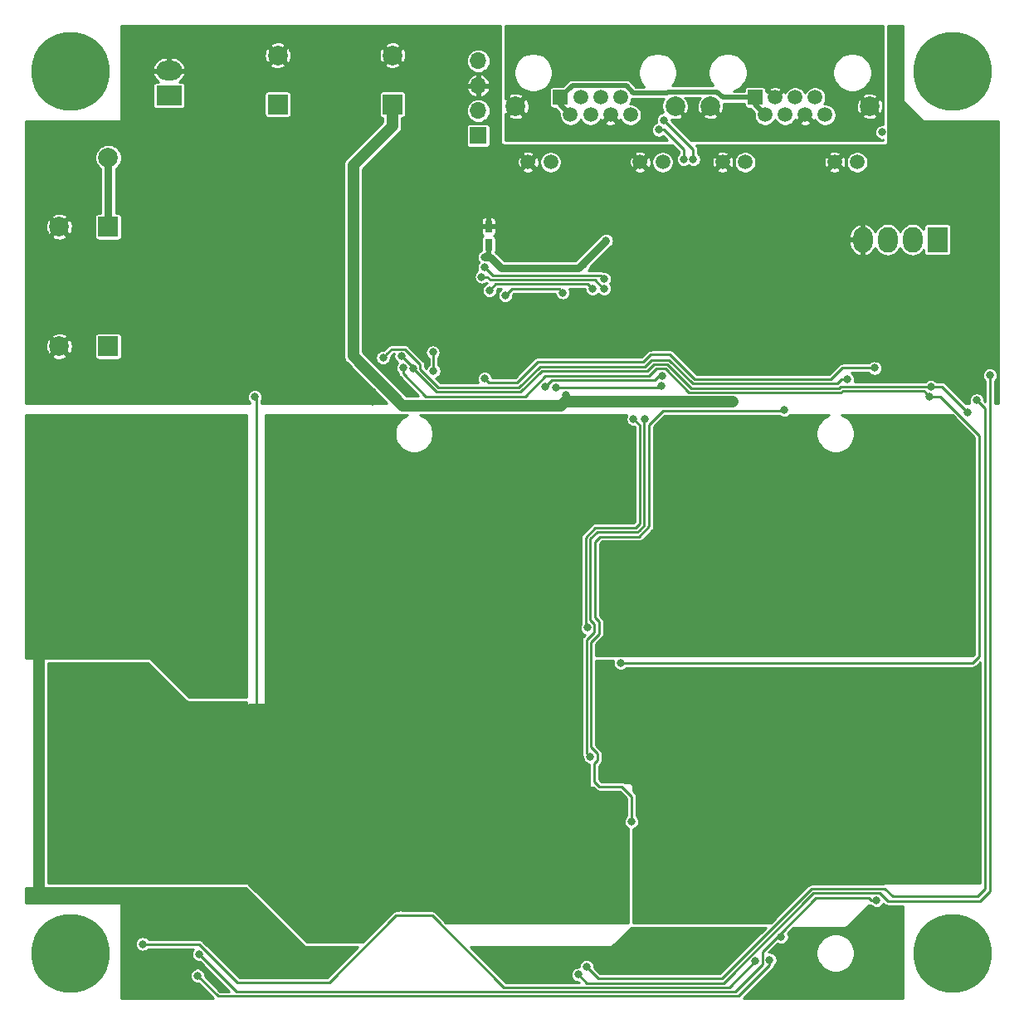
<source format=gbr>
From 27a04728606c6f432d894bf36e226fe4a9d6f4b0 Mon Sep 17 00:00:00 2001
From: jaseg <git@jaseg.net>
Date: Wed, 24 Apr 2019 21:15:55 +0900
Subject: driver: Fix ALL the PCB issues in R3

---
 driver/gerber/driver-B_Cu.gbr | 7346 +++++++++++++++++++++++++++++++++++++++++
 1 file changed, 7346 insertions(+)
 create mode 100644 driver/gerber/driver-B_Cu.gbr

(limited to 'driver/gerber/driver-B_Cu.gbr')

diff --git a/driver/gerber/driver-B_Cu.gbr b/driver/gerber/driver-B_Cu.gbr
new file mode 100644
index 0000000..1dc7a51
--- /dev/null
+++ b/driver/gerber/driver-B_Cu.gbr
@@ -0,0 +1,7346 @@
+G04 #@! TF.GenerationSoftware,KiCad,Pcbnew,(5.1.0-344-gd281f051e)*
+G04 #@! TF.CreationDate,2019-04-24T21:11:32+09:00*
+G04 #@! TF.ProjectId,driver,64726976-6572-42e6-9b69-6361645f7063,rev?*
+G04 #@! TF.SameCoordinates,Original*
+G04 #@! TF.FileFunction,Copper,L2,Bot*
+G04 #@! TF.FilePolarity,Positive*
+%FSLAX46Y46*%
+G04 Gerber Fmt 4.6, Leading zero omitted, Abs format (unit mm)*
+G04 Created by KiCad (PCBNEW (5.1.0-344-gd281f051e)) date 2019-04-24 21:11:32*
+%MOMM*%
+%LPD*%
+G04 APERTURE LIST*
+%ADD10O,2.000000X2.600000*%
+%ADD11R,2.000000X2.600000*%
+%ADD12R,0.750000X1.200000*%
+%ADD13R,2.600000X2.600000*%
+%ADD14C,2.600000*%
+%ADD15C,8.000000*%
+%ADD16C,2.000000*%
+%ADD17R,2.000000X2.000000*%
+%ADD18R,1.700000X1.700000*%
+%ADD19O,1.700000X1.700000*%
+%ADD20R,2.600000X2.000000*%
+%ADD21O,2.600000X2.000000*%
+%ADD22C,1.500000*%
+%ADD23R,1.500000X1.500000*%
+%ADD24C,0.800000*%
+%ADD25C,0.500000*%
+%ADD26C,1.200000*%
+%ADD27C,0.800000*%
+%ADD28C,0.250000*%
+%ADD29C,0.254000*%
+G04 APERTURE END LIST*
+D10*
+X155780000Y-77200000D03*
+X158320000Y-77200000D03*
+X160860000Y-77200000D03*
+D11*
+X163400000Y-77200000D03*
+D12*
+X117600000Y-75850000D03*
+X117600000Y-77750000D03*
+D13*
+X165000000Y-104840000D03*
+D14*
+X165000000Y-109920000D03*
+X165000000Y-115000000D03*
+X165000000Y-135080000D03*
+X165000000Y-130000000D03*
+D13*
+X165000000Y-124920000D03*
+D14*
+X75000000Y-124920000D03*
+X75000000Y-130000000D03*
+D13*
+X75000000Y-135080000D03*
+X75000000Y-115080000D03*
+D14*
+X75000000Y-110000000D03*
+X75000000Y-104920000D03*
+D15*
+X75000000Y-60000000D03*
+X165000000Y-60000000D03*
+X75000000Y-150000000D03*
+X165000000Y-150000000D03*
+D16*
+X107800000Y-58400000D03*
+D17*
+X107800000Y-63400000D03*
+X96100000Y-63400000D03*
+D16*
+X96100000Y-58400000D03*
+X73800000Y-88100000D03*
+D17*
+X78800000Y-88100000D03*
+X78800000Y-75900000D03*
+D16*
+X73800000Y-75900000D03*
+D18*
+X116550000Y-66590000D03*
+D19*
+X116550000Y-64050000D03*
+X116550000Y-61510000D03*
+X116550000Y-58970000D03*
+D20*
+X85000000Y-62500000D03*
+D21*
+X85000000Y-59960000D03*
+D22*
+X155220000Y-69300000D03*
+X152930000Y-69300000D03*
+X143790000Y-69300000D03*
+X141500000Y-69300000D03*
+D16*
+X140230000Y-63590000D03*
+X156490000Y-63590000D03*
+D22*
+X151940000Y-64480000D03*
+X149900000Y-64480000D03*
+X147860000Y-64480000D03*
+X145820000Y-64480000D03*
+X150920000Y-62700000D03*
+X148880000Y-62700000D03*
+X146840000Y-62700000D03*
+D23*
+X144800000Y-62700000D03*
+X124950000Y-62700000D03*
+D22*
+X126990000Y-62700000D03*
+X129030000Y-62700000D03*
+X131070000Y-62700000D03*
+X125970000Y-64480000D03*
+X128010000Y-64480000D03*
+X130050000Y-64480000D03*
+X132090000Y-64480000D03*
+D16*
+X136640000Y-63590000D03*
+X120380000Y-63590000D03*
+D22*
+X121650000Y-69300000D03*
+X123940000Y-69300000D03*
+X133080000Y-69300000D03*
+X135370000Y-69300000D03*
+D24*
+X142500000Y-93750000D03*
+X125500000Y-93025010D03*
+D16*
+X89500000Y-61000000D03*
+X102000000Y-60750000D03*
+X94500000Y-69500000D03*
+X100000000Y-65750000D03*
+X77750000Y-82000000D03*
+X89000000Y-98000000D03*
+X89000000Y-103000000D03*
+X89000000Y-100500000D03*
+X89000000Y-105500000D03*
+X89000000Y-108000000D03*
+X89000000Y-110500000D03*
+X89000000Y-113000000D03*
+X89000000Y-115500000D03*
+X89000000Y-118000000D03*
+X89000000Y-120500000D03*
+X91500000Y-145500000D03*
+X86500000Y-74750000D03*
+X86750000Y-82750000D03*
+X139500000Y-90000000D03*
+X134100000Y-87600000D03*
+D24*
+X99500000Y-69400000D03*
+X99500000Y-68200000D03*
+X100600000Y-68200000D03*
+X100600000Y-69200000D03*
+X80400000Y-79500000D03*
+X79600000Y-80800000D03*
+X86000000Y-77100000D03*
+X81400000Y-76000000D03*
+X83600000Y-74600000D03*
+X95300000Y-81200000D03*
+X91000000Y-89600000D03*
+X128600000Y-87500000D03*
+X143800000Y-88700000D03*
+X120100000Y-90800000D03*
+X118300000Y-74300000D03*
+X117100000Y-74300000D03*
+X117100000Y-73100000D03*
+X165500000Y-83500000D03*
+X164400000Y-82600000D03*
+D16*
+X115000000Y-85000000D03*
+X101300000Y-76900000D03*
+X101300000Y-79200000D03*
+X105700000Y-77800000D03*
+X105700000Y-80100000D03*
+D24*
+X123700000Y-87000000D03*
+D16*
+X109700000Y-65500000D03*
+X108700000Y-71100000D03*
+X97100000Y-76100000D03*
+X97100000Y-78200000D03*
+X97100000Y-80300000D03*
+X107500000Y-74900000D03*
+D24*
+X110400000Y-77600000D03*
+X111600000Y-79300000D03*
+X121300000Y-76200000D03*
+X122100000Y-76200000D03*
+X121300000Y-77000000D03*
+X122100000Y-77000000D03*
+X123600000Y-79100000D03*
+X121900000Y-83100000D03*
+X122700000Y-83100000D03*
+X122600000Y-86600000D03*
+X157100000Y-89300000D03*
+X165500000Y-82600000D03*
+X120100000Y-89900000D03*
+X124600000Y-88500000D03*
+X150700000Y-90100000D03*
+X140300000Y-149900000D03*
+X122712660Y-79112660D03*
+X131000000Y-70750000D03*
+X157750000Y-66250000D03*
+X160750000Y-65500000D03*
+X129486456Y-79149988D03*
+X159800000Y-79800000D03*
+X161200000Y-91400000D03*
+D16*
+X81506378Y-66756378D03*
+D24*
+X96000000Y-85900000D03*
+X96900000Y-86600000D03*
+X98500000Y-88600000D03*
+X98500000Y-87700000D03*
+X102600000Y-91000000D03*
+X146300000Y-152900000D03*
+X148300000Y-153700000D03*
+X134200000Y-149700000D03*
+X92000000Y-88100000D03*
+X156000000Y-89300000D03*
+X105766518Y-92733482D03*
+X105766518Y-93700000D03*
+D16*
+X105700000Y-82400000D03*
+X106700000Y-85000000D03*
+X116389257Y-89984482D03*
+X73800000Y-67600000D03*
+D24*
+X117200000Y-79000000D03*
+X129600000Y-77300000D03*
+X88087339Y-150112659D03*
+X127250000Y-79750000D03*
+X157200000Y-144624979D03*
+D16*
+X78800000Y-68850000D03*
+D24*
+X147462653Y-148362653D03*
+X119300000Y-82900000D03*
+X125187343Y-82612663D03*
+X112000000Y-90599967D03*
+X111927814Y-88699945D03*
+X128000000Y-130000000D03*
+X133519082Y-95522671D03*
+X132200000Y-136600000D03*
+X147800000Y-94600000D03*
+X127700000Y-116800000D03*
+X132400002Y-95500000D03*
+X131500000Y-113500000D03*
+X130500000Y-114500000D03*
+X131500000Y-114500000D03*
+X130500000Y-113500000D03*
+X130500000Y-112500000D03*
+X131500000Y-112500000D03*
+X131500000Y-115500000D03*
+X130500000Y-115500000D03*
+X129500000Y-115500000D03*
+X129500000Y-114500000D03*
+X129500000Y-113500000D03*
+X129500000Y-112500000D03*
+X129500000Y-111500000D03*
+X130500000Y-111500000D03*
+X131500000Y-111500000D03*
+D16*
+X130000000Y-109000000D03*
+X133000000Y-109000000D03*
+X136000000Y-109000000D03*
+X136000000Y-109000000D03*
+X136000000Y-109000000D03*
+X139000000Y-109000000D03*
+X136000000Y-112000000D03*
+X136000000Y-115000000D03*
+X136000000Y-118000000D03*
+X133000000Y-118000000D03*
+X139000000Y-118000000D03*
+X139000000Y-115000000D03*
+X139000000Y-112000000D03*
+X142000000Y-115000000D03*
+X142000000Y-118000000D03*
+X142000000Y-109000000D03*
+X142000000Y-112000000D03*
+D24*
+X131000000Y-126500000D03*
+X131000000Y-127500000D03*
+X130000000Y-127500000D03*
+X130000000Y-126500000D03*
+X130000000Y-125500000D03*
+X131000000Y-125500000D03*
+X132000000Y-126500000D03*
+X132000000Y-125500000D03*
+X132000000Y-124500000D03*
+X132000000Y-127500000D03*
+X129000000Y-124500000D03*
+X129000000Y-125500000D03*
+X129000000Y-126500000D03*
+X129000000Y-127500000D03*
+X129000000Y-128500000D03*
+X130000000Y-128500000D03*
+X131000000Y-128500000D03*
+X132000000Y-128500000D03*
+D16*
+X130000000Y-131000000D03*
+X133000000Y-131000000D03*
+X136000000Y-131000000D03*
+X139000000Y-131000000D03*
+X142000000Y-131000000D03*
+X142000000Y-128000000D03*
+X142000000Y-125000000D03*
+X142000000Y-122000000D03*
+X139000000Y-122000000D03*
+X136000000Y-122000000D03*
+X133000000Y-122000000D03*
+X136000000Y-125000000D03*
+X136000000Y-128000000D03*
+X139000000Y-128000000D03*
+X139000000Y-125000000D03*
+D24*
+X131000000Y-124500000D03*
+X130000000Y-124500000D03*
+X130000000Y-140000000D03*
+X130000000Y-141000000D03*
+X129000000Y-141000000D03*
+X129000000Y-140000000D03*
+X129000000Y-139000000D03*
+X129000000Y-138000000D03*
+X130000000Y-138000000D03*
+X131000000Y-138000000D03*
+X131000000Y-140000000D03*
+X131000000Y-141000000D03*
+X131000000Y-142000000D03*
+X130000000Y-142000000D03*
+X129000000Y-142000000D03*
+X128000000Y-142000000D03*
+X128000000Y-141000000D03*
+X128000000Y-140000000D03*
+X128000000Y-139000000D03*
+X128000000Y-138000000D03*
+X130000000Y-100000000D03*
+X130000000Y-101000000D03*
+X129000000Y-101000000D03*
+X129000000Y-100000000D03*
+X129000000Y-99000000D03*
+X130000000Y-99000000D03*
+X131000000Y-99000000D03*
+X131000000Y-100000000D03*
+X131000000Y-101000000D03*
+X131000000Y-102000000D03*
+X130000000Y-102000000D03*
+X129000000Y-102000000D03*
+X128000000Y-102000000D03*
+X128000000Y-101000000D03*
+X128000000Y-100000000D03*
+X128000000Y-99000000D03*
+X128000000Y-98000000D03*
+X129000000Y-98000000D03*
+X130000000Y-98000000D03*
+X131000000Y-98000000D03*
+D16*
+X130000000Y-96500000D03*
+X127000000Y-96500000D03*
+X124000000Y-96500000D03*
+X121000000Y-96500000D03*
+X118000000Y-96500000D03*
+X118000000Y-99000000D03*
+X118000000Y-102000000D03*
+X118000000Y-105000000D03*
+X121000000Y-105000000D03*
+X124000000Y-105000000D03*
+X127000000Y-105000000D03*
+X130000000Y-105000000D03*
+X121000000Y-102000000D03*
+X121000000Y-99000000D03*
+X124000000Y-99000000D03*
+X124000000Y-102000000D03*
+X130000000Y-136000000D03*
+X127000000Y-136000000D03*
+X124000000Y-136000000D03*
+X121000000Y-136000000D03*
+X118000000Y-136000000D03*
+X121000000Y-139000000D03*
+X118000000Y-139000000D03*
+X118000000Y-142000000D03*
+X121000000Y-142000000D03*
+X121000000Y-145000000D03*
+X118000000Y-145000000D03*
+X124000000Y-145000000D03*
+X127000000Y-145000000D03*
+X130000000Y-145000000D03*
+X115000000Y-136000000D03*
+X115000000Y-139000000D03*
+X115000000Y-142000000D03*
+X115000000Y-145000000D03*
+X99000000Y-129000000D03*
+X102000000Y-128000000D03*
+X97000000Y-127000000D03*
+X104000000Y-130000000D03*
+X96000000Y-130000000D03*
+X98000000Y-132000000D03*
+X94000000Y-128000000D03*
+X111000000Y-133000000D03*
+X107000000Y-129000000D03*
+X108000000Y-134000000D03*
+X100000000Y-126000000D03*
+X103000000Y-133000000D03*
+X101000000Y-131000000D03*
+X112000000Y-130000000D03*
+X114000000Y-132000000D03*
+X109000000Y-131000000D03*
+X106000000Y-132000000D03*
+X105000000Y-135000000D03*
+X102000000Y-136000000D03*
+X100000000Y-134000000D03*
+D24*
+X130000000Y-139000000D03*
+X131000000Y-139000000D03*
+X93750000Y-93250000D03*
+X135300000Y-91100000D03*
+X123362335Y-92237665D03*
+X135253882Y-92098948D03*
+X124449990Y-92300000D03*
+X116900000Y-81000000D03*
+X129399998Y-82200011D03*
+X117700000Y-82400000D03*
+X128226684Y-82229531D03*
+X135500000Y-65000000D03*
+X138500000Y-69000000D03*
+X135000000Y-66000000D03*
+X137500000Y-69000000D03*
+X131100000Y-120400000D03*
+X162600000Y-93200000D03*
+X108900000Y-90300000D03*
+X166500000Y-94800000D03*
+X162725010Y-92200000D03*
+X109900000Y-90374989D03*
+X108712653Y-89087347D03*
+X117187342Y-80012661D03*
+X129400000Y-81200002D03*
+X106837347Y-89262653D03*
+X154200000Y-91475000D03*
+X157000000Y-90300000D03*
+X117200000Y-91391621D03*
+X168750000Y-91050000D03*
+X126800000Y-152200000D03*
+X87900000Y-152300000D03*
+X146280875Y-150685242D03*
+X82300000Y-149075000D03*
+X144830864Y-150830865D03*
+X167400000Y-93600000D03*
+X127600000Y-151400000D03*
+D25*
+X125500000Y-93650000D02*
+X125400000Y-93750000D01*
+X125500000Y-93025010D02*
+X125500000Y-93650000D01*
+D26*
+X142500000Y-93750000D02*
+X125400000Y-93750000D01*
+X125024967Y-94125033D02*
+X125400000Y-93750000D01*
+X103800000Y-89069892D02*
+X108855141Y-94125033D01*
+X108855141Y-94125033D02*
+X125024967Y-94125033D01*
+X107800000Y-63400000D02*
+X107800000Y-65600000D01*
+X103800000Y-69600000D02*
+X103800000Y-89069892D01*
+X107800000Y-65600000D02*
+X103800000Y-69600000D01*
+X71700000Y-119300000D02*
+X71700000Y-143800000D01*
+X75000000Y-115080000D02*
+X75000000Y-116000000D01*
+X75000000Y-116000000D02*
+X71700000Y-119300000D01*
+D25*
+X117600000Y-78600000D02*
+X117200000Y-79000000D01*
+X117600000Y-77750000D02*
+X117600000Y-78600000D01*
+D27*
+X117765685Y-79000000D02*
+X117200000Y-79000000D01*
+X118890686Y-80125001D02*
+X117765685Y-79000000D01*
+X126774999Y-80125001D02*
+X118890686Y-80125001D01*
+X129600000Y-77300000D02*
+X126774999Y-80125001D01*
+D28*
+X156634315Y-144624979D02*
+X157200000Y-144624979D01*
+X156409336Y-144400000D02*
+X156634315Y-144624979D01*
+X91924713Y-153950033D02*
+X142784698Y-153950033D01*
+X88087339Y-150112659D02*
+X91924713Y-153950033D01*
+X142784698Y-153950033D02*
+X145555865Y-151178866D01*
+X145555865Y-151178866D02*
+X145555865Y-149844135D01*
+X151000000Y-144400000D02*
+X156409336Y-144400000D01*
+D27*
+X78800000Y-75900000D02*
+X78800000Y-69200000D01*
+X78800000Y-69200000D02*
+X79000000Y-69000000D01*
+D28*
+X147400000Y-148300000D02*
+X147462653Y-148362653D01*
+X147400000Y-148000000D02*
+X147400000Y-148300000D01*
+X147400000Y-148000000D02*
+X151000000Y-144400000D01*
+X145555865Y-149844135D02*
+X147400000Y-148000000D01*
+X119987336Y-82212664D02*
+X124787344Y-82212664D01*
+X124787344Y-82212664D02*
+X125187343Y-82612663D01*
+X119300000Y-82900000D02*
+X119987336Y-82212664D01*
+X112000000Y-90599967D02*
+X112000000Y-88772131D01*
+X112000000Y-88772131D02*
+X111927814Y-88699945D01*
+X133000000Y-106836410D02*
+X132936410Y-106900000D01*
+X133500000Y-95541753D02*
+X133519082Y-95522671D01*
+X133000000Y-106836410D02*
+X133500000Y-106336410D01*
+X133500000Y-106336410D02*
+X133500000Y-95541753D01*
+X128686400Y-107050010D02*
+X132786400Y-107050010D01*
+X128000000Y-107736410D02*
+X128686400Y-107050010D01*
+X128000000Y-130000000D02*
+X127600001Y-129600001D01*
+X127600001Y-118073001D02*
+X128425001Y-117248001D01*
+X132786400Y-107050010D02*
+X133000000Y-106836410D01*
+X128425001Y-117248001D02*
+X128425001Y-116451999D01*
+X128425001Y-116451999D02*
+X128000000Y-116026998D01*
+X127600001Y-129600001D02*
+X127600001Y-118073001D01*
+X128000000Y-116026998D02*
+X128000000Y-107736410D01*
+X128450010Y-111600000D02*
+X128450010Y-111349990D01*
+X128450010Y-115750010D02*
+X128450010Y-111600000D01*
+X128875011Y-117434401D02*
+X128875011Y-116175011D01*
+X128050011Y-118259401D02*
+X128875011Y-117434401D01*
+X128050011Y-128977009D02*
+X128050011Y-118259401D01*
+X128725001Y-129651999D02*
+X128050011Y-128977009D01*
+X128725001Y-130348001D02*
+X128725001Y-129651999D01*
+X128400000Y-130673002D02*
+X128725001Y-130348001D01*
+X131200000Y-133000000D02*
+X128900000Y-133000000D01*
+X128400000Y-132500000D02*
+X128400000Y-130673002D01*
+X128875011Y-116175011D02*
+X128450010Y-115750010D01*
+X132200000Y-134000000D02*
+X131200000Y-133000000D01*
+X132200000Y-136600000D02*
+X132200000Y-134000000D01*
+X128900000Y-133000000D02*
+X128400000Y-132500000D01*
+X128450010Y-108049990D02*
+X128450010Y-111600000D01*
+X128999980Y-107500020D02*
+X128450010Y-108049990D01*
+X147700000Y-94700000D02*
+X135400000Y-94700000D01*
+X147800000Y-94600000D02*
+X147700000Y-94700000D01*
+X135400000Y-94700000D02*
+X134000000Y-96100000D01*
+X134000000Y-96100000D02*
+X134000000Y-106472820D01*
+X134000000Y-106472820D02*
+X132972801Y-107500019D01*
+X132972801Y-107500019D02*
+X128999980Y-107500020D01*
+X133000000Y-96099998D02*
+X132400002Y-95500000D01*
+X127500000Y-116600000D02*
+X127500000Y-107600000D01*
+X127700000Y-116800000D02*
+X127500000Y-116600000D01*
+X128500000Y-106600000D02*
+X132600000Y-106600000D01*
+X127500000Y-107600000D02*
+X128500000Y-106600000D01*
+X132600000Y-106600000D02*
+X133000000Y-106200000D01*
+X133000000Y-106200000D02*
+X133000000Y-96099998D01*
+X93900000Y-124750000D02*
+X93900000Y-94500000D01*
+X93500000Y-124750000D02*
+X93900000Y-124750000D01*
+X93900000Y-94500000D02*
+X93900000Y-93400000D01*
+X93900000Y-93400000D02*
+X93750000Y-93250000D01*
+X123762334Y-91837666D02*
+X123362335Y-92237665D01*
+X124025001Y-91574999D02*
+X123762334Y-91837666D01*
+X134525001Y-91574999D02*
+X124025001Y-91574999D01*
+X135300000Y-91100000D02*
+X135000000Y-91100000D01*
+X135000000Y-91100000D02*
+X134525001Y-91574999D01*
+X135052830Y-92300000D02*
+X124449990Y-92300000D01*
+X135253882Y-92098948D02*
+X135052830Y-92300000D01*
+X117465685Y-81000000D02*
+X117765707Y-81300022D01*
+X117765707Y-81300022D02*
+X128427020Y-81300022D01*
+X116900000Y-81000000D02*
+X117465685Y-81000000D01*
+X128427020Y-81300022D02*
+X129327009Y-82200011D01*
+X129327009Y-82200011D02*
+X129399998Y-82200011D01*
+X127826685Y-81829532D02*
+X128226684Y-82229531D01*
+X117700000Y-82400000D02*
+X118349967Y-81750033D01*
+X127747186Y-81750033D02*
+X127826685Y-81829532D01*
+X118349967Y-81750033D02*
+X127747186Y-81750033D01*
+X138500000Y-68000000D02*
+X138500000Y-68434315D01*
+X138500000Y-68434315D02*
+X138500000Y-69000000D01*
+X135500000Y-65000000D02*
+X138500000Y-68000000D01*
+X137500000Y-68000000D02*
+X137500000Y-69000000D01*
+X135000000Y-66000000D02*
+X135500000Y-66000000D01*
+X135500000Y-66000000D02*
+X137500000Y-68000000D01*
+D25*
+X124950000Y-63460000D02*
+X125970000Y-64480000D01*
+X124950000Y-62700000D02*
+X124950000Y-63460000D01*
+X144800000Y-63460000D02*
+X145820000Y-64480000D01*
+X144800000Y-62700000D02*
+X144800000Y-63460000D01*
+X126150001Y-61499999D02*
+X124950000Y-62700000D01*
+X131646001Y-61499999D02*
+X126150001Y-61499999D01*
+X132381003Y-62235001D02*
+X131646001Y-61499999D01*
+X135856001Y-62235001D02*
+X132381003Y-62235001D01*
+X135951003Y-62139999D02*
+X135856001Y-62235001D01*
+X140926001Y-62139999D02*
+X135951003Y-62139999D01*
+X141486002Y-62700000D02*
+X140926001Y-62139999D01*
+X144800000Y-62700000D02*
+X141486002Y-62700000D01*
+D28*
+X167000000Y-120400000D02*
+X167700000Y-119700000D01*
+X131100000Y-120400000D02*
+X167000000Y-120400000D01*
+X167700000Y-119700000D02*
+X167700000Y-97200000D01*
+X163700000Y-93200000D02*
+X162600000Y-93200000D01*
+X164650000Y-94150000D02*
+X163700000Y-93200000D01*
+X167700000Y-97200000D02*
+X164650000Y-94150000D01*
+X108900000Y-90865685D02*
+X111234337Y-93200022D01*
+X134700002Y-90375000D02*
+X135648002Y-90375000D01*
+X108900000Y-90300000D02*
+X108900000Y-90865685D01*
+X134024992Y-91050009D02*
+X134700002Y-90375000D01*
+X153582115Y-92800022D02*
+X153732126Y-92650011D01*
+X123426998Y-91100000D02*
+X133974999Y-91100000D01*
+X162200001Y-92800001D02*
+X162600000Y-93200000D01*
+X135648002Y-90375000D02*
+X138073023Y-92800022D01*
+X162050011Y-92650011D02*
+X162200001Y-92800001D01*
+X138073023Y-92800022D02*
+X153582115Y-92800022D01*
+X121326976Y-93200022D02*
+X123426998Y-91100000D01*
+X133974999Y-91100000D02*
+X134024992Y-91050009D01*
+X111234337Y-93200022D02*
+X121326976Y-93200022D01*
+X153732126Y-92650011D02*
+X162050011Y-92650011D01*
+X166500000Y-94800000D02*
+X163900000Y-92200000D01*
+X163900000Y-92200000D02*
+X163600000Y-92200000D01*
+X163600000Y-92200000D02*
+X162200000Y-92200000D01*
+X162200000Y-92200000D02*
+X162725010Y-92200000D01*
+X109900000Y-90274694D02*
+X109900000Y-90374989D01*
+X108712653Y-89087347D02*
+X109900000Y-90274694D01*
+X109900000Y-90374989D02*
+X112275022Y-92750011D01*
+X123036412Y-90599999D02*
+X133838591Y-90599999D01*
+X153545726Y-92200000D02*
+X161670726Y-92200000D01*
+X133838591Y-90599999D02*
+X134513602Y-89924989D01*
+X112275022Y-92750011D02*
+X120886400Y-92750011D01*
+X120886400Y-92750011D02*
+X123036412Y-90599999D01*
+X134513602Y-89924989D02*
+X135834402Y-89924989D01*
+X161670726Y-92200000D02*
+X162200000Y-92200000D01*
+X153395715Y-92350011D02*
+X153545726Y-92200000D01*
+X138259423Y-92350011D02*
+X153395715Y-92350011D01*
+X135834402Y-89924989D02*
+X138259423Y-92350011D01*
+X118024692Y-80850011D02*
+X129050009Y-80850011D01*
+X129050009Y-80850011D02*
+X129400000Y-81200002D01*
+X117187342Y-80012661D02*
+X118024692Y-80850011D01*
+X107237346Y-88862654D02*
+X106837347Y-89262653D01*
+X107737654Y-88362346D02*
+X107237346Y-88862654D01*
+X110625001Y-89926693D02*
+X109060654Y-88362346D01*
+X110625001Y-90425001D02*
+X110625001Y-89926693D01*
+X112500000Y-92300000D02*
+X110625001Y-90425001D01*
+X122850009Y-90149991D02*
+X120700000Y-92300000D01*
+X133586420Y-90149991D02*
+X122850009Y-90149991D01*
+X154200000Y-91475000D02*
+X153634315Y-91475000D01*
+X153634315Y-91475000D02*
+X153209315Y-91900000D01*
+X138445823Y-91900000D02*
+X136020801Y-89474978D01*
+X134261433Y-89474978D02*
+X133586420Y-90149991D01*
+X109060654Y-88362346D02*
+X107737654Y-88362346D01*
+X120700000Y-92300000D02*
+X112500000Y-92300000D01*
+X153209315Y-91900000D02*
+X138445823Y-91900000D01*
+X136020801Y-89474978D02*
+X134261433Y-89474978D01*
+X133400020Y-89699980D02*
+X122600020Y-89699980D01*
+X152550010Y-91449990D02*
+X138649990Y-91449990D01*
+X117599999Y-91791620D02*
+X117200000Y-91391621D01*
+X134174999Y-88925001D02*
+X133400020Y-89699980D01*
+X120508380Y-91791620D02*
+X117599999Y-91791620D01*
+X136125001Y-88925001D02*
+X134174999Y-88925001D01*
+X157000000Y-90300000D02*
+X153700000Y-90300000D01*
+X138649990Y-91449990D02*
+X136125001Y-88925001D01*
+X153700000Y-90300000D02*
+X152550010Y-91449990D01*
+X122600020Y-89699980D02*
+X120508380Y-91791620D01*
+X127650011Y-153050011D02*
+X126800000Y-152200000D01*
+X168750000Y-91050000D02*
+X168750000Y-143650000D01*
+X141586400Y-153050011D02*
+X127650011Y-153050011D01*
+X168750000Y-143650000D02*
+X167725010Y-144674990D01*
+X167725010Y-144674990D02*
+X158323015Y-144674990D01*
+X157548002Y-143899977D02*
+X150736433Y-143899977D01*
+X150736433Y-143899977D02*
+X141586400Y-153050011D01*
+X158323015Y-144674990D02*
+X157548002Y-143899977D01*
+X90000044Y-154400044D02*
+X143131758Y-154400044D01*
+X143131758Y-154400044D02*
+X146280875Y-151250927D01*
+X87900000Y-152300000D02*
+X90000044Y-154400044D01*
+X146280875Y-151250927D02*
+X146280875Y-150685242D01*
+X92000000Y-153000000D02*
+X88075000Y-149075000D01*
+X142161707Y-153500022D02*
+X119161024Y-153500022D01*
+X119161024Y-153500022D02*
+X111836001Y-146174999D01*
+X111836001Y-146174999D02*
+X108163999Y-146174999D01*
+X108163999Y-146174999D02*
+X101338998Y-153000000D01*
+X88075000Y-149075000D02*
+X82300000Y-149075000D01*
+X144830864Y-150830865D02*
+X142161707Y-153500022D01*
+X101338998Y-153000000D02*
+X92000000Y-153000000D01*
+X167799999Y-93999999D02*
+X167400000Y-93600000D01*
+X167475021Y-144224979D02*
+X168249989Y-143450011D01*
+X158049966Y-143449966D02*
+X158824979Y-144224979D01*
+X158824979Y-144224979D02*
+X167475021Y-144224979D01*
+X168249989Y-143450011D02*
+X168249989Y-94449989D01*
+X168249989Y-94449989D02*
+X167799999Y-93999999D01*
+X128800000Y-152600000D02*
+X141400000Y-152600000D01*
+X141400000Y-152600000D02*
+X150550034Y-143449966D01*
+X127600000Y-151400000D02*
+X128800000Y-152600000D01*
+X150550034Y-143449966D02*
+X158049966Y-143449966D01*
+D29*
+G36*
+X152063539Y-95248005D02*
+G01*
+X151739736Y-95464364D01*
+X151464364Y-95739736D01*
+X151248005Y-96063539D01*
+X151098975Y-96423330D01*
+X151023000Y-96805282D01*
+X151023000Y-97194718D01*
+X151098975Y-97576670D01*
+X151248005Y-97936461D01*
+X151464364Y-98260264D01*
+X151739736Y-98535636D01*
+X152063539Y-98751995D01*
+X152423330Y-98901025D01*
+X152805282Y-98977000D01*
+X153194718Y-98977000D01*
+X153576670Y-98901025D01*
+X153936461Y-98751995D01*
+X154260264Y-98535636D01*
+X154535636Y-98260264D01*
+X154751995Y-97936461D01*
+X154901025Y-97576670D01*
+X154977000Y-97194718D01*
+X154977000Y-96805282D01*
+X154901025Y-96423330D01*
+X154751995Y-96063539D01*
+X154535636Y-95739736D01*
+X154260264Y-95464364D01*
+X153936461Y-95248005D01*
+X153644328Y-95127000D01*
+X164917066Y-95127000D01*
+X167198001Y-97407936D01*
+X167198000Y-119492065D01*
+X167067065Y-119623000D01*
+X128552011Y-119623000D01*
+X128552011Y-118467335D01*
+X129212549Y-117806798D01*
+X129231695Y-117791085D01*
+X129294428Y-117714646D01*
+X129341042Y-117627437D01*
+X129369747Y-117532810D01*
+X129377011Y-117459054D01*
+X129377011Y-117459045D01*
+X129379438Y-117434402D01*
+X129377011Y-117409759D01*
+X129377011Y-116199653D01*
+X129379438Y-116175010D01*
+X129377011Y-116150367D01*
+X129377011Y-116150358D01*
+X129369747Y-116076602D01*
+X129341042Y-115981975D01*
+X129294428Y-115894766D01*
+X129278750Y-115875663D01*
+X129247410Y-115837475D01*
+X129247408Y-115837473D01*
+X129231695Y-115818327D01*
+X129212549Y-115802614D01*
+X128952010Y-115542076D01*
+X128952010Y-108257924D01*
+X129207915Y-108002020D01*
+X132948148Y-108002018D01*
+X132972801Y-108004446D01*
+X133071210Y-107994754D01*
+X133165837Y-107966049D01*
+X133253046Y-107919435D01*
+X133310336Y-107872418D01*
+X133310339Y-107872415D01*
+X133329485Y-107856702D01*
+X133345198Y-107837556D01*
+X134337543Y-106845213D01*
+X134356684Y-106829504D01*
+X134372392Y-106810364D01*
+X134372400Y-106810356D01*
+X134419417Y-106753066D01*
+X134459748Y-106677611D01*
+X134466031Y-106665856D01*
+X134494736Y-106571229D01*
+X134502000Y-106497473D01*
+X134502000Y-106497463D01*
+X134504427Y-106472820D01*
+X134502000Y-106448177D01*
+X134502000Y-96307934D01*
+X135607935Y-95202000D01*
+X147303155Y-95202000D01*
+X147304691Y-95203536D01*
+X147431952Y-95288569D01*
+X147573357Y-95347141D01*
+X147723472Y-95377000D01*
+X147876528Y-95377000D01*
+X148026643Y-95347141D01*
+X148168048Y-95288569D01*
+X148295309Y-95203536D01*
+X148371845Y-95127000D01*
+X152355672Y-95127000D01*
+X152063539Y-95248005D01*
+X152063539Y-95248005D01*
+G37*
+X152063539Y-95248005D02*
+X151739736Y-95464364D01*
+X151464364Y-95739736D01*
+X151248005Y-96063539D01*
+X151098975Y-96423330D01*
+X151023000Y-96805282D01*
+X151023000Y-97194718D01*
+X151098975Y-97576670D01*
+X151248005Y-97936461D01*
+X151464364Y-98260264D01*
+X151739736Y-98535636D01*
+X152063539Y-98751995D01*
+X152423330Y-98901025D01*
+X152805282Y-98977000D01*
+X153194718Y-98977000D01*
+X153576670Y-98901025D01*
+X153936461Y-98751995D01*
+X154260264Y-98535636D01*
+X154535636Y-98260264D01*
+X154751995Y-97936461D01*
+X154901025Y-97576670D01*
+X154977000Y-97194718D01*
+X154977000Y-96805282D01*
+X154901025Y-96423330D01*
+X154751995Y-96063539D01*
+X154535636Y-95739736D01*
+X154260264Y-95464364D01*
+X153936461Y-95248005D01*
+X153644328Y-95127000D01*
+X164917066Y-95127000D01*
+X167198001Y-97407936D01*
+X167198000Y-119492065D01*
+X167067065Y-119623000D01*
+X128552011Y-119623000D01*
+X128552011Y-118467335D01*
+X129212549Y-117806798D01*
+X129231695Y-117791085D01*
+X129294428Y-117714646D01*
+X129341042Y-117627437D01*
+X129369747Y-117532810D01*
+X129377011Y-117459054D01*
+X129377011Y-117459045D01*
+X129379438Y-117434402D01*
+X129377011Y-117409759D01*
+X129377011Y-116199653D01*
+X129379438Y-116175010D01*
+X129377011Y-116150367D01*
+X129377011Y-116150358D01*
+X129369747Y-116076602D01*
+X129341042Y-115981975D01*
+X129294428Y-115894766D01*
+X129278750Y-115875663D01*
+X129247410Y-115837475D01*
+X129247408Y-115837473D01*
+X129231695Y-115818327D01*
+X129212549Y-115802614D01*
+X128952010Y-115542076D01*
+X128952010Y-108257924D01*
+X129207915Y-108002020D01*
+X132948148Y-108002018D01*
+X132972801Y-108004446D01*
+X133071210Y-107994754D01*
+X133165837Y-107966049D01*
+X133253046Y-107919435D01*
+X133310336Y-107872418D01*
+X133310339Y-107872415D01*
+X133329485Y-107856702D01*
+X133345198Y-107837556D01*
+X134337543Y-106845213D01*
+X134356684Y-106829504D01*
+X134372392Y-106810364D01*
+X134372400Y-106810356D01*
+X134419417Y-106753066D01*
+X134459748Y-106677611D01*
+X134466031Y-106665856D01*
+X134494736Y-106571229D01*
+X134502000Y-106497473D01*
+X134502000Y-106497463D01*
+X134504427Y-106472820D01*
+X134502000Y-106448177D01*
+X134502000Y-96307934D01*
+X135607935Y-95202000D01*
+X147303155Y-95202000D01*
+X147304691Y-95203536D01*
+X147431952Y-95288569D01*
+X147573357Y-95347141D01*
+X147723472Y-95377000D01*
+X147876528Y-95377000D01*
+X148026643Y-95347141D01*
+X148168048Y-95288569D01*
+X148295309Y-95203536D01*
+X148371845Y-95127000D01*
+X152355672Y-95127000D01*
+X152063539Y-95248005D01*
+G36*
+X109063539Y-95248005D02*
+G01*
+X108739736Y-95464364D01*
+X108464364Y-95739736D01*
+X108248005Y-96063539D01*
+X108098975Y-96423330D01*
+X108023000Y-96805282D01*
+X108023000Y-97194718D01*
+X108098975Y-97576670D01*
+X108248005Y-97936461D01*
+X108464364Y-98260264D01*
+X108739736Y-98535636D01*
+X109063539Y-98751995D01*
+X109423330Y-98901025D01*
+X109805282Y-98977000D01*
+X110194718Y-98977000D01*
+X110576670Y-98901025D01*
+X110936461Y-98751995D01*
+X111260264Y-98535636D01*
+X111535636Y-98260264D01*
+X111751995Y-97936461D01*
+X111901025Y-97576670D01*
+X111977000Y-97194718D01*
+X111977000Y-96805282D01*
+X111901025Y-96423330D01*
+X111751995Y-96063539D01*
+X111535636Y-95739736D01*
+X111260264Y-95464364D01*
+X110936461Y-95248005D01*
+X110644329Y-95127000D01*
+X131714742Y-95127000D01*
+X131711433Y-95131952D01*
+X131652861Y-95273357D01*
+X131623002Y-95423472D01*
+X131623002Y-95576528D01*
+X131652861Y-95726643D01*
+X131711433Y-95868048D01*
+X131796466Y-95995309D01*
+X131904693Y-96103536D01*
+X132031954Y-96188569D01*
+X132173359Y-96247141D01*
+X132323474Y-96277000D01*
+X132467067Y-96277000D01*
+X132498001Y-96307934D01*
+X132498000Y-105992065D01*
+X132392066Y-106098000D01*
+X128524645Y-106098000D01*
+X128500000Y-106095573D01*
+X128475354Y-106098000D01*
+X128475347Y-106098000D01*
+X128410432Y-106104393D01*
+X128401590Y-106105264D01*
+X128306963Y-106133969D01*
+X128219754Y-106180583D01*
+X128162465Y-106227600D01*
+X128162462Y-106227603D01*
+X128143316Y-106243316D01*
+X128127603Y-106262462D01*
+X127162463Y-107227603D01*
+X127143317Y-107243316D01*
+X127127604Y-107262462D01*
+X127127601Y-107262465D01*
+X127080584Y-107319755D01*
+X127033970Y-107406964D01*
+X127005265Y-107501591D01*
+X126995573Y-107600000D01*
+X126998001Y-107624653D01*
+X126998000Y-116464377D01*
+X126952859Y-116573357D01*
+X126923000Y-116723472D01*
+X126923000Y-116876528D01*
+X126952859Y-117026643D01*
+X127011431Y-117168048D01*
+X127096464Y-117295309D01*
+X127204691Y-117403536D01*
+X127331952Y-117488569D01*
+X127432748Y-117530320D01*
+X127262464Y-117700604D01*
+X127243318Y-117716317D01*
+X127227605Y-117735463D01*
+X127227602Y-117735466D01*
+X127180585Y-117792756D01*
+X127133971Y-117879965D01*
+X127105266Y-117974592D01*
+X127095574Y-118073001D01*
+X127098002Y-118097654D01*
+X127098001Y-129575358D01*
+X127095574Y-129600001D01*
+X127098001Y-129624644D01*
+X127098001Y-129624653D01*
+X127105265Y-129698409D01*
+X127133970Y-129793036D01*
+X127180584Y-129880246D01*
+X127223000Y-129931929D01*
+X127223000Y-130076528D01*
+X127252859Y-130226643D01*
+X127311431Y-130368048D01*
+X127396464Y-130495309D01*
+X127504691Y-130603536D01*
+X127631952Y-130688569D01*
+X127773357Y-130747141D01*
+X127873000Y-130766961D01*
+X127873000Y-133000000D01*
+X127875440Y-133024776D01*
+X127882667Y-133048601D01*
+X127894403Y-133070557D01*
+X127910197Y-133089803D01*
+X127929443Y-133105597D01*
+X127951399Y-133117333D01*
+X127975224Y-133124560D01*
+X128000000Y-133127000D01*
+X128317065Y-133127000D01*
+X128527607Y-133337543D01*
+X128543316Y-133356684D01*
+X128562456Y-133372392D01*
+X128562464Y-133372400D01*
+X128619754Y-133419417D01*
+X128666368Y-133444332D01*
+X128706964Y-133466031D01*
+X128801591Y-133494736D01*
+X128875347Y-133502000D01*
+X128875357Y-133502000D01*
+X128900000Y-133504427D01*
+X128924643Y-133502000D01*
+X130992066Y-133502000D01*
+X131698001Y-134207936D01*
+X131698000Y-136003155D01*
+X131596464Y-136104691D01*
+X131511431Y-136231952D01*
+X131452859Y-136373357D01*
+X131423000Y-136523472D01*
+X131423000Y-136676528D01*
+X131452859Y-136826643D01*
+X131511431Y-136968048D01*
+X131596464Y-137095309D01*
+X131704691Y-137203536D01*
+X131831952Y-137288569D01*
+X131873000Y-137305572D01*
+X131873000Y-146873000D01*
+X113243936Y-146873000D01*
+X112208403Y-145837467D01*
+X112192685Y-145818315D01*
+X112116246Y-145755582D01*
+X112029037Y-145708968D01*
+X111934410Y-145680263D01*
+X111860654Y-145672999D01*
+X111860644Y-145672999D01*
+X111836001Y-145670572D01*
+X111811358Y-145672999D01*
+X108852605Y-145672999D01*
+X93127000Y-129947394D01*
+X93127000Y-124627000D01*
+X94750000Y-124627000D01*
+X94774776Y-124624560D01*
+X94798601Y-124617333D01*
+X94820557Y-124605597D01*
+X94839803Y-124589803D01*
+X94855597Y-124570557D01*
+X94867333Y-124548601D01*
+X94874560Y-124524776D01*
+X94877000Y-124500000D01*
+X94877000Y-95127000D01*
+X109355671Y-95127000D01*
+X109063539Y-95248005D01*
+X109063539Y-95248005D01*
+G37*
+X109063539Y-95248005D02*
+X108739736Y-95464364D01*
+X108464364Y-95739736D01*
+X108248005Y-96063539D01*
+X108098975Y-96423330D01*
+X108023000Y-96805282D01*
+X108023000Y-97194718D01*
+X108098975Y-97576670D01*
+X108248005Y-97936461D01*
+X108464364Y-98260264D01*
+X108739736Y-98535636D01*
+X109063539Y-98751995D01*
+X109423330Y-98901025D01*
+X109805282Y-98977000D01*
+X110194718Y-98977000D01*
+X110576670Y-98901025D01*
+X110936461Y-98751995D01*
+X111260264Y-98535636D01*
+X111535636Y-98260264D01*
+X111751995Y-97936461D01*
+X111901025Y-97576670D01*
+X111977000Y-97194718D01*
+X111977000Y-96805282D01*
+X111901025Y-96423330D01*
+X111751995Y-96063539D01*
+X111535636Y-95739736D01*
+X111260264Y-95464364D01*
+X110936461Y-95248005D01*
+X110644329Y-95127000D01*
+X131714742Y-95127000D01*
+X131711433Y-95131952D01*
+X131652861Y-95273357D01*
+X131623002Y-95423472D01*
+X131623002Y-95576528D01*
+X131652861Y-95726643D01*
+X131711433Y-95868048D01*
+X131796466Y-95995309D01*
+X131904693Y-96103536D01*
+X132031954Y-96188569D01*
+X132173359Y-96247141D01*
+X132323474Y-96277000D01*
+X132467067Y-96277000D01*
+X132498001Y-96307934D01*
+X132498000Y-105992065D01*
+X132392066Y-106098000D01*
+X128524645Y-106098000D01*
+X128500000Y-106095573D01*
+X128475354Y-106098000D01*
+X128475347Y-106098000D01*
+X128410432Y-106104393D01*
+X128401590Y-106105264D01*
+X128306963Y-106133969D01*
+X128219754Y-106180583D01*
+X128162465Y-106227600D01*
+X128162462Y-106227603D01*
+X128143316Y-106243316D01*
+X128127603Y-106262462D01*
+X127162463Y-107227603D01*
+X127143317Y-107243316D01*
+X127127604Y-107262462D01*
+X127127601Y-107262465D01*
+X127080584Y-107319755D01*
+X127033970Y-107406964D01*
+X127005265Y-107501591D01*
+X126995573Y-107600000D01*
+X126998001Y-107624653D01*
+X126998000Y-116464377D01*
+X126952859Y-116573357D01*
+X126923000Y-116723472D01*
+X126923000Y-116876528D01*
+X126952859Y-117026643D01*
+X127011431Y-117168048D01*
+X127096464Y-117295309D01*
+X127204691Y-117403536D01*
+X127331952Y-117488569D01*
+X127432748Y-117530320D01*
+X127262464Y-117700604D01*
+X127243318Y-117716317D01*
+X127227605Y-117735463D01*
+X127227602Y-117735466D01*
+X127180585Y-117792756D01*
+X127133971Y-117879965D01*
+X127105266Y-117974592D01*
+X127095574Y-118073001D01*
+X127098002Y-118097654D01*
+X127098001Y-129575358D01*
+X127095574Y-129600001D01*
+X127098001Y-129624644D01*
+X127098001Y-129624653D01*
+X127105265Y-129698409D01*
+X127133970Y-129793036D01*
+X127180584Y-129880246D01*
+X127223000Y-129931929D01*
+X127223000Y-130076528D01*
+X127252859Y-130226643D01*
+X127311431Y-130368048D01*
+X127396464Y-130495309D01*
+X127504691Y-130603536D01*
+X127631952Y-130688569D01*
+X127773357Y-130747141D01*
+X127873000Y-130766961D01*
+X127873000Y-133000000D01*
+X127875440Y-133024776D01*
+X127882667Y-133048601D01*
+X127894403Y-133070557D01*
+X127910197Y-133089803D01*
+X127929443Y-133105597D01*
+X127951399Y-133117333D01*
+X127975224Y-133124560D01*
+X128000000Y-133127000D01*
+X128317065Y-133127000D01*
+X128527607Y-133337543D01*
+X128543316Y-133356684D01*
+X128562456Y-133372392D01*
+X128562464Y-133372400D01*
+X128619754Y-133419417D01*
+X128666368Y-133444332D01*
+X128706964Y-133466031D01*
+X128801591Y-133494736D01*
+X128875347Y-133502000D01*
+X128875357Y-133502000D01*
+X128900000Y-133504427D01*
+X128924643Y-133502000D01*
+X130992066Y-133502000D01*
+X131698001Y-134207936D01*
+X131698000Y-136003155D01*
+X131596464Y-136104691D01*
+X131511431Y-136231952D01*
+X131452859Y-136373357D01*
+X131423000Y-136523472D01*
+X131423000Y-136676528D01*
+X131452859Y-136826643D01*
+X131511431Y-136968048D01*
+X131596464Y-137095309D01*
+X131704691Y-137203536D01*
+X131831952Y-137288569D01*
+X131873000Y-137305572D01*
+X131873000Y-146873000D01*
+X113243936Y-146873000D01*
+X112208403Y-145837467D01*
+X112192685Y-145818315D01*
+X112116246Y-145755582D01*
+X112029037Y-145708968D01*
+X111934410Y-145680263D01*
+X111860654Y-145672999D01*
+X111860644Y-145672999D01*
+X111836001Y-145670572D01*
+X111811358Y-145672999D01*
+X108852605Y-145672999D01*
+X93127000Y-129947394D01*
+X93127000Y-124627000D01*
+X94750000Y-124627000D01*
+X94774776Y-124624560D01*
+X94798601Y-124617333D01*
+X94820557Y-124605597D01*
+X94839803Y-124589803D01*
+X94855597Y-124570557D01*
+X94867333Y-124548601D01*
+X94874560Y-124524776D01*
+X94877000Y-124500000D01*
+X94877000Y-95127000D01*
+X109355671Y-95127000D01*
+X109063539Y-95248005D01*
+G36*
+X92873000Y-123873000D02*
+G01*
+X87052606Y-123873000D01*
+X83089803Y-119910197D01*
+X83070557Y-119894403D01*
+X83048601Y-119882667D01*
+X83024776Y-119875440D01*
+X83000000Y-119873000D01*
+X70377000Y-119873000D01*
+X70377000Y-95127000D01*
+X92873000Y-95127000D01*
+X92873000Y-123873000D01*
+X92873000Y-123873000D01*
+G37*
+X92873000Y-123873000D02*
+X87052606Y-123873000D01*
+X83089803Y-119910197D01*
+X83070557Y-119894403D01*
+X83048601Y-119882667D01*
+X83024776Y-119875440D01*
+X83000000Y-119873000D01*
+X70377000Y-119873000D01*
+X70377000Y-95127000D01*
+X92873000Y-95127000D01*
+X92873000Y-123873000D01*
+G36*
+X86733421Y-124266579D02*
+G01*
+X86790550Y-124313464D01*
+X86855728Y-124348303D01*
+X86926451Y-124369756D01*
+X87000000Y-124377000D01*
+X92873000Y-124377000D01*
+X92873000Y-130000000D01*
+X92875440Y-130024776D01*
+X92882667Y-130048601D01*
+X92894403Y-130070557D01*
+X92910197Y-130089803D01*
+X108493393Y-145672999D01*
+X108188642Y-145672999D01*
+X108163999Y-145670572D01*
+X108139356Y-145672999D01*
+X108139346Y-145672999D01*
+X108065590Y-145680263D01*
+X107970963Y-145708968D01*
+X107883754Y-145755582D01*
+X107807315Y-145818315D01*
+X107791602Y-145837461D01*
+X104756063Y-148873000D01*
+X99052606Y-148873000D01*
+X93089803Y-142910197D01*
+X93070557Y-142894403D01*
+X93048601Y-142882667D01*
+X93024776Y-142875440D01*
+X93000000Y-142873000D01*
+X72677000Y-142873000D01*
+X72677000Y-120377000D01*
+X82843842Y-120377000D01*
+X86733421Y-124266579D01*
+X86733421Y-124266579D01*
+G37*
+X86733421Y-124266579D02*
+X86790550Y-124313464D01*
+X86855728Y-124348303D01*
+X86926451Y-124369756D01*
+X87000000Y-124377000D01*
+X92873000Y-124377000D01*
+X92873000Y-130000000D01*
+X92875440Y-130024776D01*
+X92882667Y-130048601D01*
+X92894403Y-130070557D01*
+X92910197Y-130089803D01*
+X108493393Y-145672999D01*
+X108188642Y-145672999D01*
+X108163999Y-145670572D01*
+X108139356Y-145672999D01*
+X108139346Y-145672999D01*
+X108065590Y-145680263D01*
+X107970963Y-145708968D01*
+X107883754Y-145755582D01*
+X107807315Y-145818315D01*
+X107791602Y-145837461D01*
+X104756063Y-148873000D01*
+X99052606Y-148873000D01*
+X93089803Y-142910197D01*
+X93070557Y-142894403D01*
+X93048601Y-142882667D01*
+X93024776Y-142875440D01*
+X93000000Y-142873000D01*
+X72677000Y-142873000D01*
+X72677000Y-120377000D01*
+X82843842Y-120377000D01*
+X86733421Y-124266579D01*
+G36*
+X98733421Y-149266579D02*
+G01*
+X98790550Y-149313464D01*
+X98855728Y-149348303D01*
+X98926451Y-149369756D01*
+X99000000Y-149377000D01*
+X104252064Y-149377000D01*
+X101131064Y-152498000D01*
+X92207935Y-152498000D01*
+X88447402Y-148737468D01*
+X88431684Y-148718316D01*
+X88355245Y-148655583D01*
+X88268036Y-148608969D01*
+X88173409Y-148580264D01*
+X88099653Y-148573000D01*
+X88099643Y-148573000D01*
+X88075000Y-148570573D01*
+X88050357Y-148573000D01*
+X82896845Y-148573000D01*
+X82795309Y-148471464D01*
+X82668048Y-148386431D01*
+X82526643Y-148327859D01*
+X82376528Y-148298000D01*
+X82223472Y-148298000D01*
+X82073357Y-148327859D01*
+X81931952Y-148386431D01*
+X81804691Y-148471464D01*
+X81696464Y-148579691D01*
+X81611431Y-148706952D01*
+X81552859Y-148848357D01*
+X81523000Y-148998472D01*
+X81523000Y-149151528D01*
+X81552859Y-149301643D01*
+X81611431Y-149443048D01*
+X81696464Y-149570309D01*
+X81804691Y-149678536D01*
+X81931952Y-149763569D01*
+X82073357Y-149822141D01*
+X82223472Y-149852000D01*
+X82376528Y-149852000D01*
+X82526643Y-149822141D01*
+X82668048Y-149763569D01*
+X82795309Y-149678536D01*
+X82896845Y-149577000D01*
+X87524153Y-149577000D01*
+X87483803Y-149617350D01*
+X87398770Y-149744611D01*
+X87340198Y-149886016D01*
+X87310339Y-150036131D01*
+X87310339Y-150189187D01*
+X87340198Y-150339302D01*
+X87398770Y-150480707D01*
+X87483803Y-150607968D01*
+X87592030Y-150716195D01*
+X87719291Y-150801228D01*
+X87860696Y-150859800D01*
+X88010811Y-150889659D01*
+X88154405Y-150889659D01*
+X91162789Y-153898044D01*
+X90207980Y-153898044D01*
+X88677000Y-152367066D01*
+X88677000Y-152223472D01*
+X88647141Y-152073357D01*
+X88588569Y-151931952D01*
+X88503536Y-151804691D01*
+X88395309Y-151696464D01*
+X88268048Y-151611431D01*
+X88126643Y-151552859D01*
+X87976528Y-151523000D01*
+X87823472Y-151523000D01*
+X87673357Y-151552859D01*
+X87531952Y-151611431D01*
+X87404691Y-151696464D01*
+X87296464Y-151804691D01*
+X87211431Y-151931952D01*
+X87152859Y-152073357D01*
+X87123000Y-152223472D01*
+X87123000Y-152376528D01*
+X87152859Y-152526643D01*
+X87211431Y-152668048D01*
+X87296464Y-152795309D01*
+X87404691Y-152903536D01*
+X87531952Y-152988569D01*
+X87673357Y-153047141D01*
+X87823472Y-153077000D01*
+X87967066Y-153077000D01*
+X89513064Y-154623000D01*
+X80127000Y-154623000D01*
+X80127000Y-145000000D01*
+X80124560Y-144975224D01*
+X80117333Y-144951399D01*
+X80105597Y-144929443D01*
+X80089803Y-144910197D01*
+X80070557Y-144894403D01*
+X80048601Y-144882667D01*
+X80024776Y-144875440D01*
+X80000000Y-144873000D01*
+X70377000Y-144873000D01*
+X70377000Y-143377000D01*
+X92843842Y-143377000D01*
+X98733421Y-149266579D01*
+X98733421Y-149266579D01*
+G37*
+X98733421Y-149266579D02*
+X98790550Y-149313464D01*
+X98855728Y-149348303D01*
+X98926451Y-149369756D01*
+X99000000Y-149377000D01*
+X104252064Y-149377000D01*
+X101131064Y-152498000D01*
+X92207935Y-152498000D01*
+X88447402Y-148737468D01*
+X88431684Y-148718316D01*
+X88355245Y-148655583D01*
+X88268036Y-148608969D01*
+X88173409Y-148580264D01*
+X88099653Y-148573000D01*
+X88099643Y-148573000D01*
+X88075000Y-148570573D01*
+X88050357Y-148573000D01*
+X82896845Y-148573000D01*
+X82795309Y-148471464D01*
+X82668048Y-148386431D01*
+X82526643Y-148327859D01*
+X82376528Y-148298000D01*
+X82223472Y-148298000D01*
+X82073357Y-148327859D01*
+X81931952Y-148386431D01*
+X81804691Y-148471464D01*
+X81696464Y-148579691D01*
+X81611431Y-148706952D01*
+X81552859Y-148848357D01*
+X81523000Y-148998472D01*
+X81523000Y-149151528D01*
+X81552859Y-149301643D01*
+X81611431Y-149443048D01*
+X81696464Y-149570309D01*
+X81804691Y-149678536D01*
+X81931952Y-149763569D01*
+X82073357Y-149822141D01*
+X82223472Y-149852000D01*
+X82376528Y-149852000D01*
+X82526643Y-149822141D01*
+X82668048Y-149763569D01*
+X82795309Y-149678536D01*
+X82896845Y-149577000D01*
+X87524153Y-149577000D01*
+X87483803Y-149617350D01*
+X87398770Y-149744611D01*
+X87340198Y-149886016D01*
+X87310339Y-150036131D01*
+X87310339Y-150189187D01*
+X87340198Y-150339302D01*
+X87398770Y-150480707D01*
+X87483803Y-150607968D01*
+X87592030Y-150716195D01*
+X87719291Y-150801228D01*
+X87860696Y-150859800D01*
+X88010811Y-150889659D01*
+X88154405Y-150889659D01*
+X91162789Y-153898044D01*
+X90207980Y-153898044D01*
+X88677000Y-152367066D01*
+X88677000Y-152223472D01*
+X88647141Y-152073357D01*
+X88588569Y-151931952D01*
+X88503536Y-151804691D01*
+X88395309Y-151696464D01*
+X88268048Y-151611431D01*
+X88126643Y-151552859D01*
+X87976528Y-151523000D01*
+X87823472Y-151523000D01*
+X87673357Y-151552859D01*
+X87531952Y-151611431D01*
+X87404691Y-151696464D01*
+X87296464Y-151804691D01*
+X87211431Y-151931952D01*
+X87152859Y-152073357D01*
+X87123000Y-152223472D01*
+X87123000Y-152376528D01*
+X87152859Y-152526643D01*
+X87211431Y-152668048D01*
+X87296464Y-152795309D01*
+X87404691Y-152903536D01*
+X87531952Y-152988569D01*
+X87673357Y-153047141D01*
+X87823472Y-153077000D01*
+X87967066Y-153077000D01*
+X89513064Y-154623000D01*
+X80127000Y-154623000D01*
+X80127000Y-145000000D01*
+X80124560Y-144975224D01*
+X80117333Y-144951399D01*
+X80105597Y-144929443D01*
+X80089803Y-144910197D01*
+X80070557Y-144894403D01*
+X80048601Y-144882667D01*
+X80024776Y-144875440D01*
+X80000000Y-144873000D01*
+X70377000Y-144873000D01*
+X70377000Y-143377000D01*
+X92843842Y-143377000D01*
+X98733421Y-149266579D01*
+G36*
+X157950618Y-145012528D02*
+G01*
+X157966331Y-145031674D01*
+X158042770Y-145094407D01*
+X158129979Y-145141021D01*
+X158224606Y-145169726D01*
+X158298362Y-145176990D01*
+X158298372Y-145176990D01*
+X158323015Y-145179417D01*
+X158347658Y-145176990D01*
+X159873000Y-145176990D01*
+X159873000Y-154623000D01*
+X143618736Y-154623000D01*
+X146618413Y-151623324D01*
+X146637559Y-151607611D01*
+X146700292Y-151531172D01*
+X146746906Y-151443963D01*
+X146775611Y-151349336D01*
+X146782164Y-151282798D01*
+X146884411Y-151180551D01*
+X146969444Y-151053290D01*
+X147028016Y-150911885D01*
+X147057875Y-150761770D01*
+X147057875Y-150608714D01*
+X147028016Y-150458599D01*
+X146969444Y-150317194D01*
+X146884411Y-150189933D01*
+X146776184Y-150081706D01*
+X146648923Y-149996673D01*
+X146507518Y-149938101D01*
+X146357403Y-149908242D01*
+X146204347Y-149908242D01*
+X146201033Y-149908901D01*
+X146304652Y-149805282D01*
+X151023000Y-149805282D01*
+X151023000Y-150194718D01*
+X151098975Y-150576670D01*
+X151248005Y-150936461D01*
+X151464364Y-151260264D01*
+X151739736Y-151535636D01*
+X152063539Y-151751995D01*
+X152423330Y-151901025D01*
+X152805282Y-151977000D01*
+X153194718Y-151977000D01*
+X153576670Y-151901025D01*
+X153936461Y-151751995D01*
+X154260264Y-151535636D01*
+X154535636Y-151260264D01*
+X154751995Y-150936461D01*
+X154901025Y-150576670D01*
+X154977000Y-150194718D01*
+X154977000Y-149805282D01*
+X154901025Y-149423330D01*
+X154751995Y-149063539D01*
+X154535636Y-148739736D01*
+X154260264Y-148464364D01*
+X153936461Y-148248005D01*
+X153576670Y-148098975D01*
+X153194718Y-148023000D01*
+X152805282Y-148023000D01*
+X152423330Y-148098975D01*
+X152063539Y-148248005D01*
+X151739736Y-148464364D01*
+X151464364Y-148739736D01*
+X151248005Y-149063539D01*
+X151098975Y-149423330D01*
+X151023000Y-149805282D01*
+X146304652Y-149805282D01*
+X147073089Y-149036846D01*
+X147094605Y-149051222D01*
+X147236010Y-149109794D01*
+X147386125Y-149139653D01*
+X147539181Y-149139653D01*
+X147689296Y-149109794D01*
+X147830701Y-149051222D01*
+X147957962Y-148966189D01*
+X148066189Y-148857962D01*
+X148151222Y-148730701D01*
+X148209794Y-148589296D01*
+X148239653Y-148439181D01*
+X148239653Y-148286125D01*
+X148209794Y-148136010D01*
+X148151222Y-147994605D01*
+X148136845Y-147973089D01*
+X148732935Y-147377000D01*
+X154000000Y-147377000D01*
+X154073549Y-147369756D01*
+X154144272Y-147348303D01*
+X154209450Y-147313464D01*
+X154266579Y-147266579D01*
+X156441946Y-145091212D01*
+X156535906Y-145119715D01*
+X156602444Y-145126268D01*
+X156704691Y-145228515D01*
+X156831952Y-145313548D01*
+X156973357Y-145372120D01*
+X157123472Y-145401979D01*
+X157276528Y-145401979D01*
+X157426643Y-145372120D01*
+X157568048Y-145313548D01*
+X157695309Y-145228515D01*
+X157803536Y-145120288D01*
+X157888569Y-144993027D01*
+X157901031Y-144962941D01*
+X157950618Y-145012528D01*
+X157950618Y-145012528D01*
+G37*
+X157950618Y-145012528D02*
+X157966331Y-145031674D01*
+X158042770Y-145094407D01*
+X158129979Y-145141021D01*
+X158224606Y-145169726D01*
+X158298362Y-145176990D01*
+X158298372Y-145176990D01*
+X158323015Y-145179417D01*
+X158347658Y-145176990D01*
+X159873000Y-145176990D01*
+X159873000Y-154623000D01*
+X143618736Y-154623000D01*
+X146618413Y-151623324D01*
+X146637559Y-151607611D01*
+X146700292Y-151531172D01*
+X146746906Y-151443963D01*
+X146775611Y-151349336D01*
+X146782164Y-151282798D01*
+X146884411Y-151180551D01*
+X146969444Y-151053290D01*
+X147028016Y-150911885D01*
+X147057875Y-150761770D01*
+X147057875Y-150608714D01*
+X147028016Y-150458599D01*
+X146969444Y-150317194D01*
+X146884411Y-150189933D01*
+X146776184Y-150081706D01*
+X146648923Y-149996673D01*
+X146507518Y-149938101D01*
+X146357403Y-149908242D01*
+X146204347Y-149908242D01*
+X146201033Y-149908901D01*
+X146304652Y-149805282D01*
+X151023000Y-149805282D01*
+X151023000Y-150194718D01*
+X151098975Y-150576670D01*
+X151248005Y-150936461D01*
+X151464364Y-151260264D01*
+X151739736Y-151535636D01*
+X152063539Y-151751995D01*
+X152423330Y-151901025D01*
+X152805282Y-151977000D01*
+X153194718Y-151977000D01*
+X153576670Y-151901025D01*
+X153936461Y-151751995D01*
+X154260264Y-151535636D01*
+X154535636Y-151260264D01*
+X154751995Y-150936461D01*
+X154901025Y-150576670D01*
+X154977000Y-150194718D01*
+X154977000Y-149805282D01*
+X154901025Y-149423330D01*
+X154751995Y-149063539D01*
+X154535636Y-148739736D01*
+X154260264Y-148464364D01*
+X153936461Y-148248005D01*
+X153576670Y-148098975D01*
+X153194718Y-148023000D01*
+X152805282Y-148023000D01*
+X152423330Y-148098975D01*
+X152063539Y-148248005D01*
+X151739736Y-148464364D01*
+X151464364Y-148739736D01*
+X151248005Y-149063539D01*
+X151098975Y-149423330D01*
+X151023000Y-149805282D01*
+X146304652Y-149805282D01*
+X147073089Y-149036846D01*
+X147094605Y-149051222D01*
+X147236010Y-149109794D01*
+X147386125Y-149139653D01*
+X147539181Y-149139653D01*
+X147689296Y-149109794D01*
+X147830701Y-149051222D01*
+X147957962Y-148966189D01*
+X148066189Y-148857962D01*
+X148151222Y-148730701D01*
+X148209794Y-148589296D01*
+X148239653Y-148439181D01*
+X148239653Y-148286125D01*
+X148209794Y-148136010D01*
+X148151222Y-147994605D01*
+X148136845Y-147973089D01*
+X148732935Y-147377000D01*
+X154000000Y-147377000D01*
+X154073549Y-147369756D01*
+X154144272Y-147348303D01*
+X154209450Y-147313464D01*
+X154266579Y-147266579D01*
+X156441946Y-145091212D01*
+X156535906Y-145119715D01*
+X156602444Y-145126268D01*
+X156704691Y-145228515D01*
+X156831952Y-145313548D01*
+X156973357Y-145372120D01*
+X157123472Y-145401979D01*
+X157276528Y-145401979D01*
+X157426643Y-145372120D01*
+X157568048Y-145313548D01*
+X157695309Y-145228515D01*
+X157803536Y-145120288D01*
+X157888569Y-144993027D01*
+X157901031Y-144962941D01*
+X157950618Y-145012528D01*
+G36*
+X141192066Y-152098000D02*
+G01*
+X129007935Y-152098000D01*
+X128377000Y-151467066D01*
+X128377000Y-151323472D01*
+X128347141Y-151173357D01*
+X128288569Y-151031952D01*
+X128203536Y-150904691D01*
+X128095309Y-150796464D01*
+X127968048Y-150711431D01*
+X127826643Y-150652859D01*
+X127676528Y-150623000D01*
+X127523472Y-150623000D01*
+X127373357Y-150652859D01*
+X127231952Y-150711431D01*
+X127104691Y-150796464D01*
+X126996464Y-150904691D01*
+X126911431Y-151031952D01*
+X126852859Y-151173357D01*
+X126823000Y-151323472D01*
+X126823000Y-151423000D01*
+X126723472Y-151423000D01*
+X126573357Y-151452859D01*
+X126431952Y-151511431D01*
+X126304691Y-151596464D01*
+X126196464Y-151704691D01*
+X126111431Y-151831952D01*
+X126052859Y-151973357D01*
+X126023000Y-152123472D01*
+X126023000Y-152276528D01*
+X126052859Y-152426643D01*
+X126111431Y-152568048D01*
+X126196464Y-152695309D01*
+X126304691Y-152803536D01*
+X126431952Y-152888569D01*
+X126573357Y-152947141D01*
+X126723472Y-152977000D01*
+X126867066Y-152977000D01*
+X126888087Y-152998022D01*
+X119368959Y-152998022D01*
+X115747936Y-149377000D01*
+X130000000Y-149377000D01*
+X130073549Y-149369756D01*
+X130144272Y-149348303D01*
+X130209450Y-149313464D01*
+X130266579Y-149266579D01*
+X132156158Y-147377000D01*
+X145913065Y-147377000D01*
+X141192066Y-152098000D01*
+X141192066Y-152098000D01*
+G37*
+X141192066Y-152098000D02*
+X129007935Y-152098000D01*
+X128377000Y-151467066D01*
+X128377000Y-151323472D01*
+X128347141Y-151173357D01*
+X128288569Y-151031952D01*
+X128203536Y-150904691D01*
+X128095309Y-150796464D01*
+X127968048Y-150711431D01*
+X127826643Y-150652859D01*
+X127676528Y-150623000D01*
+X127523472Y-150623000D01*
+X127373357Y-150652859D01*
+X127231952Y-150711431D01*
+X127104691Y-150796464D01*
+X126996464Y-150904691D01*
+X126911431Y-151031952D01*
+X126852859Y-151173357D01*
+X126823000Y-151323472D01*
+X126823000Y-151423000D01*
+X126723472Y-151423000D01*
+X126573357Y-151452859D01*
+X126431952Y-151511431D01*
+X126304691Y-151596464D01*
+X126196464Y-151704691D01*
+X126111431Y-151831952D01*
+X126052859Y-151973357D01*
+X126023000Y-152123472D01*
+X126023000Y-152276528D01*
+X126052859Y-152426643D01*
+X126111431Y-152568048D01*
+X126196464Y-152695309D01*
+X126304691Y-152803536D01*
+X126431952Y-152888569D01*
+X126573357Y-152947141D01*
+X126723472Y-152977000D01*
+X126867066Y-152977000D01*
+X126888087Y-152998022D01*
+X119368959Y-152998022D01*
+X115747936Y-149377000D01*
+X130000000Y-149377000D01*
+X130073549Y-149369756D01*
+X130144272Y-149348303D01*
+X130209450Y-149313464D01*
+X130266579Y-149266579D01*
+X132156158Y-147377000D01*
+X145913065Y-147377000D01*
+X141192066Y-152098000D01*
+G36*
+X118823000Y-67200000D02*
+G01*
+X118830244Y-67273549D01*
+X118851697Y-67344272D01*
+X118886536Y-67409450D01*
+X118933421Y-67466579D01*
+X118990550Y-67513464D01*
+X119055728Y-67548303D01*
+X119126451Y-67569756D01*
+X119200000Y-67577000D01*
+X136367065Y-67577000D01*
+X136998000Y-68207935D01*
+X136998000Y-68403155D01*
+X136896464Y-68504691D01*
+X136811431Y-68631952D01*
+X136752859Y-68773357D01*
+X136723000Y-68923472D01*
+X136723000Y-69076528D01*
+X136752859Y-69226643D01*
+X136811431Y-69368048D01*
+X136896464Y-69495309D01*
+X137004691Y-69603536D01*
+X137131952Y-69688569D01*
+X137273357Y-69747141D01*
+X137423472Y-69777000D01*
+X137576528Y-69777000D01*
+X137726643Y-69747141D01*
+X137868048Y-69688569D01*
+X137995309Y-69603536D01*
+X138000000Y-69598845D01*
+X138004691Y-69603536D01*
+X138131952Y-69688569D01*
+X138273357Y-69747141D01*
+X138423472Y-69777000D01*
+X138576528Y-69777000D01*
+X138726643Y-69747141D01*
+X138868048Y-69688569D01*
+X138995309Y-69603536D01*
+X139103536Y-69495309D01*
+X139178763Y-69382723D01*
+X140370572Y-69382723D01*
+X140408412Y-69601474D01*
+X140488202Y-69808640D01*
+X140514957Y-69858694D01*
+X140681590Y-69938805D01*
+X141320395Y-69300000D01*
+X141679605Y-69300000D01*
+X142318410Y-69938805D01*
+X142485043Y-69858694D01*
+X142575111Y-69655787D01*
+X142623864Y-69439207D01*
+X142629428Y-69217277D01*
+X142624537Y-69189000D01*
+X142663000Y-69189000D01*
+X142663000Y-69411000D01*
+X142706310Y-69628734D01*
+X142791266Y-69833835D01*
+X142914602Y-70018421D01*
+X143071579Y-70175398D01*
+X143256165Y-70298734D01*
+X143461266Y-70383690D01*
+X143679000Y-70427000D01*
+X143901000Y-70427000D01*
+X144118734Y-70383690D01*
+X144323835Y-70298734D01*
+X144508421Y-70175398D01*
+X144565409Y-70118410D01*
+X152291195Y-70118410D01*
+X152371306Y-70285043D01*
+X152574213Y-70375111D01*
+X152790793Y-70423864D01*
+X153012723Y-70429428D01*
+X153231474Y-70391588D01*
+X153438640Y-70311798D01*
+X153488694Y-70285043D01*
+X153568805Y-70118410D01*
+X152930000Y-69479605D01*
+X152291195Y-70118410D01*
+X144565409Y-70118410D01*
+X144665398Y-70018421D01*
+X144788734Y-69833835D01*
+X144873690Y-69628734D01*
+X144917000Y-69411000D01*
+X144917000Y-69382723D01*
+X151800572Y-69382723D01*
+X151838412Y-69601474D01*
+X151918202Y-69808640D01*
+X151944957Y-69858694D01*
+X152111590Y-69938805D01*
+X152750395Y-69300000D01*
+X153109605Y-69300000D01*
+X153748410Y-69938805D01*
+X153915043Y-69858694D01*
+X154005111Y-69655787D01*
+X154053864Y-69439207D01*
+X154059428Y-69217277D01*
+X154054537Y-69189000D01*
+X154093000Y-69189000D01*
+X154093000Y-69411000D01*
+X154136310Y-69628734D01*
+X154221266Y-69833835D01*
+X154344602Y-70018421D01*
+X154501579Y-70175398D01*
+X154686165Y-70298734D01*
+X154891266Y-70383690D01*
+X155109000Y-70427000D01*
+X155331000Y-70427000D01*
+X155548734Y-70383690D01*
+X155753835Y-70298734D01*
+X155938421Y-70175398D01*
+X156095398Y-70018421D01*
+X156218734Y-69833835D01*
+X156303690Y-69628734D01*
+X156347000Y-69411000D01*
+X156347000Y-69189000D01*
+X156303690Y-68971266D01*
+X156218734Y-68766165D01*
+X156095398Y-68581579D01*
+X155938421Y-68424602D01*
+X155753835Y-68301266D01*
+X155548734Y-68216310D01*
+X155331000Y-68173000D01*
+X155109000Y-68173000D01*
+X154891266Y-68216310D01*
+X154686165Y-68301266D01*
+X154501579Y-68424602D01*
+X154344602Y-68581579D01*
+X154221266Y-68766165D01*
+X154136310Y-68971266D01*
+X154093000Y-69189000D01*
+X154054537Y-69189000D01*
+X154021588Y-68998526D01*
+X153941798Y-68791360D01*
+X153915043Y-68741306D01*
+X153748410Y-68661195D01*
+X153109605Y-69300000D01*
+X152750395Y-69300000D01*
+X152111590Y-68661195D01*
+X151944957Y-68741306D01*
+X151854889Y-68944213D01*
+X151806136Y-69160793D01*
+X151800572Y-69382723D01*
+X144917000Y-69382723D01*
+X144917000Y-69189000D01*
+X144873690Y-68971266D01*
+X144788734Y-68766165D01*
+X144665398Y-68581579D01*
+X144565409Y-68481590D01*
+X152291195Y-68481590D01*
+X152930000Y-69120395D01*
+X153568805Y-68481590D01*
+X153488694Y-68314957D01*
+X153285787Y-68224889D01*
+X153069207Y-68176136D01*
+X152847277Y-68170572D01*
+X152628526Y-68208412D01*
+X152421360Y-68288202D01*
+X152371306Y-68314957D01*
+X152291195Y-68481590D01*
+X144565409Y-68481590D01*
+X144508421Y-68424602D01*
+X144323835Y-68301266D01*
+X144118734Y-68216310D01*
+X143901000Y-68173000D01*
+X143679000Y-68173000D01*
+X143461266Y-68216310D01*
+X143256165Y-68301266D01*
+X143071579Y-68424602D01*
+X142914602Y-68581579D01*
+X142791266Y-68766165D01*
+X142706310Y-68971266D01*
+X142663000Y-69189000D01*
+X142624537Y-69189000D01*
+X142591588Y-68998526D01*
+X142511798Y-68791360D01*
+X142485043Y-68741306D01*
+X142318410Y-68661195D01*
+X141679605Y-69300000D01*
+X141320395Y-69300000D01*
+X140681590Y-68661195D01*
+X140514957Y-68741306D01*
+X140424889Y-68944213D01*
+X140376136Y-69160793D01*
+X140370572Y-69382723D01*
+X139178763Y-69382723D01*
+X139188569Y-69368048D01*
+X139247141Y-69226643D01*
+X139277000Y-69076528D01*
+X139277000Y-68923472D01*
+X139247141Y-68773357D01*
+X139188569Y-68631952D01*
+X139103536Y-68504691D01*
+X139080435Y-68481590D01*
+X140861195Y-68481590D01*
+X141500000Y-69120395D01*
+X142138805Y-68481590D01*
+X142058694Y-68314957D01*
+X141855787Y-68224889D01*
+X141639207Y-68176136D01*
+X141417277Y-68170572D01*
+X141198526Y-68208412D01*
+X140991360Y-68288202D01*
+X140941306Y-68314957D01*
+X140861195Y-68481590D01*
+X139080435Y-68481590D01*
+X139002000Y-68403155D01*
+X139002000Y-68024643D01*
+X139004427Y-68000000D01*
+X139002000Y-67975357D01*
+X139002000Y-67975347D01*
+X138994736Y-67901591D01*
+X138966031Y-67806964D01*
+X138938246Y-67754981D01*
+X138919417Y-67719754D01*
+X138872400Y-67662464D01*
+X138872392Y-67662456D01*
+X138856684Y-67643316D01*
+X138837543Y-67627607D01*
+X138786936Y-67577000D01*
+X158000000Y-67577000D01*
+X158073549Y-67569756D01*
+X158144272Y-67548303D01*
+X158209450Y-67513464D01*
+X158266579Y-67466579D01*
+X158313464Y-67409450D01*
+X158348303Y-67344272D01*
+X158369756Y-67273549D01*
+X158377000Y-67200000D01*
+X158377000Y-55377000D01*
+X159873000Y-55377000D01*
+X159873000Y-63000000D01*
+X159875440Y-63024776D01*
+X159882667Y-63048601D01*
+X159894403Y-63070557D01*
+X159910197Y-63089803D01*
+X161910197Y-65089803D01*
+X161929443Y-65105597D01*
+X161951399Y-65117333D01*
+X161975224Y-65124560D01*
+X162000000Y-65127000D01*
+X169623001Y-65127000D01*
+X169623001Y-93873000D01*
+X169252000Y-93873000D01*
+X169252000Y-91646845D01*
+X169353536Y-91545309D01*
+X169438569Y-91418048D01*
+X169497141Y-91276643D01*
+X169527000Y-91126528D01*
+X169527000Y-90973472D01*
+X169497141Y-90823357D01*
+X169438569Y-90681952D01*
+X169353536Y-90554691D01*
+X169245309Y-90446464D01*
+X169118048Y-90361431D01*
+X168976643Y-90302859D01*
+X168826528Y-90273000D01*
+X168673472Y-90273000D01*
+X168523357Y-90302859D01*
+X168381952Y-90361431D01*
+X168254691Y-90446464D01*
+X168146464Y-90554691D01*
+X168061431Y-90681952D01*
+X168002859Y-90823357D01*
+X167973000Y-90973472D01*
+X167973000Y-91126528D01*
+X168002859Y-91276643D01*
+X168061431Y-91418048D01*
+X168146464Y-91545309D01*
+X168248000Y-91646845D01*
+X168248000Y-93738066D01*
+X168177000Y-93667066D01*
+X168177000Y-93523472D01*
+X168147141Y-93373357D01*
+X168088569Y-93231952D01*
+X168003536Y-93104691D01*
+X167895309Y-92996464D01*
+X167768048Y-92911431D01*
+X167626643Y-92852859D01*
+X167476528Y-92823000D01*
+X167323472Y-92823000D01*
+X167173357Y-92852859D01*
+X167031952Y-92911431D01*
+X166904691Y-92996464D01*
+X166796464Y-93104691D01*
+X166711431Y-93231952D01*
+X166652859Y-93373357D01*
+X166623000Y-93523472D01*
+X166623000Y-93676528D01*
+X166652859Y-93826643D01*
+X166672061Y-93873000D01*
+X166282935Y-93873000D01*
+X164272402Y-91862468D01*
+X164256684Y-91843316D01*
+X164180245Y-91780583D01*
+X164093036Y-91733969D01*
+X163998409Y-91705264D01*
+X163924653Y-91698000D01*
+X163924643Y-91698000D01*
+X163900000Y-91695573D01*
+X163875357Y-91698000D01*
+X163321855Y-91698000D01*
+X163220319Y-91596464D01*
+X163093058Y-91511431D01*
+X162951653Y-91452859D01*
+X162801538Y-91423000D01*
+X162648482Y-91423000D01*
+X162498367Y-91452859D01*
+X162356962Y-91511431D01*
+X162229701Y-91596464D01*
+X162128165Y-91698000D01*
+X154947866Y-91698000D01*
+X154977000Y-91551528D01*
+X154977000Y-91398472D01*
+X154947141Y-91248357D01*
+X154888569Y-91106952D01*
+X154803536Y-90979691D01*
+X154695309Y-90871464D01*
+X154591349Y-90802000D01*
+X156403155Y-90802000D01*
+X156504691Y-90903536D01*
+X156631952Y-90988569D01*
+X156773357Y-91047141D01*
+X156923472Y-91077000D01*
+X157076528Y-91077000D01*
+X157226643Y-91047141D01*
+X157368048Y-90988569D01*
+X157495309Y-90903536D01*
+X157603536Y-90795309D01*
+X157688569Y-90668048D01*
+X157747141Y-90526643D01*
+X157777000Y-90376528D01*
+X157777000Y-90223472D01*
+X157747141Y-90073357D01*
+X157688569Y-89931952D01*
+X157603536Y-89804691D01*
+X157495309Y-89696464D01*
+X157368048Y-89611431D01*
+X157226643Y-89552859D01*
+X157076528Y-89523000D01*
+X156923472Y-89523000D01*
+X156773357Y-89552859D01*
+X156631952Y-89611431D01*
+X156504691Y-89696464D01*
+X156403155Y-89798000D01*
+X153724642Y-89798000D01*
+X153699999Y-89795573D01*
+X153675356Y-89798000D01*
+X153675347Y-89798000D01*
+X153601591Y-89805264D01*
+X153506964Y-89833969D01*
+X153419755Y-89880583D01*
+X153419753Y-89880584D01*
+X153419754Y-89880584D01*
+X153363571Y-89926693D01*
+X153343316Y-89943316D01*
+X153327603Y-89962462D01*
+X152342076Y-90947990D01*
+X138857926Y-90947990D01*
+X136497402Y-88587468D01*
+X136481685Y-88568317D01*
+X136405246Y-88505584D01*
+X136318037Y-88458970D01*
+X136223410Y-88430265D01*
+X136149654Y-88423001D01*
+X136149644Y-88423001D01*
+X136125001Y-88420574D01*
+X136100358Y-88423001D01*
+X134199642Y-88423001D01*
+X134174999Y-88420574D01*
+X134150356Y-88423001D01*
+X134150346Y-88423001D01*
+X134076590Y-88430265D01*
+X133981963Y-88458970D01*
+X133894754Y-88505584D01*
+X133894752Y-88505585D01*
+X133894753Y-88505585D01*
+X133837463Y-88552601D01*
+X133837455Y-88552609D01*
+X133818315Y-88568317D01*
+X133802606Y-88587458D01*
+X133192086Y-89197980D01*
+X122624663Y-89197980D01*
+X122600020Y-89195553D01*
+X122575377Y-89197980D01*
+X122575367Y-89197980D01*
+X122501611Y-89205244D01*
+X122406984Y-89233949D01*
+X122366388Y-89255648D01*
+X122319774Y-89280563D01*
+X122262484Y-89327580D01*
+X122262476Y-89327588D01*
+X122243336Y-89343296D01*
+X122227627Y-89362437D01*
+X120300446Y-91289620D01*
+X117971933Y-91289620D01*
+X117947141Y-91164978D01*
+X117888569Y-91023573D01*
+X117803536Y-90896312D01*
+X117695309Y-90788085D01*
+X117568048Y-90703052D01*
+X117426643Y-90644480D01*
+X117276528Y-90614621D01*
+X117123472Y-90614621D01*
+X116973357Y-90644480D01*
+X116831952Y-90703052D01*
+X116704691Y-90788085D01*
+X116596464Y-90896312D01*
+X116511431Y-91023573D01*
+X116452859Y-91164978D01*
+X116423000Y-91315093D01*
+X116423000Y-91468149D01*
+X116452859Y-91618264D01*
+X116511431Y-91759669D01*
+X116537043Y-91798000D01*
+X112707935Y-91798000D01*
+X112248139Y-91338204D01*
+X112368048Y-91288536D01*
+X112495309Y-91203503D01*
+X112603536Y-91095276D01*
+X112688569Y-90968015D01*
+X112747141Y-90826610D01*
+X112777000Y-90676495D01*
+X112777000Y-90523439D01*
+X112747141Y-90373324D01*
+X112688569Y-90231919D01*
+X112603536Y-90104658D01*
+X112502000Y-90003122D01*
+X112502000Y-89224604D01*
+X112531350Y-89195254D01*
+X112616383Y-89067993D01*
+X112674955Y-88926588D01*
+X112704814Y-88776473D01*
+X112704814Y-88623417D01*
+X112674955Y-88473302D01*
+X112616383Y-88331897D01*
+X112531350Y-88204636D01*
+X112423123Y-88096409D01*
+X112295862Y-88011376D01*
+X112154457Y-87952804D01*
+X112004342Y-87922945D01*
+X111851286Y-87922945D01*
+X111701171Y-87952804D01*
+X111559766Y-88011376D01*
+X111432505Y-88096409D01*
+X111324278Y-88204636D01*
+X111239245Y-88331897D01*
+X111180673Y-88473302D01*
+X111150814Y-88623417D01*
+X111150814Y-88776473D01*
+X111180673Y-88926588D01*
+X111239245Y-89067993D01*
+X111324278Y-89195254D01*
+X111432505Y-89303481D01*
+X111498001Y-89347244D01*
+X111498000Y-90003122D01*
+X111396464Y-90104658D01*
+X111311431Y-90231919D01*
+X111261763Y-90351829D01*
+X111127001Y-90217067D01*
+X111127001Y-89951336D01*
+X111129428Y-89926693D01*
+X111127001Y-89902050D01*
+X111127001Y-89902041D01*
+X111119737Y-89828284D01*
+X111091032Y-89733657D01*
+X111055946Y-89668015D01*
+X111044418Y-89646447D01*
+X110997401Y-89589157D01*
+X110997393Y-89589149D01*
+X110981685Y-89570009D01*
+X110962544Y-89554300D01*
+X109433055Y-88024813D01*
+X109417338Y-88005662D01*
+X109340899Y-87942929D01*
+X109253690Y-87896315D01*
+X109159063Y-87867610D01*
+X109085307Y-87860346D01*
+X109085297Y-87860346D01*
+X109060654Y-87857919D01*
+X109036011Y-87860346D01*
+X107762296Y-87860346D01*
+X107737653Y-87857919D01*
+X107713010Y-87860346D01*
+X107713001Y-87860346D01*
+X107639245Y-87867610D01*
+X107544618Y-87896315D01*
+X107457409Y-87942929D01*
+X107380970Y-88005662D01*
+X107365257Y-88024808D01*
+X106904413Y-88485653D01*
+X106760819Y-88485653D01*
+X106610704Y-88515512D01*
+X106469299Y-88574084D01*
+X106342038Y-88659117D01*
+X106233811Y-88767344D01*
+X106148778Y-88894605D01*
+X106090206Y-89036010D01*
+X106060347Y-89186125D01*
+X106060347Y-89339181D01*
+X106090206Y-89489296D01*
+X106148778Y-89630701D01*
+X106233811Y-89757962D01*
+X106342038Y-89866189D01*
+X106469299Y-89951222D01*
+X106610704Y-90009794D01*
+X106760819Y-90039653D01*
+X106913875Y-90039653D01*
+X107063990Y-90009794D01*
+X107205395Y-89951222D01*
+X107332656Y-89866189D01*
+X107440883Y-89757962D01*
+X107525916Y-89630701D01*
+X107584488Y-89489296D01*
+X107614347Y-89339181D01*
+X107614347Y-89195587D01*
+X107945589Y-88864346D01*
+X107964788Y-88864346D01*
+X107935653Y-89010819D01*
+X107935653Y-89163875D01*
+X107965512Y-89313990D01*
+X108024084Y-89455395D01*
+X108109117Y-89582656D01*
+X108217344Y-89690883D01*
+X108332996Y-89768159D01*
+X108296464Y-89804691D01*
+X108211431Y-89931952D01*
+X108152859Y-90073357D01*
+X108123000Y-90223472D01*
+X108123000Y-90376528D01*
+X108152859Y-90526643D01*
+X108211431Y-90668048D01*
+X108296464Y-90795309D01*
+X108398712Y-90897557D01*
+X108405265Y-90964094D01*
+X108433970Y-91058721D01*
+X108480584Y-91145930D01*
+X108527601Y-91203220D01*
+X108527604Y-91203223D01*
+X108543317Y-91222369D01*
+X108562463Y-91238082D01*
+X110472413Y-93148033D01*
+X109259828Y-93148033D01*
+X104777000Y-88665206D01*
+X104777000Y-80923472D01*
+X116123000Y-80923472D01*
+X116123000Y-81076528D01*
+X116152859Y-81226643D01*
+X116211431Y-81368048D01*
+X116296464Y-81495309D01*
+X116404691Y-81603536D01*
+X116531952Y-81688569D01*
+X116673357Y-81747141D01*
+X116823472Y-81777000D01*
+X116976528Y-81777000D01*
+X117126643Y-81747141D01*
+X117268048Y-81688569D01*
+X117373715Y-81617964D01*
+X117393305Y-81637554D01*
+X117409023Y-81656706D01*
+X117427487Y-81671859D01*
+X117331952Y-81711431D01*
+X117204691Y-81796464D01*
+X117096464Y-81904691D01*
+X117011431Y-82031952D01*
+X116952859Y-82173357D01*
+X116923000Y-82323472D01*
+X116923000Y-82476528D01*
+X116952859Y-82626643D01*
+X117011431Y-82768048D01*
+X117096464Y-82895309D01*
+X117204691Y-83003536D01*
+X117331952Y-83088569D01*
+X117473357Y-83147141D01*
+X117623472Y-83177000D01*
+X117776528Y-83177000D01*
+X117926643Y-83147141D01*
+X118068048Y-83088569D01*
+X118195309Y-83003536D01*
+X118303536Y-82895309D01*
+X118388569Y-82768048D01*
+X118447141Y-82626643D01*
+X118477000Y-82476528D01*
+X118477000Y-82332935D01*
+X118557902Y-82252033D01*
+X118871187Y-82252033D01*
+X118804691Y-82296464D01*
+X118696464Y-82404691D01*
+X118611431Y-82531952D01*
+X118552859Y-82673357D01*
+X118523000Y-82823472D01*
+X118523000Y-82976528D01*
+X118552859Y-83126643D01*
+X118611431Y-83268048D01*
+X118696464Y-83395309D01*
+X118804691Y-83503536D01*
+X118931952Y-83588569D01*
+X119073357Y-83647141D01*
+X119223472Y-83677000D01*
+X119376528Y-83677000D01*
+X119526643Y-83647141D01*
+X119668048Y-83588569D01*
+X119795309Y-83503536D01*
+X119903536Y-83395309D01*
+X119988569Y-83268048D01*
+X120047141Y-83126643D01*
+X120077000Y-82976528D01*
+X120077000Y-82832935D01*
+X120195271Y-82714664D01*
+X124415410Y-82714664D01*
+X124440202Y-82839306D01*
+X124498774Y-82980711D01*
+X124583807Y-83107972D01*
+X124692034Y-83216199D01*
+X124819295Y-83301232D01*
+X124960700Y-83359804D01*
+X125110815Y-83389663D01*
+X125263871Y-83389663D01*
+X125413986Y-83359804D01*
+X125555391Y-83301232D01*
+X125682652Y-83216199D01*
+X125790879Y-83107972D01*
+X125875912Y-82980711D01*
+X125934484Y-82839306D01*
+X125964343Y-82689191D01*
+X125964343Y-82536135D01*
+X125934484Y-82386020D01*
+X125878985Y-82252033D01*
+X127449684Y-82252033D01*
+X127449684Y-82306059D01*
+X127479543Y-82456174D01*
+X127538115Y-82597579D01*
+X127623148Y-82724840D01*
+X127731375Y-82833067D01*
+X127858636Y-82918100D01*
+X128000041Y-82976672D01*
+X128150156Y-83006531D01*
+X128303212Y-83006531D01*
+X128453327Y-82976672D01*
+X128594732Y-82918100D01*
+X128721993Y-82833067D01*
+X128828101Y-82726959D01*
+X128904689Y-82803547D01*
+X129031950Y-82888580D01*
+X129173355Y-82947152D01*
+X129323470Y-82977011D01*
+X129476526Y-82977011D01*
+X129626641Y-82947152D01*
+X129768046Y-82888580D01*
+X129895307Y-82803547D01*
+X130003534Y-82695320D01*
+X130088567Y-82568059D01*
+X130147139Y-82426654D01*
+X130176998Y-82276539D01*
+X130176998Y-82123483D01*
+X130147139Y-81973368D01*
+X130088567Y-81831963D01*
+X130003534Y-81704702D01*
+X129998840Y-81700008D01*
+X130003536Y-81695311D01*
+X130088569Y-81568050D01*
+X130147141Y-81426645D01*
+X130177000Y-81276530D01*
+X130177000Y-81123474D01*
+X130147141Y-80973359D01*
+X130088569Y-80831954D01*
+X130003536Y-80704693D01*
+X129895309Y-80596466D01*
+X129768048Y-80511433D01*
+X129626643Y-80452861D01*
+X129476528Y-80423002D01*
+X129323472Y-80423002D01*
+X129318063Y-80424078D01*
+X129243045Y-80383980D01*
+X129148418Y-80355275D01*
+X129074662Y-80348011D01*
+X129074652Y-80348011D01*
+X129050009Y-80345584D01*
+X129025366Y-80348011D01*
+X127750834Y-80348011D01*
+X127853536Y-80245309D01*
+X127938569Y-80118048D01*
+X127979421Y-80019422D01*
+X130095306Y-77903538D01*
+X130095309Y-77903536D01*
+X130203536Y-77795309D01*
+X130224855Y-77763402D01*
+X130249177Y-77733766D01*
+X130267249Y-77699956D01*
+X130288569Y-77668048D01*
+X130303254Y-77632595D01*
+X130321327Y-77598783D01*
+X130332456Y-77562097D01*
+X130347141Y-77526643D01*
+X130354627Y-77489005D01*
+X130365756Y-77452319D01*
+X130369514Y-77414162D01*
+X130377000Y-77376528D01*
+X130377000Y-77338164D01*
+X130378099Y-77327000D01*
+X154403000Y-77327000D01*
+X154403000Y-77627000D01*
+X154454235Y-77893199D01*
+X154556419Y-78144288D01*
+X154705624Y-78370617D01*
+X154896117Y-78563489D01*
+X155120577Y-78715491D01*
+X155370378Y-78820783D01*
+X155440071Y-78834383D01*
+X155653000Y-78776448D01*
+X155653000Y-77327000D01*
+X154403000Y-77327000D01*
+X130378099Y-77327000D01*
+X130380759Y-77300000D01*
+X130377000Y-77261837D01*
+X130377000Y-77223472D01*
+X130369514Y-77185838D01*
+X130365756Y-77147682D01*
+X130354628Y-77110997D01*
+X130347141Y-77073357D01*
+X130332455Y-77037903D01*
+X130321327Y-77001217D01*
+X130303254Y-76967405D01*
+X130288569Y-76931952D01*
+X130267249Y-76900044D01*
+X130249177Y-76866234D01*
+X130224856Y-76836598D01*
+X130203536Y-76804691D01*
+X130176403Y-76777558D01*
+X130172663Y-76773000D01*
+X154403000Y-76773000D01*
+X154403000Y-77073000D01*
+X155653000Y-77073000D01*
+X155653000Y-75623552D01*
+X155907000Y-75623552D01*
+X155907000Y-77073000D01*
+X155927000Y-77073000D01*
+X155927000Y-77327000D01*
+X155907000Y-77327000D01*
+X155907000Y-78776448D01*
+X156119929Y-78834383D01*
+X156189622Y-78820783D01*
+X156439423Y-78715491D01*
+X156663883Y-78563489D01*
+X156854376Y-78370617D01*
+X157003581Y-78144288D01*
+X157046563Y-78038671D01*
+X157169527Y-78268720D01*
+X157341603Y-78478396D01*
+X157551279Y-78650473D01*
+X157790495Y-78778337D01*
+X158050061Y-78857075D01*
+X158320000Y-78883662D01*
+X158589938Y-78857075D01*
+X158849504Y-78778337D01*
+X159088720Y-78650473D01*
+X159298396Y-78478397D01*
+X159470473Y-78268721D01*
+X159590000Y-78045102D01*
+X159709527Y-78268720D01*
+X159881603Y-78478396D01*
+X160091279Y-78650473D01*
+X160330495Y-78778337D01*
+X160590061Y-78857075D01*
+X160860000Y-78883662D01*
+X161129938Y-78857075D01*
+X161389504Y-78778337D01*
+X161628720Y-78650473D01*
+X161838396Y-78478397D01*
+X162010473Y-78268721D01*
+X162021176Y-78248697D01*
+X162021176Y-78500000D01*
+X162028455Y-78573905D01*
+X162050012Y-78644970D01*
+X162085019Y-78710463D01*
+X162132131Y-78767869D01*
+X162189537Y-78814981D01*
+X162255030Y-78849988D01*
+X162326095Y-78871545D01*
+X162400000Y-78878824D01*
+X164400000Y-78878824D01*
+X164473905Y-78871545D01*
+X164544970Y-78849988D01*
+X164610463Y-78814981D01*
+X164667869Y-78767869D01*
+X164714981Y-78710463D01*
+X164749988Y-78644970D01*
+X164771545Y-78573905D01*
+X164778824Y-78500000D01*
+X164778824Y-75900000D01*
+X164771545Y-75826095D01*
+X164749988Y-75755030D01*
+X164714981Y-75689537D01*
+X164667869Y-75632131D01*
+X164610463Y-75585019D01*
+X164544970Y-75550012D01*
+X164473905Y-75528455D01*
+X164400000Y-75521176D01*
+X162400000Y-75521176D01*
+X162326095Y-75528455D01*
+X162255030Y-75550012D01*
+X162189537Y-75585019D01*
+X162132131Y-75632131D01*
+X162085019Y-75689537D01*
+X162050012Y-75755030D01*
+X162028455Y-75826095D01*
+X162021176Y-75900000D01*
+X162021176Y-76151303D01*
+X162010473Y-76131279D01*
+X161838397Y-75921603D01*
+X161628721Y-75749527D01*
+X161389505Y-75621663D01*
+X161129939Y-75542925D01*
+X160860000Y-75516338D01*
+X160590062Y-75542925D01*
+X160330496Y-75621663D01*
+X160091280Y-75749527D01*
+X159881604Y-75921603D01*
+X159709527Y-76131279D01*
+X159590000Y-76354898D01*
+X159470473Y-76131279D01*
+X159298397Y-75921603D01*
+X159088721Y-75749527D01*
+X158849505Y-75621663D01*
+X158589939Y-75542925D01*
+X158320000Y-75516338D01*
+X158050062Y-75542925D01*
+X157790496Y-75621663D01*
+X157551280Y-75749527D01*
+X157341604Y-75921603D01*
+X157169527Y-76131279D01*
+X157046563Y-76361328D01*
+X157003581Y-76255712D01*
+X156854376Y-76029383D01*
+X156663883Y-75836511D01*
+X156439423Y-75684509D01*
+X156189622Y-75579217D01*
+X156119929Y-75565617D01*
+X155907000Y-75623552D01*
+X155653000Y-75623552D01*
+X155440071Y-75565617D01*
+X155370378Y-75579217D01*
+X155120577Y-75684509D01*
+X154896117Y-75836511D01*
+X154705624Y-76029383D01*
+X154556419Y-76255712D01*
+X154454235Y-76506801D01*
+X154403000Y-76773000D01*
+X130172663Y-76773000D01*
+X130152080Y-76747920D01*
+X130122442Y-76723597D01*
+X130095309Y-76696464D01*
+X130063402Y-76675144D01*
+X130033766Y-76650823D01*
+X129999956Y-76632751D01*
+X129968048Y-76611431D01*
+X129932595Y-76596746D01*
+X129898783Y-76578673D01*
+X129862097Y-76567545D01*
+X129826643Y-76552859D01*
+X129789003Y-76545372D01*
+X129752318Y-76534244D01*
+X129714162Y-76530486D01*
+X129676528Y-76523000D01*
+X129638163Y-76523000D01*
+X129600000Y-76519241D01*
+X129561836Y-76523000D01*
+X129523472Y-76523000D01*
+X129485838Y-76530486D01*
+X129447681Y-76534244D01*
+X129410995Y-76545373D01*
+X129373357Y-76552859D01*
+X129337903Y-76567544D01*
+X129301217Y-76578673D01*
+X129267405Y-76596746D01*
+X129231952Y-76611431D01*
+X129200044Y-76632751D01*
+X129166234Y-76650823D01*
+X129136598Y-76675145D01*
+X129104691Y-76696464D01*
+X128996464Y-76804691D01*
+X128996462Y-76804694D01*
+X126453156Y-79348001D01*
+X119212530Y-79348001D01*
+X118342097Y-78477569D01*
+X118333459Y-78467044D01*
+X118346545Y-78423905D01*
+X118353824Y-78350000D01*
+X118353824Y-77150000D01*
+X118346545Y-77076095D01*
+X118324988Y-77005030D01*
+X118289981Y-76939537D01*
+X118242869Y-76882131D01*
+X118185463Y-76835019D01*
+X118119970Y-76800012D01*
+X118119930Y-76800000D01*
+X118119970Y-76799988D01*
+X118185463Y-76764981D01*
+X118242869Y-76717869D01*
+X118289981Y-76660463D01*
+X118324988Y-76594970D01*
+X118346545Y-76523905D01*
+X118353824Y-76450000D01*
+X118352000Y-76071250D01*
+X118257750Y-75977000D01*
+X117727000Y-75977000D01*
+X117727000Y-75997000D01*
+X117473000Y-75997000D01*
+X117473000Y-75977000D01*
+X116942250Y-75977000D01*
+X116848000Y-76071250D01*
+X116846176Y-76450000D01*
+X116853455Y-76523905D01*
+X116875012Y-76594970D01*
+X116910019Y-76660463D01*
+X116957131Y-76717869D01*
+X117014537Y-76764981D01*
+X117080030Y-76799988D01*
+X117080070Y-76800000D01*
+X117080030Y-76800012D01*
+X117014537Y-76835019D01*
+X116957131Y-76882131D01*
+X116910019Y-76939537D01*
+X116875012Y-77005030D01*
+X116853455Y-77076095D01*
+X116846176Y-77150000D01*
+X116846176Y-78305539D01*
+X116831952Y-78311431D01*
+X116800045Y-78332750D01*
+X116766234Y-78350823D01*
+X116736598Y-78375144D01*
+X116704691Y-78396464D01*
+X116677558Y-78423597D01*
+X116647920Y-78447920D01*
+X116623597Y-78477558D01*
+X116596464Y-78504691D01*
+X116575144Y-78536598D01*
+X116550823Y-78566234D01*
+X116532750Y-78600045D01*
+X116511431Y-78631952D01*
+X116496747Y-78667402D01*
+X116478673Y-78701216D01*
+X116467543Y-78737908D01*
+X116452859Y-78773357D01*
+X116445374Y-78810987D01*
+X116434243Y-78847681D01*
+X116430484Y-78885846D01*
+X116423000Y-78923472D01*
+X116423000Y-78961834D01*
+X116419241Y-79000000D01*
+X116423000Y-79038166D01*
+X116423000Y-79076528D01*
+X116430484Y-79114154D01*
+X116434243Y-79152319D01*
+X116445374Y-79189013D01*
+X116452859Y-79226643D01*
+X116467543Y-79262092D01*
+X116478673Y-79298784D01*
+X116496747Y-79332598D01*
+X116511431Y-79368048D01*
+X116532750Y-79399955D01*
+X116550823Y-79433766D01*
+X116575144Y-79463402D01*
+X116596464Y-79495309D01*
+X116601157Y-79500002D01*
+X116583806Y-79517352D01*
+X116498773Y-79644613D01*
+X116440201Y-79786018D01*
+X116410342Y-79936133D01*
+X116410342Y-80089189D01*
+X116440201Y-80239304D01*
+X116483490Y-80343812D01*
+X116404691Y-80396464D01*
+X116296464Y-80504691D01*
+X116211431Y-80631952D01*
+X116152859Y-80773357D01*
+X116123000Y-80923472D01*
+X104777000Y-80923472D01*
+X104777000Y-75250000D01*
+X116846176Y-75250000D01*
+X116848000Y-75628750D01*
+X116942250Y-75723000D01*
+X117473000Y-75723000D01*
+X117473000Y-74967250D01*
+X117727000Y-74967250D01*
+X117727000Y-75723000D01*
+X118257750Y-75723000D01*
+X118352000Y-75628750D01*
+X118353824Y-75250000D01*
+X118346545Y-75176095D01*
+X118324988Y-75105030D01*
+X118289981Y-75039537D01*
+X118242869Y-74982131D01*
+X118185463Y-74935019D01*
+X118119970Y-74900012D01*
+X118048905Y-74878455D01*
+X117975000Y-74871176D01*
+X117821250Y-74873000D01*
+X117727000Y-74967250D01*
+X117473000Y-74967250D01*
+X117378750Y-74873000D01*
+X117225000Y-74871176D01*
+X117151095Y-74878455D01*
+X117080030Y-74900012D01*
+X117014537Y-74935019D01*
+X116957131Y-74982131D01*
+X116910019Y-75039537D01*
+X116875012Y-75105030D01*
+X116853455Y-75176095D01*
+X116846176Y-75250000D01*
+X104777000Y-75250000D01*
+X104777000Y-70118410D01*
+X121011195Y-70118410D01*
+X121091306Y-70285043D01*
+X121294213Y-70375111D01*
+X121510793Y-70423864D01*
+X121732723Y-70429428D01*
+X121951474Y-70391588D01*
+X122158640Y-70311798D01*
+X122208694Y-70285043D01*
+X122288805Y-70118410D01*
+X121650000Y-69479605D01*
+X121011195Y-70118410D01*
+X104777000Y-70118410D01*
+X104777000Y-70004686D01*
+X105398963Y-69382723D01*
+X120520572Y-69382723D01*
+X120558412Y-69601474D01*
+X120638202Y-69808640D01*
+X120664957Y-69858694D01*
+X120831590Y-69938805D01*
+X121470395Y-69300000D01*
+X121829605Y-69300000D01*
+X122468410Y-69938805D01*
+X122635043Y-69858694D01*
+X122725111Y-69655787D01*
+X122773864Y-69439207D01*
+X122779428Y-69217277D01*
+X122774537Y-69189000D01*
+X122813000Y-69189000D01*
+X122813000Y-69411000D01*
+X122856310Y-69628734D01*
+X122941266Y-69833835D01*
+X123064602Y-70018421D01*
+X123221579Y-70175398D01*
+X123406165Y-70298734D01*
+X123611266Y-70383690D01*
+X123829000Y-70427000D01*
+X124051000Y-70427000D01*
+X124268734Y-70383690D01*
+X124473835Y-70298734D01*
+X124658421Y-70175398D01*
+X124715409Y-70118410D01*
+X132441195Y-70118410D01*
+X132521306Y-70285043D01*
+X132724213Y-70375111D01*
+X132940793Y-70423864D01*
+X133162723Y-70429428D01*
+X133381474Y-70391588D01*
+X133588640Y-70311798D01*
+X133638694Y-70285043D01*
+X133718805Y-70118410D01*
+X133080000Y-69479605D01*
+X132441195Y-70118410D01*
+X124715409Y-70118410D01*
+X124815398Y-70018421D01*
+X124938734Y-69833835D01*
+X125023690Y-69628734D01*
+X125067000Y-69411000D01*
+X125067000Y-69382723D01*
+X131950572Y-69382723D01*
+X131988412Y-69601474D01*
+X132068202Y-69808640D01*
+X132094957Y-69858694D01*
+X132261590Y-69938805D01*
+X132900395Y-69300000D01*
+X133259605Y-69300000D01*
+X133898410Y-69938805D01*
+X134065043Y-69858694D01*
+X134155111Y-69655787D01*
+X134203864Y-69439207D01*
+X134209428Y-69217277D01*
+X134204537Y-69189000D01*
+X134243000Y-69189000D01*
+X134243000Y-69411000D01*
+X134286310Y-69628734D01*
+X134371266Y-69833835D01*
+X134494602Y-70018421D01*
+X134651579Y-70175398D01*
+X134836165Y-70298734D01*
+X135041266Y-70383690D01*
+X135259000Y-70427000D01*
+X135481000Y-70427000D01*
+X135698734Y-70383690D01*
+X135903835Y-70298734D01*
+X136088421Y-70175398D01*
+X136145409Y-70118410D01*
+X140861195Y-70118410D01*
+X140941306Y-70285043D01*
+X141144213Y-70375111D01*
+X141360793Y-70423864D01*
+X141582723Y-70429428D01*
+X141801474Y-70391588D01*
+X142008640Y-70311798D01*
+X142058694Y-70285043D01*
+X142138805Y-70118410D01*
+X141500000Y-69479605D01*
+X140861195Y-70118410D01*
+X136145409Y-70118410D01*
+X136245398Y-70018421D01*
+X136368734Y-69833835D01*
+X136453690Y-69628734D01*
+X136497000Y-69411000D01*
+X136497000Y-69189000D01*
+X136453690Y-68971266D01*
+X136368734Y-68766165D01*
+X136245398Y-68581579D01*
+X136088421Y-68424602D01*
+X135903835Y-68301266D01*
+X135698734Y-68216310D01*
+X135481000Y-68173000D01*
+X135259000Y-68173000D01*
+X135041266Y-68216310D01*
+X134836165Y-68301266D01*
+X134651579Y-68424602D01*
+X134494602Y-68581579D01*
+X134371266Y-68766165D01*
+X134286310Y-68971266D01*
+X134243000Y-69189000D01*
+X134204537Y-69189000D01*
+X134171588Y-68998526D01*
+X134091798Y-68791360D01*
+X134065043Y-68741306D01*
+X133898410Y-68661195D01*
+X133259605Y-69300000D01*
+X132900395Y-69300000D01*
+X132261590Y-68661195D01*
+X132094957Y-68741306D01*
+X132004889Y-68944213D01*
+X131956136Y-69160793D01*
+X131950572Y-69382723D01*
+X125067000Y-69382723D01*
+X125067000Y-69189000D01*
+X125023690Y-68971266D01*
+X124938734Y-68766165D01*
+X124815398Y-68581579D01*
+X124715409Y-68481590D01*
+X132441195Y-68481590D01*
+X133080000Y-69120395D01*
+X133718805Y-68481590D01*
+X133638694Y-68314957D01*
+X133435787Y-68224889D01*
+X133219207Y-68176136D01*
+X132997277Y-68170572D01*
+X132778526Y-68208412D01*
+X132571360Y-68288202D01*
+X132521306Y-68314957D01*
+X132441195Y-68481590D01*
+X124715409Y-68481590D01*
+X124658421Y-68424602D01*
+X124473835Y-68301266D01*
+X124268734Y-68216310D01*
+X124051000Y-68173000D01*
+X123829000Y-68173000D01*
+X123611266Y-68216310D01*
+X123406165Y-68301266D01*
+X123221579Y-68424602D01*
+X123064602Y-68581579D01*
+X122941266Y-68766165D01*
+X122856310Y-68971266D01*
+X122813000Y-69189000D01*
+X122774537Y-69189000D01*
+X122741588Y-68998526D01*
+X122661798Y-68791360D01*
+X122635043Y-68741306D01*
+X122468410Y-68661195D01*
+X121829605Y-69300000D01*
+X121470395Y-69300000D01*
+X120831590Y-68661195D01*
+X120664957Y-68741306D01*
+X120574889Y-68944213D01*
+X120526136Y-69160793D01*
+X120520572Y-69382723D01*
+X105398963Y-69382723D01*
+X106300096Y-68481590D01*
+X121011195Y-68481590D01*
+X121650000Y-69120395D01*
+X122288805Y-68481590D01*
+X122208694Y-68314957D01*
+X122005787Y-68224889D01*
+X121789207Y-68176136D01*
+X121567277Y-68170572D01*
+X121348526Y-68208412D01*
+X121141360Y-68288202D01*
+X121091306Y-68314957D01*
+X121011195Y-68481590D01*
+X106300096Y-68481590D01*
+X108456907Y-66324780D01*
+X108494186Y-66294186D01*
+X108616276Y-66145418D01*
+X108706997Y-65975691D01*
+X108762863Y-65791525D01*
+X108767937Y-65740000D01*
+X115321176Y-65740000D01*
+X115321176Y-67440000D01*
+X115328455Y-67513905D01*
+X115350012Y-67584970D01*
+X115385019Y-67650463D01*
+X115432131Y-67707869D01*
+X115489537Y-67754981D01*
+X115555030Y-67789988D01*
+X115626095Y-67811545D01*
+X115700000Y-67818824D01*
+X117400000Y-67818824D01*
+X117473905Y-67811545D01*
+X117544970Y-67789988D01*
+X117610463Y-67754981D01*
+X117667869Y-67707869D01*
+X117714981Y-67650463D01*
+X117749988Y-67584970D01*
+X117771545Y-67513905D01*
+X117778824Y-67440000D01*
+X117778824Y-65740000D01*
+X117771545Y-65666095D01*
+X117749988Y-65595030D01*
+X117714981Y-65529537D01*
+X117667869Y-65472131D01*
+X117610463Y-65425019D01*
+X117544970Y-65390012D01*
+X117473905Y-65368455D01*
+X117400000Y-65361176D01*
+X115700000Y-65361176D01*
+X115626095Y-65368455D01*
+X115555030Y-65390012D01*
+X115489537Y-65425019D01*
+X115432131Y-65472131D01*
+X115385019Y-65529537D01*
+X115350012Y-65595030D01*
+X115328455Y-65666095D01*
+X115321176Y-65740000D01*
+X108767937Y-65740000D01*
+X108777000Y-65647993D01*
+X108777000Y-65647991D01*
+X108781727Y-65600001D01*
+X108777000Y-65552010D01*
+X108777000Y-64778824D01*
+X108800000Y-64778824D01*
+X108873905Y-64771545D01*
+X108944970Y-64749988D01*
+X109010463Y-64714981D01*
+X109067869Y-64667869D01*
+X109114981Y-64610463D01*
+X109149988Y-64544970D01*
+X109171545Y-64473905D01*
+X109178824Y-64400000D01*
+X109178824Y-64050000D01*
+X115317064Y-64050000D01*
+X115340755Y-64290534D01*
+X115410916Y-64521824D01*
+X115524851Y-64734983D01*
+X115678183Y-64921817D01*
+X115865017Y-65075149D01*
+X116078176Y-65189084D01*
+X116309466Y-65259245D01*
+X116489732Y-65277000D01*
+X116610268Y-65277000D01*
+X116790534Y-65259245D01*
+X117021824Y-65189084D01*
+X117234983Y-65075149D01*
+X117421817Y-64921817D01*
+X117575149Y-64734983D01*
+X117689084Y-64521824D01*
+X117759245Y-64290534D01*
+X117782936Y-64050000D01*
+X117759245Y-63809466D01*
+X117689084Y-63578176D01*
+X117575149Y-63365017D01*
+X117421817Y-63178183D01*
+X117234983Y-63024851D01*
+X117021824Y-62910916D01*
+X116790534Y-62840755D01*
+X116610268Y-62823000D01*
+X116489732Y-62823000D01*
+X116309466Y-62840755D01*
+X116078176Y-62910916D01*
+X115865017Y-63024851D01*
+X115678183Y-63178183D01*
+X115524851Y-63365017D01*
+X115410916Y-63578176D01*
+X115340755Y-63809466D01*
+X115317064Y-64050000D01*
+X109178824Y-64050000D01*
+X109178824Y-62400000D01*
+X109171545Y-62326095D01*
+X109149988Y-62255030D01*
+X109114981Y-62189537D01*
+X109067869Y-62132131D01*
+X109010463Y-62085019D01*
+X108944970Y-62050012D01*
+X108873905Y-62028455D01*
+X108800000Y-62021176D01*
+X106800000Y-62021176D01*
+X106726095Y-62028455D01*
+X106655030Y-62050012D01*
+X106589537Y-62085019D01*
+X106532131Y-62132131D01*
+X106485019Y-62189537D01*
+X106450012Y-62255030D01*
+X106428455Y-62326095D01*
+X106421176Y-62400000D01*
+X106421176Y-64400000D01*
+X106428455Y-64473905D01*
+X106450012Y-64544970D01*
+X106485019Y-64610463D01*
+X106532131Y-64667869D01*
+X106589537Y-64714981D01*
+X106655030Y-64749988D01*
+X106726095Y-64771545D01*
+X106800000Y-64778824D01*
+X106823001Y-64778824D01*
+X106823001Y-65195312D01*
+X103143098Y-68875216D01*
+X103105814Y-68905814D01*
+X102983724Y-69054582D01*
+X102909719Y-69193036D01*
+X102893003Y-69224310D01*
+X102837137Y-69408475D01*
+X102818273Y-69600000D01*
+X102823000Y-69647993D01*
+X102823001Y-89021889D01*
+X102818273Y-89069892D01*
+X102837137Y-89261417D01*
+X102893003Y-89445582D01*
+X102934384Y-89523000D01*
+X102983725Y-89615310D01*
+X103105815Y-89764078D01*
+X103143093Y-89794671D01*
+X107221422Y-93873000D01*
+X94402000Y-93873000D01*
+X94402000Y-93672777D01*
+X94438569Y-93618048D01*
+X94497141Y-93476643D01*
+X94527000Y-93326528D01*
+X94527000Y-93173472D01*
+X94497141Y-93023357D01*
+X94438569Y-92881952D01*
+X94353536Y-92754691D01*
+X94245309Y-92646464D01*
+X94118048Y-92561431D01*
+X93976643Y-92502859D01*
+X93826528Y-92473000D01*
+X93673472Y-92473000D01*
+X93523357Y-92502859D01*
+X93381952Y-92561431D01*
+X93254691Y-92646464D01*
+X93146464Y-92754691D01*
+X93061431Y-92881952D01*
+X93002859Y-93023357D01*
+X92973000Y-93173472D01*
+X92973000Y-93326528D01*
+X93002859Y-93476643D01*
+X93061431Y-93618048D01*
+X93146464Y-93745309D01*
+X93254691Y-93853536D01*
+X93283821Y-93873000D01*
+X70377000Y-93873000D01*
+X70377000Y-89097122D01*
+X72982483Y-89097122D01*
+X73092881Y-89289330D01*
+X73338495Y-89404430D01*
+X73601845Y-89469400D01*
+X73872809Y-89481745D01*
+X74140975Y-89440991D01*
+X74396038Y-89348703D01*
+X74507119Y-89289330D01*
+X74617517Y-89097122D01*
+X73800000Y-88279605D01*
+X72982483Y-89097122D01*
+X70377000Y-89097122D01*
+X70377000Y-88172809D01*
+X72418255Y-88172809D01*
+X72459009Y-88440975D01*
+X72551297Y-88696038D01*
+X72610670Y-88807119D01*
+X72802878Y-88917517D01*
+X73620395Y-88100000D01*
+X73979605Y-88100000D01*
+X74797122Y-88917517D01*
+X74989330Y-88807119D01*
+X75104430Y-88561505D01*
+X75169400Y-88298155D01*
+X75181745Y-88027191D01*
+X75140991Y-87759025D01*
+X75048703Y-87503962D01*
+X74989330Y-87392881D01*
+X74797122Y-87282483D01*
+X73979605Y-88100000D01*
+X73620395Y-88100000D01*
+X72802878Y-87282483D01*
+X72610670Y-87392881D01*
+X72495570Y-87638495D01*
+X72430600Y-87901845D01*
+X72418255Y-88172809D01*
+X70377000Y-88172809D01*
+X70377000Y-87102878D01*
+X72982483Y-87102878D01*
+X73800000Y-87920395D01*
+X74617517Y-87102878D01*
+X74615864Y-87100000D01*
+X77421176Y-87100000D01*
+X77421176Y-89100000D01*
+X77428455Y-89173905D01*
+X77450012Y-89244970D01*
+X77485019Y-89310463D01*
+X77532131Y-89367869D01*
+X77589537Y-89414981D01*
+X77655030Y-89449988D01*
+X77726095Y-89471545D01*
+X77800000Y-89478824D01*
+X79800000Y-89478824D01*
+X79873905Y-89471545D01*
+X79944970Y-89449988D01*
+X80010463Y-89414981D01*
+X80067869Y-89367869D01*
+X80114981Y-89310463D01*
+X80149988Y-89244970D01*
+X80171545Y-89173905D01*
+X80178824Y-89100000D01*
+X80178824Y-87100000D01*
+X80171545Y-87026095D01*
+X80149988Y-86955030D01*
+X80114981Y-86889537D01*
+X80067869Y-86832131D01*
+X80010463Y-86785019D01*
+X79944970Y-86750012D01*
+X79873905Y-86728455D01*
+X79800000Y-86721176D01*
+X77800000Y-86721176D01*
+X77726095Y-86728455D01*
+X77655030Y-86750012D01*
+X77589537Y-86785019D01*
+X77532131Y-86832131D01*
+X77485019Y-86889537D01*
+X77450012Y-86955030D01*
+X77428455Y-87026095D01*
+X77421176Y-87100000D01*
+X74615864Y-87100000D01*
+X74507119Y-86910670D01*
+X74261505Y-86795570D01*
+X73998155Y-86730600D01*
+X73727191Y-86718255D01*
+X73459025Y-86759009D01*
+X73203962Y-86851297D01*
+X73092881Y-86910670D01*
+X72982483Y-87102878D01*
+X70377000Y-87102878D01*
+X70377000Y-76897122D01*
+X72982483Y-76897122D01*
+X73092881Y-77089330D01*
+X73338495Y-77204430D01*
+X73601845Y-77269400D01*
+X73872809Y-77281745D01*
+X74140975Y-77240991D01*
+X74396038Y-77148703D01*
+X74507119Y-77089330D01*
+X74617517Y-76897122D01*
+X73800000Y-76079605D01*
+X72982483Y-76897122D01*
+X70377000Y-76897122D01*
+X70377000Y-75972809D01*
+X72418255Y-75972809D01*
+X72459009Y-76240975D01*
+X72551297Y-76496038D01*
+X72610670Y-76607119D01*
+X72802878Y-76717517D01*
+X73620395Y-75900000D01*
+X73979605Y-75900000D01*
+X74797122Y-76717517D01*
+X74989330Y-76607119D01*
+X75104430Y-76361505D01*
+X75169400Y-76098155D01*
+X75181745Y-75827191D01*
+X75140991Y-75559025D01*
+X75048703Y-75303962D01*
+X74989330Y-75192881D01*
+X74797122Y-75082483D01*
+X73979605Y-75900000D01*
+X73620395Y-75900000D01*
+X72802878Y-75082483D01*
+X72610670Y-75192881D01*
+X72495570Y-75438495D01*
+X72430600Y-75701845D01*
+X72418255Y-75972809D01*
+X70377000Y-75972809D01*
+X70377000Y-74902878D01*
+X72982483Y-74902878D01*
+X73800000Y-75720395D01*
+X74617517Y-74902878D01*
+X74615864Y-74900000D01*
+X77421176Y-74900000D01*
+X77421176Y-76900000D01*
+X77428455Y-76973905D01*
+X77450012Y-77044970D01*
+X77485019Y-77110463D01*
+X77532131Y-77167869D01*
+X77589537Y-77214981D01*
+X77655030Y-77249988D01*
+X77726095Y-77271545D01*
+X77800000Y-77278824D01*
+X79800000Y-77278824D01*
+X79873905Y-77271545D01*
+X79944970Y-77249988D01*
+X80010463Y-77214981D01*
+X80067869Y-77167869D01*
+X80114981Y-77110463D01*
+X80149988Y-77044970D01*
+X80171545Y-76973905D01*
+X80178824Y-76900000D01*
+X80178824Y-74900000D01*
+X80171545Y-74826095D01*
+X80149988Y-74755030D01*
+X80114981Y-74689537D01*
+X80067869Y-74632131D01*
+X80010463Y-74585019D01*
+X79944970Y-74550012D01*
+X79873905Y-74528455D01*
+X79800000Y-74521176D01*
+X79577000Y-74521176D01*
+X79577000Y-69986930D01*
+X79677787Y-69919586D01*
+X79869586Y-69727787D01*
+X80020282Y-69502254D01*
+X80124083Y-69251656D01*
+X80177000Y-68985623D01*
+X80177000Y-68714377D01*
+X80124083Y-68448344D01*
+X80020282Y-68197746D01*
+X79869586Y-67972213D01*
+X79677787Y-67780414D01*
+X79452254Y-67629718D01*
+X79201656Y-67525917D01*
+X78935623Y-67473000D01*
+X78664377Y-67473000D01*
+X78398344Y-67525917D01*
+X78147746Y-67629718D01*
+X77922213Y-67780414D01*
+X77730414Y-67972213D01*
+X77579718Y-68197746D01*
+X77475917Y-68448344D01*
+X77423000Y-68714377D01*
+X77423000Y-68985623D01*
+X77475917Y-69251656D01*
+X77579718Y-69502254D01*
+X77730414Y-69727787D01*
+X77922213Y-69919586D01*
+X78023001Y-69986930D01*
+X78023000Y-74521176D01*
+X77800000Y-74521176D01*
+X77726095Y-74528455D01*
+X77655030Y-74550012D01*
+X77589537Y-74585019D01*
+X77532131Y-74632131D01*
+X77485019Y-74689537D01*
+X77450012Y-74755030D01*
+X77428455Y-74826095D01*
+X77421176Y-74900000D01*
+X74615864Y-74900000D01*
+X74507119Y-74710670D01*
+X74261505Y-74595570D01*
+X73998155Y-74530600D01*
+X73727191Y-74518255D01*
+X73459025Y-74559009D01*
+X73203962Y-74651297D01*
+X73092881Y-74710670D01*
+X72982483Y-74902878D01*
+X70377000Y-74902878D01*
+X70377000Y-65127000D01*
+X80000000Y-65127000D01*
+X80024776Y-65124560D01*
+X80048601Y-65117333D01*
+X80070557Y-65105597D01*
+X80089803Y-65089803D01*
+X80105597Y-65070557D01*
+X80117333Y-65048601D01*
+X80124560Y-65024776D01*
+X80127000Y-65000000D01*
+X80127000Y-61500000D01*
+X83321176Y-61500000D01*
+X83321176Y-63500000D01*
+X83328455Y-63573905D01*
+X83350012Y-63644970D01*
+X83385019Y-63710463D01*
+X83432131Y-63767869D01*
+X83489537Y-63814981D01*
+X83555030Y-63849988D01*
+X83626095Y-63871545D01*
+X83700000Y-63878824D01*
+X86300000Y-63878824D01*
+X86373905Y-63871545D01*
+X86444970Y-63849988D01*
+X86510463Y-63814981D01*
+X86567869Y-63767869D01*
+X86614981Y-63710463D01*
+X86649988Y-63644970D01*
+X86671545Y-63573905D01*
+X86678824Y-63500000D01*
+X86678824Y-62400000D01*
+X94721176Y-62400000D01*
+X94721176Y-64400000D01*
+X94728455Y-64473905D01*
+X94750012Y-64544970D01*
+X94785019Y-64610463D01*
+X94832131Y-64667869D01*
+X94889537Y-64714981D01*
+X94955030Y-64749988D01*
+X95026095Y-64771545D01*
+X95100000Y-64778824D01*
+X97100000Y-64778824D01*
+X97173905Y-64771545D01*
+X97244970Y-64749988D01*
+X97310463Y-64714981D01*
+X97367869Y-64667869D01*
+X97414981Y-64610463D01*
+X97449988Y-64544970D01*
+X97471545Y-64473905D01*
+X97478824Y-64400000D01*
+X97478824Y-62400000D01*
+X97471545Y-62326095D01*
+X97449988Y-62255030D01*
+X97414981Y-62189537D01*
+X97367869Y-62132131D01*
+X97310463Y-62085019D01*
+X97244970Y-62050012D01*
+X97173905Y-62028455D01*
+X97100000Y-62021176D01*
+X95100000Y-62021176D01*
+X95026095Y-62028455D01*
+X94955030Y-62050012D01*
+X94889537Y-62085019D01*
+X94832131Y-62132131D01*
+X94785019Y-62189537D01*
+X94750012Y-62255030D01*
+X94728455Y-62326095D01*
+X94721176Y-62400000D01*
+X86678824Y-62400000D01*
+X86678824Y-61826351D01*
+X115364482Y-61826351D01*
+X115388518Y-61905605D01*
+X115488014Y-62124597D01*
+X115628322Y-62319971D01*
+X115804049Y-62484218D01*
+X116008443Y-62611026D01*
+X116233648Y-62695523D01*
+X116423000Y-62636166D01*
+X116423000Y-61637000D01*
+X116677000Y-61637000D01*
+X116677000Y-62636166D01*
+X116866352Y-62695523D01*
+X117091557Y-62611026D01*
+X117295951Y-62484218D01*
+X117471678Y-62319971D01*
+X117611986Y-62124597D01*
+X117711482Y-61905605D01*
+X117735518Y-61826351D01*
+X117675608Y-61637000D01*
+X116677000Y-61637000D01*
+X116423000Y-61637000D01*
+X115424392Y-61637000D01*
+X115364482Y-61826351D01*
+X86678824Y-61826351D01*
+X86678824Y-61500000D01*
+X86671545Y-61426095D01*
+X86649988Y-61355030D01*
+X86614981Y-61289537D01*
+X86567869Y-61232131D01*
+X86520979Y-61193649D01*
+X115364482Y-61193649D01*
+X115424392Y-61383000D01*
+X116423000Y-61383000D01*
+X116423000Y-60383834D01*
+X116677000Y-60383834D01*
+X116677000Y-61383000D01*
+X117675608Y-61383000D01*
+X117735518Y-61193649D01*
+X117711482Y-61114395D01*
+X117611986Y-60895403D01*
+X117471678Y-60700029D01*
+X117295951Y-60535782D01*
+X117091557Y-60408974D01*
+X116866352Y-60324477D01*
+X116677000Y-60383834D01*
+X116423000Y-60383834D01*
+X116233648Y-60324477D01*
+X116008443Y-60408974D01*
+X115804049Y-60535782D01*
+X115628322Y-60700029D01*
+X115488014Y-60895403D01*
+X115388518Y-61114395D01*
+X115364482Y-61193649D01*
+X86520979Y-61193649D01*
+X86510463Y-61185019D01*
+X86444970Y-61150012D01*
+X86373905Y-61128455D01*
+X86300000Y-61121176D01*
+X86038950Y-61121176D01*
+X86170617Y-61034376D01*
+X86363489Y-60843883D01*
+X86515491Y-60619423D01*
+X86620783Y-60369622D01*
+X86634383Y-60299929D01*
+X86576448Y-60087000D01*
+X85127000Y-60087000D01*
+X85127000Y-60107000D01*
+X84873000Y-60107000D01*
+X84873000Y-60087000D01*
+X83423552Y-60087000D01*
+X83365617Y-60299929D01*
+X83379217Y-60369622D01*
+X83484509Y-60619423D01*
+X83636511Y-60843883D01*
+X83829383Y-61034376D01*
+X83961050Y-61121176D01*
+X83700000Y-61121176D01*
+X83626095Y-61128455D01*
+X83555030Y-61150012D01*
+X83489537Y-61185019D01*
+X83432131Y-61232131D01*
+X83385019Y-61289537D01*
+X83350012Y-61355030D01*
+X83328455Y-61426095D01*
+X83321176Y-61500000D01*
+X80127000Y-61500000D01*
+X80127000Y-59620071D01*
+X83365617Y-59620071D01*
+X83423552Y-59833000D01*
+X84873000Y-59833000D01*
+X84873000Y-58583000D01*
+X85127000Y-58583000D01*
+X85127000Y-59833000D01*
+X86576448Y-59833000D01*
+X86634383Y-59620071D01*
+X86620783Y-59550378D01*
+X86556186Y-59397122D01*
+X95282483Y-59397122D01*
+X95392881Y-59589330D01*
+X95638495Y-59704430D01*
+X95901845Y-59769400D01*
+X96172809Y-59781745D01*
+X96440975Y-59740991D01*
+X96696038Y-59648703D01*
+X96807119Y-59589330D01*
+X96917517Y-59397122D01*
+X106982483Y-59397122D01*
+X107092881Y-59589330D01*
+X107338495Y-59704430D01*
+X107601845Y-59769400D01*
+X107872809Y-59781745D01*
+X108140975Y-59740991D01*
+X108396038Y-59648703D01*
+X108507119Y-59589330D01*
+X108617517Y-59397122D01*
+X107800000Y-58579605D01*
+X106982483Y-59397122D01*
+X96917517Y-59397122D01*
+X96100000Y-58579605D01*
+X95282483Y-59397122D01*
+X86556186Y-59397122D01*
+X86515491Y-59300577D01*
+X86363489Y-59076117D01*
+X86170617Y-58885624D01*
+X85944288Y-58736419D01*
+X85693199Y-58634235D01*
+X85427000Y-58583000D01*
+X85127000Y-58583000D01*
+X84873000Y-58583000D01*
+X84573000Y-58583000D01*
+X84306801Y-58634235D01*
+X84055712Y-58736419D01*
+X83829383Y-58885624D01*
+X83636511Y-59076117D01*
+X83484509Y-59300577D01*
+X83379217Y-59550378D01*
+X83365617Y-59620071D01*
+X80127000Y-59620071D01*
+X80127000Y-58472809D01*
+X94718255Y-58472809D01*
+X94759009Y-58740975D01*
+X94851297Y-58996038D01*
+X94910670Y-59107119D01*
+X95102878Y-59217517D01*
+X95920395Y-58400000D01*
+X96279605Y-58400000D01*
+X97097122Y-59217517D01*
+X97289330Y-59107119D01*
+X97404430Y-58861505D01*
+X97469400Y-58598155D01*
+X97475110Y-58472809D01*
+X106418255Y-58472809D01*
+X106459009Y-58740975D01*
+X106551297Y-58996038D01*
+X106610670Y-59107119D01*
+X106802878Y-59217517D01*
+X107620395Y-58400000D01*
+X107979605Y-58400000D01*
+X108797122Y-59217517D01*
+X108989330Y-59107119D01*
+X109053586Y-58970000D01*
+X115317064Y-58970000D01*
+X115340755Y-59210534D01*
+X115410916Y-59441824D01*
+X115524851Y-59654983D01*
+X115678183Y-59841817D01*
+X115865017Y-59995149D01*
+X116078176Y-60109084D01*
+X116309466Y-60179245D01*
+X116489732Y-60197000D01*
+X116610268Y-60197000D01*
+X116790534Y-60179245D01*
+X117021824Y-60109084D01*
+X117234983Y-59995149D01*
+X117421817Y-59841817D01*
+X117575149Y-59654983D01*
+X117689084Y-59441824D01*
+X117759245Y-59210534D01*
+X117782936Y-58970000D01*
+X117759245Y-58729466D01*
+X117689084Y-58498176D01*
+X117575149Y-58285017D01*
+X117421817Y-58098183D01*
+X117234983Y-57944851D01*
+X117021824Y-57830916D01*
+X116790534Y-57760755D01*
+X116610268Y-57743000D01*
+X116489732Y-57743000D01*
+X116309466Y-57760755D01*
+X116078176Y-57830916D01*
+X115865017Y-57944851D01*
+X115678183Y-58098183D01*
+X115524851Y-58285017D01*
+X115410916Y-58498176D01*
+X115340755Y-58729466D01*
+X115317064Y-58970000D01*
+X109053586Y-58970000D01*
+X109104430Y-58861505D01*
+X109169400Y-58598155D01*
+X109181745Y-58327191D01*
+X109140991Y-58059025D01*
+X109048703Y-57803962D01*
+X108989330Y-57692881D01*
+X108797122Y-57582483D01*
+X107979605Y-58400000D01*
+X107620395Y-58400000D01*
+X106802878Y-57582483D01*
+X106610670Y-57692881D01*
+X106495570Y-57938495D01*
+X106430600Y-58201845D01*
+X106418255Y-58472809D01*
+X97475110Y-58472809D01*
+X97481745Y-58327191D01*
+X97440991Y-58059025D01*
+X97348703Y-57803962D01*
+X97289330Y-57692881D01*
+X97097122Y-57582483D01*
+X96279605Y-58400000D01*
+X95920395Y-58400000D01*
+X95102878Y-57582483D01*
+X94910670Y-57692881D01*
+X94795570Y-57938495D01*
+X94730600Y-58201845D01*
+X94718255Y-58472809D01*
+X80127000Y-58472809D01*
+X80127000Y-57402878D01*
+X95282483Y-57402878D01*
+X96100000Y-58220395D01*
+X96917517Y-57402878D01*
+X106982483Y-57402878D01*
+X107800000Y-58220395D01*
+X108617517Y-57402878D01*
+X108507119Y-57210670D01*
+X108261505Y-57095570D01*
+X107998155Y-57030600D01*
+X107727191Y-57018255D01*
+X107459025Y-57059009D01*
+X107203962Y-57151297D01*
+X107092881Y-57210670D01*
+X106982483Y-57402878D01*
+X96917517Y-57402878D01*
+X96807119Y-57210670D01*
+X96561505Y-57095570D01*
+X96298155Y-57030600D01*
+X96027191Y-57018255D01*
+X95759025Y-57059009D01*
+X95503962Y-57151297D01*
+X95392881Y-57210670D01*
+X95282483Y-57402878D01*
+X80127000Y-57402878D01*
+X80127000Y-55377000D01*
+X118823000Y-55377000D01*
+X118823000Y-67200000D01*
+X118823000Y-67200000D01*
+G37*
+X118823000Y-67200000D02*
+X118830244Y-67273549D01*
+X118851697Y-67344272D01*
+X118886536Y-67409450D01*
+X118933421Y-67466579D01*
+X118990550Y-67513464D01*
+X119055728Y-67548303D01*
+X119126451Y-67569756D01*
+X119200000Y-67577000D01*
+X136367065Y-67577000D01*
+X136998000Y-68207935D01*
+X136998000Y-68403155D01*
+X136896464Y-68504691D01*
+X136811431Y-68631952D01*
+X136752859Y-68773357D01*
+X136723000Y-68923472D01*
+X136723000Y-69076528D01*
+X136752859Y-69226643D01*
+X136811431Y-69368048D01*
+X136896464Y-69495309D01*
+X137004691Y-69603536D01*
+X137131952Y-69688569D01*
+X137273357Y-69747141D01*
+X137423472Y-69777000D01*
+X137576528Y-69777000D01*
+X137726643Y-69747141D01*
+X137868048Y-69688569D01*
+X137995309Y-69603536D01*
+X138000000Y-69598845D01*
+X138004691Y-69603536D01*
+X138131952Y-69688569D01*
+X138273357Y-69747141D01*
+X138423472Y-69777000D01*
+X138576528Y-69777000D01*
+X138726643Y-69747141D01*
+X138868048Y-69688569D01*
+X138995309Y-69603536D01*
+X139103536Y-69495309D01*
+X139178763Y-69382723D01*
+X140370572Y-69382723D01*
+X140408412Y-69601474D01*
+X140488202Y-69808640D01*
+X140514957Y-69858694D01*
+X140681590Y-69938805D01*
+X141320395Y-69300000D01*
+X141679605Y-69300000D01*
+X142318410Y-69938805D01*
+X142485043Y-69858694D01*
+X142575111Y-69655787D01*
+X142623864Y-69439207D01*
+X142629428Y-69217277D01*
+X142624537Y-69189000D01*
+X142663000Y-69189000D01*
+X142663000Y-69411000D01*
+X142706310Y-69628734D01*
+X142791266Y-69833835D01*
+X142914602Y-70018421D01*
+X143071579Y-70175398D01*
+X143256165Y-70298734D01*
+X143461266Y-70383690D01*
+X143679000Y-70427000D01*
+X143901000Y-70427000D01*
+X144118734Y-70383690D01*
+X144323835Y-70298734D01*
+X144508421Y-70175398D01*
+X144565409Y-70118410D01*
+X152291195Y-70118410D01*
+X152371306Y-70285043D01*
+X152574213Y-70375111D01*
+X152790793Y-70423864D01*
+X153012723Y-70429428D01*
+X153231474Y-70391588D01*
+X153438640Y-70311798D01*
+X153488694Y-70285043D01*
+X153568805Y-70118410D01*
+X152930000Y-69479605D01*
+X152291195Y-70118410D01*
+X144565409Y-70118410D01*
+X144665398Y-70018421D01*
+X144788734Y-69833835D01*
+X144873690Y-69628734D01*
+X144917000Y-69411000D01*
+X144917000Y-69382723D01*
+X151800572Y-69382723D01*
+X151838412Y-69601474D01*
+X151918202Y-69808640D01*
+X151944957Y-69858694D01*
+X152111590Y-69938805D01*
+X152750395Y-69300000D01*
+X153109605Y-69300000D01*
+X153748410Y-69938805D01*
+X153915043Y-69858694D01*
+X154005111Y-69655787D01*
+X154053864Y-69439207D01*
+X154059428Y-69217277D01*
+X154054537Y-69189000D01*
+X154093000Y-69189000D01*
+X154093000Y-69411000D01*
+X154136310Y-69628734D01*
+X154221266Y-69833835D01*
+X154344602Y-70018421D01*
+X154501579Y-70175398D01*
+X154686165Y-70298734D01*
+X154891266Y-70383690D01*
+X155109000Y-70427000D01*
+X155331000Y-70427000D01*
+X155548734Y-70383690D01*
+X155753835Y-70298734D01*
+X155938421Y-70175398D01*
+X156095398Y-70018421D01*
+X156218734Y-69833835D01*
+X156303690Y-69628734D01*
+X156347000Y-69411000D01*
+X156347000Y-69189000D01*
+X156303690Y-68971266D01*
+X156218734Y-68766165D01*
+X156095398Y-68581579D01*
+X155938421Y-68424602D01*
+X155753835Y-68301266D01*
+X155548734Y-68216310D01*
+X155331000Y-68173000D01*
+X155109000Y-68173000D01*
+X154891266Y-68216310D01*
+X154686165Y-68301266D01*
+X154501579Y-68424602D01*
+X154344602Y-68581579D01*
+X154221266Y-68766165D01*
+X154136310Y-68971266D01*
+X154093000Y-69189000D01*
+X154054537Y-69189000D01*
+X154021588Y-68998526D01*
+X153941798Y-68791360D01*
+X153915043Y-68741306D01*
+X153748410Y-68661195D01*
+X153109605Y-69300000D01*
+X152750395Y-69300000D01*
+X152111590Y-68661195D01*
+X151944957Y-68741306D01*
+X151854889Y-68944213D01*
+X151806136Y-69160793D01*
+X151800572Y-69382723D01*
+X144917000Y-69382723D01*
+X144917000Y-69189000D01*
+X144873690Y-68971266D01*
+X144788734Y-68766165D01*
+X144665398Y-68581579D01*
+X144565409Y-68481590D01*
+X152291195Y-68481590D01*
+X152930000Y-69120395D01*
+X153568805Y-68481590D01*
+X153488694Y-68314957D01*
+X153285787Y-68224889D01*
+X153069207Y-68176136D01*
+X152847277Y-68170572D01*
+X152628526Y-68208412D01*
+X152421360Y-68288202D01*
+X152371306Y-68314957D01*
+X152291195Y-68481590D01*
+X144565409Y-68481590D01*
+X144508421Y-68424602D01*
+X144323835Y-68301266D01*
+X144118734Y-68216310D01*
+X143901000Y-68173000D01*
+X143679000Y-68173000D01*
+X143461266Y-68216310D01*
+X143256165Y-68301266D01*
+X143071579Y-68424602D01*
+X142914602Y-68581579D01*
+X142791266Y-68766165D01*
+X142706310Y-68971266D01*
+X142663000Y-69189000D01*
+X142624537Y-69189000D01*
+X142591588Y-68998526D01*
+X142511798Y-68791360D01*
+X142485043Y-68741306D01*
+X142318410Y-68661195D01*
+X141679605Y-69300000D01*
+X141320395Y-69300000D01*
+X140681590Y-68661195D01*
+X140514957Y-68741306D01*
+X140424889Y-68944213D01*
+X140376136Y-69160793D01*
+X140370572Y-69382723D01*
+X139178763Y-69382723D01*
+X139188569Y-69368048D01*
+X139247141Y-69226643D01*
+X139277000Y-69076528D01*
+X139277000Y-68923472D01*
+X139247141Y-68773357D01*
+X139188569Y-68631952D01*
+X139103536Y-68504691D01*
+X139080435Y-68481590D01*
+X140861195Y-68481590D01*
+X141500000Y-69120395D01*
+X142138805Y-68481590D01*
+X142058694Y-68314957D01*
+X141855787Y-68224889D01*
+X141639207Y-68176136D01*
+X141417277Y-68170572D01*
+X141198526Y-68208412D01*
+X140991360Y-68288202D01*
+X140941306Y-68314957D01*
+X140861195Y-68481590D01*
+X139080435Y-68481590D01*
+X139002000Y-68403155D01*
+X139002000Y-68024643D01*
+X139004427Y-68000000D01*
+X139002000Y-67975357D01*
+X139002000Y-67975347D01*
+X138994736Y-67901591D01*
+X138966031Y-67806964D01*
+X138938246Y-67754981D01*
+X138919417Y-67719754D01*
+X138872400Y-67662464D01*
+X138872392Y-67662456D01*
+X138856684Y-67643316D01*
+X138837543Y-67627607D01*
+X138786936Y-67577000D01*
+X158000000Y-67577000D01*
+X158073549Y-67569756D01*
+X158144272Y-67548303D01*
+X158209450Y-67513464D01*
+X158266579Y-67466579D01*
+X158313464Y-67409450D01*
+X158348303Y-67344272D01*
+X158369756Y-67273549D01*
+X158377000Y-67200000D01*
+X158377000Y-55377000D01*
+X159873000Y-55377000D01*
+X159873000Y-63000000D01*
+X159875440Y-63024776D01*
+X159882667Y-63048601D01*
+X159894403Y-63070557D01*
+X159910197Y-63089803D01*
+X161910197Y-65089803D01*
+X161929443Y-65105597D01*
+X161951399Y-65117333D01*
+X161975224Y-65124560D01*
+X162000000Y-65127000D01*
+X169623001Y-65127000D01*
+X169623001Y-93873000D01*
+X169252000Y-93873000D01*
+X169252000Y-91646845D01*
+X169353536Y-91545309D01*
+X169438569Y-91418048D01*
+X169497141Y-91276643D01*
+X169527000Y-91126528D01*
+X169527000Y-90973472D01*
+X169497141Y-90823357D01*
+X169438569Y-90681952D01*
+X169353536Y-90554691D01*
+X169245309Y-90446464D01*
+X169118048Y-90361431D01*
+X168976643Y-90302859D01*
+X168826528Y-90273000D01*
+X168673472Y-90273000D01*
+X168523357Y-90302859D01*
+X168381952Y-90361431D01*
+X168254691Y-90446464D01*
+X168146464Y-90554691D01*
+X168061431Y-90681952D01*
+X168002859Y-90823357D01*
+X167973000Y-90973472D01*
+X167973000Y-91126528D01*
+X168002859Y-91276643D01*
+X168061431Y-91418048D01*
+X168146464Y-91545309D01*
+X168248000Y-91646845D01*
+X168248000Y-93738066D01*
+X168177000Y-93667066D01*
+X168177000Y-93523472D01*
+X168147141Y-93373357D01*
+X168088569Y-93231952D01*
+X168003536Y-93104691D01*
+X167895309Y-92996464D01*
+X167768048Y-92911431D01*
+X167626643Y-92852859D01*
+X167476528Y-92823000D01*
+X167323472Y-92823000D01*
+X167173357Y-92852859D01*
+X167031952Y-92911431D01*
+X166904691Y-92996464D01*
+X166796464Y-93104691D01*
+X166711431Y-93231952D01*
+X166652859Y-93373357D01*
+X166623000Y-93523472D01*
+X166623000Y-93676528D01*
+X166652859Y-93826643D01*
+X166672061Y-93873000D01*
+X166282935Y-93873000D01*
+X164272402Y-91862468D01*
+X164256684Y-91843316D01*
+X164180245Y-91780583D01*
+X164093036Y-91733969D01*
+X163998409Y-91705264D01*
+X163924653Y-91698000D01*
+X163924643Y-91698000D01*
+X163900000Y-91695573D01*
+X163875357Y-91698000D01*
+X163321855Y-91698000D01*
+X163220319Y-91596464D01*
+X163093058Y-91511431D01*
+X162951653Y-91452859D01*
+X162801538Y-91423000D01*
+X162648482Y-91423000D01*
+X162498367Y-91452859D01*
+X162356962Y-91511431D01*
+X162229701Y-91596464D01*
+X162128165Y-91698000D01*
+X154947866Y-91698000D01*
+X154977000Y-91551528D01*
+X154977000Y-91398472D01*
+X154947141Y-91248357D01*
+X154888569Y-91106952D01*
+X154803536Y-90979691D01*
+X154695309Y-90871464D01*
+X154591349Y-90802000D01*
+X156403155Y-90802000D01*
+X156504691Y-90903536D01*
+X156631952Y-90988569D01*
+X156773357Y-91047141D01*
+X156923472Y-91077000D01*
+X157076528Y-91077000D01*
+X157226643Y-91047141D01*
+X157368048Y-90988569D01*
+X157495309Y-90903536D01*
+X157603536Y-90795309D01*
+X157688569Y-90668048D01*
+X157747141Y-90526643D01*
+X157777000Y-90376528D01*
+X157777000Y-90223472D01*
+X157747141Y-90073357D01*
+X157688569Y-89931952D01*
+X157603536Y-89804691D01*
+X157495309Y-89696464D01*
+X157368048Y-89611431D01*
+X157226643Y-89552859D01*
+X157076528Y-89523000D01*
+X156923472Y-89523000D01*
+X156773357Y-89552859D01*
+X156631952Y-89611431D01*
+X156504691Y-89696464D01*
+X156403155Y-89798000D01*
+X153724642Y-89798000D01*
+X153699999Y-89795573D01*
+X153675356Y-89798000D01*
+X153675347Y-89798000D01*
+X153601591Y-89805264D01*
+X153506964Y-89833969D01*
+X153419755Y-89880583D01*
+X153419753Y-89880584D01*
+X153419754Y-89880584D01*
+X153363571Y-89926693D01*
+X153343316Y-89943316D01*
+X153327603Y-89962462D01*
+X152342076Y-90947990D01*
+X138857926Y-90947990D01*
+X136497402Y-88587468D01*
+X136481685Y-88568317D01*
+X136405246Y-88505584D01*
+X136318037Y-88458970D01*
+X136223410Y-88430265D01*
+X136149654Y-88423001D01*
+X136149644Y-88423001D01*
+X136125001Y-88420574D01*
+X136100358Y-88423001D01*
+X134199642Y-88423001D01*
+X134174999Y-88420574D01*
+X134150356Y-88423001D01*
+X134150346Y-88423001D01*
+X134076590Y-88430265D01*
+X133981963Y-88458970D01*
+X133894754Y-88505584D01*
+X133894752Y-88505585D01*
+X133894753Y-88505585D01*
+X133837463Y-88552601D01*
+X133837455Y-88552609D01*
+X133818315Y-88568317D01*
+X133802606Y-88587458D01*
+X133192086Y-89197980D01*
+X122624663Y-89197980D01*
+X122600020Y-89195553D01*
+X122575377Y-89197980D01*
+X122575367Y-89197980D01*
+X122501611Y-89205244D01*
+X122406984Y-89233949D01*
+X122366388Y-89255648D01*
+X122319774Y-89280563D01*
+X122262484Y-89327580D01*
+X122262476Y-89327588D01*
+X122243336Y-89343296D01*
+X122227627Y-89362437D01*
+X120300446Y-91289620D01*
+X117971933Y-91289620D01*
+X117947141Y-91164978D01*
+X117888569Y-91023573D01*
+X117803536Y-90896312D01*
+X117695309Y-90788085D01*
+X117568048Y-90703052D01*
+X117426643Y-90644480D01*
+X117276528Y-90614621D01*
+X117123472Y-90614621D01*
+X116973357Y-90644480D01*
+X116831952Y-90703052D01*
+X116704691Y-90788085D01*
+X116596464Y-90896312D01*
+X116511431Y-91023573D01*
+X116452859Y-91164978D01*
+X116423000Y-91315093D01*
+X116423000Y-91468149D01*
+X116452859Y-91618264D01*
+X116511431Y-91759669D01*
+X116537043Y-91798000D01*
+X112707935Y-91798000D01*
+X112248139Y-91338204D01*
+X112368048Y-91288536D01*
+X112495309Y-91203503D01*
+X112603536Y-91095276D01*
+X112688569Y-90968015D01*
+X112747141Y-90826610D01*
+X112777000Y-90676495D01*
+X112777000Y-90523439D01*
+X112747141Y-90373324D01*
+X112688569Y-90231919D01*
+X112603536Y-90104658D01*
+X112502000Y-90003122D01*
+X112502000Y-89224604D01*
+X112531350Y-89195254D01*
+X112616383Y-89067993D01*
+X112674955Y-88926588D01*
+X112704814Y-88776473D01*
+X112704814Y-88623417D01*
+X112674955Y-88473302D01*
+X112616383Y-88331897D01*
+X112531350Y-88204636D01*
+X112423123Y-88096409D01*
+X112295862Y-88011376D01*
+X112154457Y-87952804D01*
+X112004342Y-87922945D01*
+X111851286Y-87922945D01*
+X111701171Y-87952804D01*
+X111559766Y-88011376D01*
+X111432505Y-88096409D01*
+X111324278Y-88204636D01*
+X111239245Y-88331897D01*
+X111180673Y-88473302D01*
+X111150814Y-88623417D01*
+X111150814Y-88776473D01*
+X111180673Y-88926588D01*
+X111239245Y-89067993D01*
+X111324278Y-89195254D01*
+X111432505Y-89303481D01*
+X111498001Y-89347244D01*
+X111498000Y-90003122D01*
+X111396464Y-90104658D01*
+X111311431Y-90231919D01*
+X111261763Y-90351829D01*
+X111127001Y-90217067D01*
+X111127001Y-89951336D01*
+X111129428Y-89926693D01*
+X111127001Y-89902050D01*
+X111127001Y-89902041D01*
+X111119737Y-89828284D01*
+X111091032Y-89733657D01*
+X111055946Y-89668015D01*
+X111044418Y-89646447D01*
+X110997401Y-89589157D01*
+X110997393Y-89589149D01*
+X110981685Y-89570009D01*
+X110962544Y-89554300D01*
+X109433055Y-88024813D01*
+X109417338Y-88005662D01*
+X109340899Y-87942929D01*
+X109253690Y-87896315D01*
+X109159063Y-87867610D01*
+X109085307Y-87860346D01*
+X109085297Y-87860346D01*
+X109060654Y-87857919D01*
+X109036011Y-87860346D01*
+X107762296Y-87860346D01*
+X107737653Y-87857919D01*
+X107713010Y-87860346D01*
+X107713001Y-87860346D01*
+X107639245Y-87867610D01*
+X107544618Y-87896315D01*
+X107457409Y-87942929D01*
+X107380970Y-88005662D01*
+X107365257Y-88024808D01*
+X106904413Y-88485653D01*
+X106760819Y-88485653D01*
+X106610704Y-88515512D01*
+X106469299Y-88574084D01*
+X106342038Y-88659117D01*
+X106233811Y-88767344D01*
+X106148778Y-88894605D01*
+X106090206Y-89036010D01*
+X106060347Y-89186125D01*
+X106060347Y-89339181D01*
+X106090206Y-89489296D01*
+X106148778Y-89630701D01*
+X106233811Y-89757962D01*
+X106342038Y-89866189D01*
+X106469299Y-89951222D01*
+X106610704Y-90009794D01*
+X106760819Y-90039653D01*
+X106913875Y-90039653D01*
+X107063990Y-90009794D01*
+X107205395Y-89951222D01*
+X107332656Y-89866189D01*
+X107440883Y-89757962D01*
+X107525916Y-89630701D01*
+X107584488Y-89489296D01*
+X107614347Y-89339181D01*
+X107614347Y-89195587D01*
+X107945589Y-88864346D01*
+X107964788Y-88864346D01*
+X107935653Y-89010819D01*
+X107935653Y-89163875D01*
+X107965512Y-89313990D01*
+X108024084Y-89455395D01*
+X108109117Y-89582656D01*
+X108217344Y-89690883D01*
+X108332996Y-89768159D01*
+X108296464Y-89804691D01*
+X108211431Y-89931952D01*
+X108152859Y-90073357D01*
+X108123000Y-90223472D01*
+X108123000Y-90376528D01*
+X108152859Y-90526643D01*
+X108211431Y-90668048D01*
+X108296464Y-90795309D01*
+X108398712Y-90897557D01*
+X108405265Y-90964094D01*
+X108433970Y-91058721D01*
+X108480584Y-91145930D01*
+X108527601Y-91203220D01*
+X108527604Y-91203223D01*
+X108543317Y-91222369D01*
+X108562463Y-91238082D01*
+X110472413Y-93148033D01*
+X109259828Y-93148033D01*
+X104777000Y-88665206D01*
+X104777000Y-80923472D01*
+X116123000Y-80923472D01*
+X116123000Y-81076528D01*
+X116152859Y-81226643D01*
+X116211431Y-81368048D01*
+X116296464Y-81495309D01*
+X116404691Y-81603536D01*
+X116531952Y-81688569D01*
+X116673357Y-81747141D01*
+X116823472Y-81777000D01*
+X116976528Y-81777000D01*
+X117126643Y-81747141D01*
+X117268048Y-81688569D01*
+X117373715Y-81617964D01*
+X117393305Y-81637554D01*
+X117409023Y-81656706D01*
+X117427487Y-81671859D01*
+X117331952Y-81711431D01*
+X117204691Y-81796464D01*
+X117096464Y-81904691D01*
+X117011431Y-82031952D01*
+X116952859Y-82173357D01*
+X116923000Y-82323472D01*
+X116923000Y-82476528D01*
+X116952859Y-82626643D01*
+X117011431Y-82768048D01*
+X117096464Y-82895309D01*
+X117204691Y-83003536D01*
+X117331952Y-83088569D01*
+X117473357Y-83147141D01*
+X117623472Y-83177000D01*
+X117776528Y-83177000D01*
+X117926643Y-83147141D01*
+X118068048Y-83088569D01*
+X118195309Y-83003536D01*
+X118303536Y-82895309D01*
+X118388569Y-82768048D01*
+X118447141Y-82626643D01*
+X118477000Y-82476528D01*
+X118477000Y-82332935D01*
+X118557902Y-82252033D01*
+X118871187Y-82252033D01*
+X118804691Y-82296464D01*
+X118696464Y-82404691D01*
+X118611431Y-82531952D01*
+X118552859Y-82673357D01*
+X118523000Y-82823472D01*
+X118523000Y-82976528D01*
+X118552859Y-83126643D01*
+X118611431Y-83268048D01*
+X118696464Y-83395309D01*
+X118804691Y-83503536D01*
+X118931952Y-83588569D01*
+X119073357Y-83647141D01*
+X119223472Y-83677000D01*
+X119376528Y-83677000D01*
+X119526643Y-83647141D01*
+X119668048Y-83588569D01*
+X119795309Y-83503536D01*
+X119903536Y-83395309D01*
+X119988569Y-83268048D01*
+X120047141Y-83126643D01*
+X120077000Y-82976528D01*
+X120077000Y-82832935D01*
+X120195271Y-82714664D01*
+X124415410Y-82714664D01*
+X124440202Y-82839306D01*
+X124498774Y-82980711D01*
+X124583807Y-83107972D01*
+X124692034Y-83216199D01*
+X124819295Y-83301232D01*
+X124960700Y-83359804D01*
+X125110815Y-83389663D01*
+X125263871Y-83389663D01*
+X125413986Y-83359804D01*
+X125555391Y-83301232D01*
+X125682652Y-83216199D01*
+X125790879Y-83107972D01*
+X125875912Y-82980711D01*
+X125934484Y-82839306D01*
+X125964343Y-82689191D01*
+X125964343Y-82536135D01*
+X125934484Y-82386020D01*
+X125878985Y-82252033D01*
+X127449684Y-82252033D01*
+X127449684Y-82306059D01*
+X127479543Y-82456174D01*
+X127538115Y-82597579D01*
+X127623148Y-82724840D01*
+X127731375Y-82833067D01*
+X127858636Y-82918100D01*
+X128000041Y-82976672D01*
+X128150156Y-83006531D01*
+X128303212Y-83006531D01*
+X128453327Y-82976672D01*
+X128594732Y-82918100D01*
+X128721993Y-82833067D01*
+X128828101Y-82726959D01*
+X128904689Y-82803547D01*
+X129031950Y-82888580D01*
+X129173355Y-82947152D01*
+X129323470Y-82977011D01*
+X129476526Y-82977011D01*
+X129626641Y-82947152D01*
+X129768046Y-82888580D01*
+X129895307Y-82803547D01*
+X130003534Y-82695320D01*
+X130088567Y-82568059D01*
+X130147139Y-82426654D01*
+X130176998Y-82276539D01*
+X130176998Y-82123483D01*
+X130147139Y-81973368D01*
+X130088567Y-81831963D01*
+X130003534Y-81704702D01*
+X129998840Y-81700008D01*
+X130003536Y-81695311D01*
+X130088569Y-81568050D01*
+X130147141Y-81426645D01*
+X130177000Y-81276530D01*
+X130177000Y-81123474D01*
+X130147141Y-80973359D01*
+X130088569Y-80831954D01*
+X130003536Y-80704693D01*
+X129895309Y-80596466D01*
+X129768048Y-80511433D01*
+X129626643Y-80452861D01*
+X129476528Y-80423002D01*
+X129323472Y-80423002D01*
+X129318063Y-80424078D01*
+X129243045Y-80383980D01*
+X129148418Y-80355275D01*
+X129074662Y-80348011D01*
+X129074652Y-80348011D01*
+X129050009Y-80345584D01*
+X129025366Y-80348011D01*
+X127750834Y-80348011D01*
+X127853536Y-80245309D01*
+X127938569Y-80118048D01*
+X127979421Y-80019422D01*
+X130095306Y-77903538D01*
+X130095309Y-77903536D01*
+X130203536Y-77795309D01*
+X130224855Y-77763402D01*
+X130249177Y-77733766D01*
+X130267249Y-77699956D01*
+X130288569Y-77668048D01*
+X130303254Y-77632595D01*
+X130321327Y-77598783D01*
+X130332456Y-77562097D01*
+X130347141Y-77526643D01*
+X130354627Y-77489005D01*
+X130365756Y-77452319D01*
+X130369514Y-77414162D01*
+X130377000Y-77376528D01*
+X130377000Y-77338164D01*
+X130378099Y-77327000D01*
+X154403000Y-77327000D01*
+X154403000Y-77627000D01*
+X154454235Y-77893199D01*
+X154556419Y-78144288D01*
+X154705624Y-78370617D01*
+X154896117Y-78563489D01*
+X155120577Y-78715491D01*
+X155370378Y-78820783D01*
+X155440071Y-78834383D01*
+X155653000Y-78776448D01*
+X155653000Y-77327000D01*
+X154403000Y-77327000D01*
+X130378099Y-77327000D01*
+X130380759Y-77300000D01*
+X130377000Y-77261837D01*
+X130377000Y-77223472D01*
+X130369514Y-77185838D01*
+X130365756Y-77147682D01*
+X130354628Y-77110997D01*
+X130347141Y-77073357D01*
+X130332455Y-77037903D01*
+X130321327Y-77001217D01*
+X130303254Y-76967405D01*
+X130288569Y-76931952D01*
+X130267249Y-76900044D01*
+X130249177Y-76866234D01*
+X130224856Y-76836598D01*
+X130203536Y-76804691D01*
+X130176403Y-76777558D01*
+X130172663Y-76773000D01*
+X154403000Y-76773000D01*
+X154403000Y-77073000D01*
+X155653000Y-77073000D01*
+X155653000Y-75623552D01*
+X155907000Y-75623552D01*
+X155907000Y-77073000D01*
+X155927000Y-77073000D01*
+X155927000Y-77327000D01*
+X155907000Y-77327000D01*
+X155907000Y-78776448D01*
+X156119929Y-78834383D01*
+X156189622Y-78820783D01*
+X156439423Y-78715491D01*
+X156663883Y-78563489D01*
+X156854376Y-78370617D01*
+X157003581Y-78144288D01*
+X157046563Y-78038671D01*
+X157169527Y-78268720D01*
+X157341603Y-78478396D01*
+X157551279Y-78650473D01*
+X157790495Y-78778337D01*
+X158050061Y-78857075D01*
+X158320000Y-78883662D01*
+X158589938Y-78857075D01*
+X158849504Y-78778337D01*
+X159088720Y-78650473D01*
+X159298396Y-78478397D01*
+X159470473Y-78268721D01*
+X159590000Y-78045102D01*
+X159709527Y-78268720D01*
+X159881603Y-78478396D01*
+X160091279Y-78650473D01*
+X160330495Y-78778337D01*
+X160590061Y-78857075D01*
+X160860000Y-78883662D01*
+X161129938Y-78857075D01*
+X161389504Y-78778337D01*
+X161628720Y-78650473D01*
+X161838396Y-78478397D01*
+X162010473Y-78268721D01*
+X162021176Y-78248697D01*
+X162021176Y-78500000D01*
+X162028455Y-78573905D01*
+X162050012Y-78644970D01*
+X162085019Y-78710463D01*
+X162132131Y-78767869D01*
+X162189537Y-78814981D01*
+X162255030Y-78849988D01*
+X162326095Y-78871545D01*
+X162400000Y-78878824D01*
+X164400000Y-78878824D01*
+X164473905Y-78871545D01*
+X164544970Y-78849988D01*
+X164610463Y-78814981D01*
+X164667869Y-78767869D01*
+X164714981Y-78710463D01*
+X164749988Y-78644970D01*
+X164771545Y-78573905D01*
+X164778824Y-78500000D01*
+X164778824Y-75900000D01*
+X164771545Y-75826095D01*
+X164749988Y-75755030D01*
+X164714981Y-75689537D01*
+X164667869Y-75632131D01*
+X164610463Y-75585019D01*
+X164544970Y-75550012D01*
+X164473905Y-75528455D01*
+X164400000Y-75521176D01*
+X162400000Y-75521176D01*
+X162326095Y-75528455D01*
+X162255030Y-75550012D01*
+X162189537Y-75585019D01*
+X162132131Y-75632131D01*
+X162085019Y-75689537D01*
+X162050012Y-75755030D01*
+X162028455Y-75826095D01*
+X162021176Y-75900000D01*
+X162021176Y-76151303D01*
+X162010473Y-76131279D01*
+X161838397Y-75921603D01*
+X161628721Y-75749527D01*
+X161389505Y-75621663D01*
+X161129939Y-75542925D01*
+X160860000Y-75516338D01*
+X160590062Y-75542925D01*
+X160330496Y-75621663D01*
+X160091280Y-75749527D01*
+X159881604Y-75921603D01*
+X159709527Y-76131279D01*
+X159590000Y-76354898D01*
+X159470473Y-76131279D01*
+X159298397Y-75921603D01*
+X159088721Y-75749527D01*
+X158849505Y-75621663D01*
+X158589939Y-75542925D01*
+X158320000Y-75516338D01*
+X158050062Y-75542925D01*
+X157790496Y-75621663D01*
+X157551280Y-75749527D01*
+X157341604Y-75921603D01*
+X157169527Y-76131279D01*
+X157046563Y-76361328D01*
+X157003581Y-76255712D01*
+X156854376Y-76029383D01*
+X156663883Y-75836511D01*
+X156439423Y-75684509D01*
+X156189622Y-75579217D01*
+X156119929Y-75565617D01*
+X155907000Y-75623552D01*
+X155653000Y-75623552D01*
+X155440071Y-75565617D01*
+X155370378Y-75579217D01*
+X155120577Y-75684509D01*
+X154896117Y-75836511D01*
+X154705624Y-76029383D01*
+X154556419Y-76255712D01*
+X154454235Y-76506801D01*
+X154403000Y-76773000D01*
+X130172663Y-76773000D01*
+X130152080Y-76747920D01*
+X130122442Y-76723597D01*
+X130095309Y-76696464D01*
+X130063402Y-76675144D01*
+X130033766Y-76650823D01*
+X129999956Y-76632751D01*
+X129968048Y-76611431D01*
+X129932595Y-76596746D01*
+X129898783Y-76578673D01*
+X129862097Y-76567545D01*
+X129826643Y-76552859D01*
+X129789003Y-76545372D01*
+X129752318Y-76534244D01*
+X129714162Y-76530486D01*
+X129676528Y-76523000D01*
+X129638163Y-76523000D01*
+X129600000Y-76519241D01*
+X129561836Y-76523000D01*
+X129523472Y-76523000D01*
+X129485838Y-76530486D01*
+X129447681Y-76534244D01*
+X129410995Y-76545373D01*
+X129373357Y-76552859D01*
+X129337903Y-76567544D01*
+X129301217Y-76578673D01*
+X129267405Y-76596746D01*
+X129231952Y-76611431D01*
+X129200044Y-76632751D01*
+X129166234Y-76650823D01*
+X129136598Y-76675145D01*
+X129104691Y-76696464D01*
+X128996464Y-76804691D01*
+X128996462Y-76804694D01*
+X126453156Y-79348001D01*
+X119212530Y-79348001D01*
+X118342097Y-78477569D01*
+X118333459Y-78467044D01*
+X118346545Y-78423905D01*
+X118353824Y-78350000D01*
+X118353824Y-77150000D01*
+X118346545Y-77076095D01*
+X118324988Y-77005030D01*
+X118289981Y-76939537D01*
+X118242869Y-76882131D01*
+X118185463Y-76835019D01*
+X118119970Y-76800012D01*
+X118119930Y-76800000D01*
+X118119970Y-76799988D01*
+X118185463Y-76764981D01*
+X118242869Y-76717869D01*
+X118289981Y-76660463D01*
+X118324988Y-76594970D01*
+X118346545Y-76523905D01*
+X118353824Y-76450000D01*
+X118352000Y-76071250D01*
+X118257750Y-75977000D01*
+X117727000Y-75977000D01*
+X117727000Y-75997000D01*
+X117473000Y-75997000D01*
+X117473000Y-75977000D01*
+X116942250Y-75977000D01*
+X116848000Y-76071250D01*
+X116846176Y-76450000D01*
+X116853455Y-76523905D01*
+X116875012Y-76594970D01*
+X116910019Y-76660463D01*
+X116957131Y-76717869D01*
+X117014537Y-76764981D01*
+X117080030Y-76799988D01*
+X117080070Y-76800000D01*
+X117080030Y-76800012D01*
+X117014537Y-76835019D01*
+X116957131Y-76882131D01*
+X116910019Y-76939537D01*
+X116875012Y-77005030D01*
+X116853455Y-77076095D01*
+X116846176Y-77150000D01*
+X116846176Y-78305539D01*
+X116831952Y-78311431D01*
+X116800045Y-78332750D01*
+X116766234Y-78350823D01*
+X116736598Y-78375144D01*
+X116704691Y-78396464D01*
+X116677558Y-78423597D01*
+X116647920Y-78447920D01*
+X116623597Y-78477558D01*
+X116596464Y-78504691D01*
+X116575144Y-78536598D01*
+X116550823Y-78566234D01*
+X116532750Y-78600045D01*
+X116511431Y-78631952D01*
+X116496747Y-78667402D01*
+X116478673Y-78701216D01*
+X116467543Y-78737908D01*
+X116452859Y-78773357D01*
+X116445374Y-78810987D01*
+X116434243Y-78847681D01*
+X116430484Y-78885846D01*
+X116423000Y-78923472D01*
+X116423000Y-78961834D01*
+X116419241Y-79000000D01*
+X116423000Y-79038166D01*
+X116423000Y-79076528D01*
+X116430484Y-79114154D01*
+X116434243Y-79152319D01*
+X116445374Y-79189013D01*
+X116452859Y-79226643D01*
+X116467543Y-79262092D01*
+X116478673Y-79298784D01*
+X116496747Y-79332598D01*
+X116511431Y-79368048D01*
+X116532750Y-79399955D01*
+X116550823Y-79433766D01*
+X116575144Y-79463402D01*
+X116596464Y-79495309D01*
+X116601157Y-79500002D01*
+X116583806Y-79517352D01*
+X116498773Y-79644613D01*
+X116440201Y-79786018D01*
+X116410342Y-79936133D01*
+X116410342Y-80089189D01*
+X116440201Y-80239304D01*
+X116483490Y-80343812D01*
+X116404691Y-80396464D01*
+X116296464Y-80504691D01*
+X116211431Y-80631952D01*
+X116152859Y-80773357D01*
+X116123000Y-80923472D01*
+X104777000Y-80923472D01*
+X104777000Y-75250000D01*
+X116846176Y-75250000D01*
+X116848000Y-75628750D01*
+X116942250Y-75723000D01*
+X117473000Y-75723000D01*
+X117473000Y-74967250D01*
+X117727000Y-74967250D01*
+X117727000Y-75723000D01*
+X118257750Y-75723000D01*
+X118352000Y-75628750D01*
+X118353824Y-75250000D01*
+X118346545Y-75176095D01*
+X118324988Y-75105030D01*
+X118289981Y-75039537D01*
+X118242869Y-74982131D01*
+X118185463Y-74935019D01*
+X118119970Y-74900012D01*
+X118048905Y-74878455D01*
+X117975000Y-74871176D01*
+X117821250Y-74873000D01*
+X117727000Y-74967250D01*
+X117473000Y-74967250D01*
+X117378750Y-74873000D01*
+X117225000Y-74871176D01*
+X117151095Y-74878455D01*
+X117080030Y-74900012D01*
+X117014537Y-74935019D01*
+X116957131Y-74982131D01*
+X116910019Y-75039537D01*
+X116875012Y-75105030D01*
+X116853455Y-75176095D01*
+X116846176Y-75250000D01*
+X104777000Y-75250000D01*
+X104777000Y-70118410D01*
+X121011195Y-70118410D01*
+X121091306Y-70285043D01*
+X121294213Y-70375111D01*
+X121510793Y-70423864D01*
+X121732723Y-70429428D01*
+X121951474Y-70391588D01*
+X122158640Y-70311798D01*
+X122208694Y-70285043D01*
+X122288805Y-70118410D01*
+X121650000Y-69479605D01*
+X121011195Y-70118410D01*
+X104777000Y-70118410D01*
+X104777000Y-70004686D01*
+X105398963Y-69382723D01*
+X120520572Y-69382723D01*
+X120558412Y-69601474D01*
+X120638202Y-69808640D01*
+X120664957Y-69858694D01*
+X120831590Y-69938805D01*
+X121470395Y-69300000D01*
+X121829605Y-69300000D01*
+X122468410Y-69938805D01*
+X122635043Y-69858694D01*
+X122725111Y-69655787D01*
+X122773864Y-69439207D01*
+X122779428Y-69217277D01*
+X122774537Y-69189000D01*
+X122813000Y-69189000D01*
+X122813000Y-69411000D01*
+X122856310Y-69628734D01*
+X122941266Y-69833835D01*
+X123064602Y-70018421D01*
+X123221579Y-70175398D01*
+X123406165Y-70298734D01*
+X123611266Y-70383690D01*
+X123829000Y-70427000D01*
+X124051000Y-70427000D01*
+X124268734Y-70383690D01*
+X124473835Y-70298734D01*
+X124658421Y-70175398D01*
+X124715409Y-70118410D01*
+X132441195Y-70118410D01*
+X132521306Y-70285043D01*
+X132724213Y-70375111D01*
+X132940793Y-70423864D01*
+X133162723Y-70429428D01*
+X133381474Y-70391588D01*
+X133588640Y-70311798D01*
+X133638694Y-70285043D01*
+X133718805Y-70118410D01*
+X133080000Y-69479605D01*
+X132441195Y-70118410D01*
+X124715409Y-70118410D01*
+X124815398Y-70018421D01*
+X124938734Y-69833835D01*
+X125023690Y-69628734D01*
+X125067000Y-69411000D01*
+X125067000Y-69382723D01*
+X131950572Y-69382723D01*
+X131988412Y-69601474D01*
+X132068202Y-69808640D01*
+X132094957Y-69858694D01*
+X132261590Y-69938805D01*
+X132900395Y-69300000D01*
+X133259605Y-69300000D01*
+X133898410Y-69938805D01*
+X134065043Y-69858694D01*
+X134155111Y-69655787D01*
+X134203864Y-69439207D01*
+X134209428Y-69217277D01*
+X134204537Y-69189000D01*
+X134243000Y-69189000D01*
+X134243000Y-69411000D01*
+X134286310Y-69628734D01*
+X134371266Y-69833835D01*
+X134494602Y-70018421D01*
+X134651579Y-70175398D01*
+X134836165Y-70298734D01*
+X135041266Y-70383690D01*
+X135259000Y-70427000D01*
+X135481000Y-70427000D01*
+X135698734Y-70383690D01*
+X135903835Y-70298734D01*
+X136088421Y-70175398D01*
+X136145409Y-70118410D01*
+X140861195Y-70118410D01*
+X140941306Y-70285043D01*
+X141144213Y-70375111D01*
+X141360793Y-70423864D01*
+X141582723Y-70429428D01*
+X141801474Y-70391588D01*
+X142008640Y-70311798D01*
+X142058694Y-70285043D01*
+X142138805Y-70118410D01*
+X141500000Y-69479605D01*
+X140861195Y-70118410D01*
+X136145409Y-70118410D01*
+X136245398Y-70018421D01*
+X136368734Y-69833835D01*
+X136453690Y-69628734D01*
+X136497000Y-69411000D01*
+X136497000Y-69189000D01*
+X136453690Y-68971266D01*
+X136368734Y-68766165D01*
+X136245398Y-68581579D01*
+X136088421Y-68424602D01*
+X135903835Y-68301266D01*
+X135698734Y-68216310D01*
+X135481000Y-68173000D01*
+X135259000Y-68173000D01*
+X135041266Y-68216310D01*
+X134836165Y-68301266D01*
+X134651579Y-68424602D01*
+X134494602Y-68581579D01*
+X134371266Y-68766165D01*
+X134286310Y-68971266D01*
+X134243000Y-69189000D01*
+X134204537Y-69189000D01*
+X134171588Y-68998526D01*
+X134091798Y-68791360D01*
+X134065043Y-68741306D01*
+X133898410Y-68661195D01*
+X133259605Y-69300000D01*
+X132900395Y-69300000D01*
+X132261590Y-68661195D01*
+X132094957Y-68741306D01*
+X132004889Y-68944213D01*
+X131956136Y-69160793D01*
+X131950572Y-69382723D01*
+X125067000Y-69382723D01*
+X125067000Y-69189000D01*
+X125023690Y-68971266D01*
+X124938734Y-68766165D01*
+X124815398Y-68581579D01*
+X124715409Y-68481590D01*
+X132441195Y-68481590D01*
+X133080000Y-69120395D01*
+X133718805Y-68481590D01*
+X133638694Y-68314957D01*
+X133435787Y-68224889D01*
+X133219207Y-68176136D01*
+X132997277Y-68170572D01*
+X132778526Y-68208412D01*
+X132571360Y-68288202D01*
+X132521306Y-68314957D01*
+X132441195Y-68481590D01*
+X124715409Y-68481590D01*
+X124658421Y-68424602D01*
+X124473835Y-68301266D01*
+X124268734Y-68216310D01*
+X124051000Y-68173000D01*
+X123829000Y-68173000D01*
+X123611266Y-68216310D01*
+X123406165Y-68301266D01*
+X123221579Y-68424602D01*
+X123064602Y-68581579D01*
+X122941266Y-68766165D01*
+X122856310Y-68971266D01*
+X122813000Y-69189000D01*
+X122774537Y-69189000D01*
+X122741588Y-68998526D01*
+X122661798Y-68791360D01*
+X122635043Y-68741306D01*
+X122468410Y-68661195D01*
+X121829605Y-69300000D01*
+X121470395Y-69300000D01*
+X120831590Y-68661195D01*
+X120664957Y-68741306D01*
+X120574889Y-68944213D01*
+X120526136Y-69160793D01*
+X120520572Y-69382723D01*
+X105398963Y-69382723D01*
+X106300096Y-68481590D01*
+X121011195Y-68481590D01*
+X121650000Y-69120395D01*
+X122288805Y-68481590D01*
+X122208694Y-68314957D01*
+X122005787Y-68224889D01*
+X121789207Y-68176136D01*
+X121567277Y-68170572D01*
+X121348526Y-68208412D01*
+X121141360Y-68288202D01*
+X121091306Y-68314957D01*
+X121011195Y-68481590D01*
+X106300096Y-68481590D01*
+X108456907Y-66324780D01*
+X108494186Y-66294186D01*
+X108616276Y-66145418D01*
+X108706997Y-65975691D01*
+X108762863Y-65791525D01*
+X108767937Y-65740000D01*
+X115321176Y-65740000D01*
+X115321176Y-67440000D01*
+X115328455Y-67513905D01*
+X115350012Y-67584970D01*
+X115385019Y-67650463D01*
+X115432131Y-67707869D01*
+X115489537Y-67754981D01*
+X115555030Y-67789988D01*
+X115626095Y-67811545D01*
+X115700000Y-67818824D01*
+X117400000Y-67818824D01*
+X117473905Y-67811545D01*
+X117544970Y-67789988D01*
+X117610463Y-67754981D01*
+X117667869Y-67707869D01*
+X117714981Y-67650463D01*
+X117749988Y-67584970D01*
+X117771545Y-67513905D01*
+X117778824Y-67440000D01*
+X117778824Y-65740000D01*
+X117771545Y-65666095D01*
+X117749988Y-65595030D01*
+X117714981Y-65529537D01*
+X117667869Y-65472131D01*
+X117610463Y-65425019D01*
+X117544970Y-65390012D01*
+X117473905Y-65368455D01*
+X117400000Y-65361176D01*
+X115700000Y-65361176D01*
+X115626095Y-65368455D01*
+X115555030Y-65390012D01*
+X115489537Y-65425019D01*
+X115432131Y-65472131D01*
+X115385019Y-65529537D01*
+X115350012Y-65595030D01*
+X115328455Y-65666095D01*
+X115321176Y-65740000D01*
+X108767937Y-65740000D01*
+X108777000Y-65647993D01*
+X108777000Y-65647991D01*
+X108781727Y-65600001D01*
+X108777000Y-65552010D01*
+X108777000Y-64778824D01*
+X108800000Y-64778824D01*
+X108873905Y-64771545D01*
+X108944970Y-64749988D01*
+X109010463Y-64714981D01*
+X109067869Y-64667869D01*
+X109114981Y-64610463D01*
+X109149988Y-64544970D01*
+X109171545Y-64473905D01*
+X109178824Y-64400000D01*
+X109178824Y-64050000D01*
+X115317064Y-64050000D01*
+X115340755Y-64290534D01*
+X115410916Y-64521824D01*
+X115524851Y-64734983D01*
+X115678183Y-64921817D01*
+X115865017Y-65075149D01*
+X116078176Y-65189084D01*
+X116309466Y-65259245D01*
+X116489732Y-65277000D01*
+X116610268Y-65277000D01*
+X116790534Y-65259245D01*
+X117021824Y-65189084D01*
+X117234983Y-65075149D01*
+X117421817Y-64921817D01*
+X117575149Y-64734983D01*
+X117689084Y-64521824D01*
+X117759245Y-64290534D01*
+X117782936Y-64050000D01*
+X117759245Y-63809466D01*
+X117689084Y-63578176D01*
+X117575149Y-63365017D01*
+X117421817Y-63178183D01*
+X117234983Y-63024851D01*
+X117021824Y-62910916D01*
+X116790534Y-62840755D01*
+X116610268Y-62823000D01*
+X116489732Y-62823000D01*
+X116309466Y-62840755D01*
+X116078176Y-62910916D01*
+X115865017Y-63024851D01*
+X115678183Y-63178183D01*
+X115524851Y-63365017D01*
+X115410916Y-63578176D01*
+X115340755Y-63809466D01*
+X115317064Y-64050000D01*
+X109178824Y-64050000D01*
+X109178824Y-62400000D01*
+X109171545Y-62326095D01*
+X109149988Y-62255030D01*
+X109114981Y-62189537D01*
+X109067869Y-62132131D01*
+X109010463Y-62085019D01*
+X108944970Y-62050012D01*
+X108873905Y-62028455D01*
+X108800000Y-62021176D01*
+X106800000Y-62021176D01*
+X106726095Y-62028455D01*
+X106655030Y-62050012D01*
+X106589537Y-62085019D01*
+X106532131Y-62132131D01*
+X106485019Y-62189537D01*
+X106450012Y-62255030D01*
+X106428455Y-62326095D01*
+X106421176Y-62400000D01*
+X106421176Y-64400000D01*
+X106428455Y-64473905D01*
+X106450012Y-64544970D01*
+X106485019Y-64610463D01*
+X106532131Y-64667869D01*
+X106589537Y-64714981D01*
+X106655030Y-64749988D01*
+X106726095Y-64771545D01*
+X106800000Y-64778824D01*
+X106823001Y-64778824D01*
+X106823001Y-65195312D01*
+X103143098Y-68875216D01*
+X103105814Y-68905814D01*
+X102983724Y-69054582D01*
+X102909719Y-69193036D01*
+X102893003Y-69224310D01*
+X102837137Y-69408475D01*
+X102818273Y-69600000D01*
+X102823000Y-69647993D01*
+X102823001Y-89021889D01*
+X102818273Y-89069892D01*
+X102837137Y-89261417D01*
+X102893003Y-89445582D01*
+X102934384Y-89523000D01*
+X102983725Y-89615310D01*
+X103105815Y-89764078D01*
+X103143093Y-89794671D01*
+X107221422Y-93873000D01*
+X94402000Y-93873000D01*
+X94402000Y-93672777D01*
+X94438569Y-93618048D01*
+X94497141Y-93476643D01*
+X94527000Y-93326528D01*
+X94527000Y-93173472D01*
+X94497141Y-93023357D01*
+X94438569Y-92881952D01*
+X94353536Y-92754691D01*
+X94245309Y-92646464D01*
+X94118048Y-92561431D01*
+X93976643Y-92502859D01*
+X93826528Y-92473000D01*
+X93673472Y-92473000D01*
+X93523357Y-92502859D01*
+X93381952Y-92561431D01*
+X93254691Y-92646464D01*
+X93146464Y-92754691D01*
+X93061431Y-92881952D01*
+X93002859Y-93023357D01*
+X92973000Y-93173472D01*
+X92973000Y-93326528D01*
+X93002859Y-93476643D01*
+X93061431Y-93618048D01*
+X93146464Y-93745309D01*
+X93254691Y-93853536D01*
+X93283821Y-93873000D01*
+X70377000Y-93873000D01*
+X70377000Y-89097122D01*
+X72982483Y-89097122D01*
+X73092881Y-89289330D01*
+X73338495Y-89404430D01*
+X73601845Y-89469400D01*
+X73872809Y-89481745D01*
+X74140975Y-89440991D01*
+X74396038Y-89348703D01*
+X74507119Y-89289330D01*
+X74617517Y-89097122D01*
+X73800000Y-88279605D01*
+X72982483Y-89097122D01*
+X70377000Y-89097122D01*
+X70377000Y-88172809D01*
+X72418255Y-88172809D01*
+X72459009Y-88440975D01*
+X72551297Y-88696038D01*
+X72610670Y-88807119D01*
+X72802878Y-88917517D01*
+X73620395Y-88100000D01*
+X73979605Y-88100000D01*
+X74797122Y-88917517D01*
+X74989330Y-88807119D01*
+X75104430Y-88561505D01*
+X75169400Y-88298155D01*
+X75181745Y-88027191D01*
+X75140991Y-87759025D01*
+X75048703Y-87503962D01*
+X74989330Y-87392881D01*
+X74797122Y-87282483D01*
+X73979605Y-88100000D01*
+X73620395Y-88100000D01*
+X72802878Y-87282483D01*
+X72610670Y-87392881D01*
+X72495570Y-87638495D01*
+X72430600Y-87901845D01*
+X72418255Y-88172809D01*
+X70377000Y-88172809D01*
+X70377000Y-87102878D01*
+X72982483Y-87102878D01*
+X73800000Y-87920395D01*
+X74617517Y-87102878D01*
+X74615864Y-87100000D01*
+X77421176Y-87100000D01*
+X77421176Y-89100000D01*
+X77428455Y-89173905D01*
+X77450012Y-89244970D01*
+X77485019Y-89310463D01*
+X77532131Y-89367869D01*
+X77589537Y-89414981D01*
+X77655030Y-89449988D01*
+X77726095Y-89471545D01*
+X77800000Y-89478824D01*
+X79800000Y-89478824D01*
+X79873905Y-89471545D01*
+X79944970Y-89449988D01*
+X80010463Y-89414981D01*
+X80067869Y-89367869D01*
+X80114981Y-89310463D01*
+X80149988Y-89244970D01*
+X80171545Y-89173905D01*
+X80178824Y-89100000D01*
+X80178824Y-87100000D01*
+X80171545Y-87026095D01*
+X80149988Y-86955030D01*
+X80114981Y-86889537D01*
+X80067869Y-86832131D01*
+X80010463Y-86785019D01*
+X79944970Y-86750012D01*
+X79873905Y-86728455D01*
+X79800000Y-86721176D01*
+X77800000Y-86721176D01*
+X77726095Y-86728455D01*
+X77655030Y-86750012D01*
+X77589537Y-86785019D01*
+X77532131Y-86832131D01*
+X77485019Y-86889537D01*
+X77450012Y-86955030D01*
+X77428455Y-87026095D01*
+X77421176Y-87100000D01*
+X74615864Y-87100000D01*
+X74507119Y-86910670D01*
+X74261505Y-86795570D01*
+X73998155Y-86730600D01*
+X73727191Y-86718255D01*
+X73459025Y-86759009D01*
+X73203962Y-86851297D01*
+X73092881Y-86910670D01*
+X72982483Y-87102878D01*
+X70377000Y-87102878D01*
+X70377000Y-76897122D01*
+X72982483Y-76897122D01*
+X73092881Y-77089330D01*
+X73338495Y-77204430D01*
+X73601845Y-77269400D01*
+X73872809Y-77281745D01*
+X74140975Y-77240991D01*
+X74396038Y-77148703D01*
+X74507119Y-77089330D01*
+X74617517Y-76897122D01*
+X73800000Y-76079605D01*
+X72982483Y-76897122D01*
+X70377000Y-76897122D01*
+X70377000Y-75972809D01*
+X72418255Y-75972809D01*
+X72459009Y-76240975D01*
+X72551297Y-76496038D01*
+X72610670Y-76607119D01*
+X72802878Y-76717517D01*
+X73620395Y-75900000D01*
+X73979605Y-75900000D01*
+X74797122Y-76717517D01*
+X74989330Y-76607119D01*
+X75104430Y-76361505D01*
+X75169400Y-76098155D01*
+X75181745Y-75827191D01*
+X75140991Y-75559025D01*
+X75048703Y-75303962D01*
+X74989330Y-75192881D01*
+X74797122Y-75082483D01*
+X73979605Y-75900000D01*
+X73620395Y-75900000D01*
+X72802878Y-75082483D01*
+X72610670Y-75192881D01*
+X72495570Y-75438495D01*
+X72430600Y-75701845D01*
+X72418255Y-75972809D01*
+X70377000Y-75972809D01*
+X70377000Y-74902878D01*
+X72982483Y-74902878D01*
+X73800000Y-75720395D01*
+X74617517Y-74902878D01*
+X74615864Y-74900000D01*
+X77421176Y-74900000D01*
+X77421176Y-76900000D01*
+X77428455Y-76973905D01*
+X77450012Y-77044970D01*
+X77485019Y-77110463D01*
+X77532131Y-77167869D01*
+X77589537Y-77214981D01*
+X77655030Y-77249988D01*
+X77726095Y-77271545D01*
+X77800000Y-77278824D01*
+X79800000Y-77278824D01*
+X79873905Y-77271545D01*
+X79944970Y-77249988D01*
+X80010463Y-77214981D01*
+X80067869Y-77167869D01*
+X80114981Y-77110463D01*
+X80149988Y-77044970D01*
+X80171545Y-76973905D01*
+X80178824Y-76900000D01*
+X80178824Y-74900000D01*
+X80171545Y-74826095D01*
+X80149988Y-74755030D01*
+X80114981Y-74689537D01*
+X80067869Y-74632131D01*
+X80010463Y-74585019D01*
+X79944970Y-74550012D01*
+X79873905Y-74528455D01*
+X79800000Y-74521176D01*
+X79577000Y-74521176D01*
+X79577000Y-69986930D01*
+X79677787Y-69919586D01*
+X79869586Y-69727787D01*
+X80020282Y-69502254D01*
+X80124083Y-69251656D01*
+X80177000Y-68985623D01*
+X80177000Y-68714377D01*
+X80124083Y-68448344D01*
+X80020282Y-68197746D01*
+X79869586Y-67972213D01*
+X79677787Y-67780414D01*
+X79452254Y-67629718D01*
+X79201656Y-67525917D01*
+X78935623Y-67473000D01*
+X78664377Y-67473000D01*
+X78398344Y-67525917D01*
+X78147746Y-67629718D01*
+X77922213Y-67780414D01*
+X77730414Y-67972213D01*
+X77579718Y-68197746D01*
+X77475917Y-68448344D01*
+X77423000Y-68714377D01*
+X77423000Y-68985623D01*
+X77475917Y-69251656D01*
+X77579718Y-69502254D01*
+X77730414Y-69727787D01*
+X77922213Y-69919586D01*
+X78023001Y-69986930D01*
+X78023000Y-74521176D01*
+X77800000Y-74521176D01*
+X77726095Y-74528455D01*
+X77655030Y-74550012D01*
+X77589537Y-74585019D01*
+X77532131Y-74632131D01*
+X77485019Y-74689537D01*
+X77450012Y-74755030D01*
+X77428455Y-74826095D01*
+X77421176Y-74900000D01*
+X74615864Y-74900000D01*
+X74507119Y-74710670D01*
+X74261505Y-74595570D01*
+X73998155Y-74530600D01*
+X73727191Y-74518255D01*
+X73459025Y-74559009D01*
+X73203962Y-74651297D01*
+X73092881Y-74710670D01*
+X72982483Y-74902878D01*
+X70377000Y-74902878D01*
+X70377000Y-65127000D01*
+X80000000Y-65127000D01*
+X80024776Y-65124560D01*
+X80048601Y-65117333D01*
+X80070557Y-65105597D01*
+X80089803Y-65089803D01*
+X80105597Y-65070557D01*
+X80117333Y-65048601D01*
+X80124560Y-65024776D01*
+X80127000Y-65000000D01*
+X80127000Y-61500000D01*
+X83321176Y-61500000D01*
+X83321176Y-63500000D01*
+X83328455Y-63573905D01*
+X83350012Y-63644970D01*
+X83385019Y-63710463D01*
+X83432131Y-63767869D01*
+X83489537Y-63814981D01*
+X83555030Y-63849988D01*
+X83626095Y-63871545D01*
+X83700000Y-63878824D01*
+X86300000Y-63878824D01*
+X86373905Y-63871545D01*
+X86444970Y-63849988D01*
+X86510463Y-63814981D01*
+X86567869Y-63767869D01*
+X86614981Y-63710463D01*
+X86649988Y-63644970D01*
+X86671545Y-63573905D01*
+X86678824Y-63500000D01*
+X86678824Y-62400000D01*
+X94721176Y-62400000D01*
+X94721176Y-64400000D01*
+X94728455Y-64473905D01*
+X94750012Y-64544970D01*
+X94785019Y-64610463D01*
+X94832131Y-64667869D01*
+X94889537Y-64714981D01*
+X94955030Y-64749988D01*
+X95026095Y-64771545D01*
+X95100000Y-64778824D01*
+X97100000Y-64778824D01*
+X97173905Y-64771545D01*
+X97244970Y-64749988D01*
+X97310463Y-64714981D01*
+X97367869Y-64667869D01*
+X97414981Y-64610463D01*
+X97449988Y-64544970D01*
+X97471545Y-64473905D01*
+X97478824Y-64400000D01*
+X97478824Y-62400000D01*
+X97471545Y-62326095D01*
+X97449988Y-62255030D01*
+X97414981Y-62189537D01*
+X97367869Y-62132131D01*
+X97310463Y-62085019D01*
+X97244970Y-62050012D01*
+X97173905Y-62028455D01*
+X97100000Y-62021176D01*
+X95100000Y-62021176D01*
+X95026095Y-62028455D01*
+X94955030Y-62050012D01*
+X94889537Y-62085019D01*
+X94832131Y-62132131D01*
+X94785019Y-62189537D01*
+X94750012Y-62255030D01*
+X94728455Y-62326095D01*
+X94721176Y-62400000D01*
+X86678824Y-62400000D01*
+X86678824Y-61826351D01*
+X115364482Y-61826351D01*
+X115388518Y-61905605D01*
+X115488014Y-62124597D01*
+X115628322Y-62319971D01*
+X115804049Y-62484218D01*
+X116008443Y-62611026D01*
+X116233648Y-62695523D01*
+X116423000Y-62636166D01*
+X116423000Y-61637000D01*
+X116677000Y-61637000D01*
+X116677000Y-62636166D01*
+X116866352Y-62695523D01*
+X117091557Y-62611026D01*
+X117295951Y-62484218D01*
+X117471678Y-62319971D01*
+X117611986Y-62124597D01*
+X117711482Y-61905605D01*
+X117735518Y-61826351D01*
+X117675608Y-61637000D01*
+X116677000Y-61637000D01*
+X116423000Y-61637000D01*
+X115424392Y-61637000D01*
+X115364482Y-61826351D01*
+X86678824Y-61826351D01*
+X86678824Y-61500000D01*
+X86671545Y-61426095D01*
+X86649988Y-61355030D01*
+X86614981Y-61289537D01*
+X86567869Y-61232131D01*
+X86520979Y-61193649D01*
+X115364482Y-61193649D01*
+X115424392Y-61383000D01*
+X116423000Y-61383000D01*
+X116423000Y-60383834D01*
+X116677000Y-60383834D01*
+X116677000Y-61383000D01*
+X117675608Y-61383000D01*
+X117735518Y-61193649D01*
+X117711482Y-61114395D01*
+X117611986Y-60895403D01*
+X117471678Y-60700029D01*
+X117295951Y-60535782D01*
+X117091557Y-60408974D01*
+X116866352Y-60324477D01*
+X116677000Y-60383834D01*
+X116423000Y-60383834D01*
+X116233648Y-60324477D01*
+X116008443Y-60408974D01*
+X115804049Y-60535782D01*
+X115628322Y-60700029D01*
+X115488014Y-60895403D01*
+X115388518Y-61114395D01*
+X115364482Y-61193649D01*
+X86520979Y-61193649D01*
+X86510463Y-61185019D01*
+X86444970Y-61150012D01*
+X86373905Y-61128455D01*
+X86300000Y-61121176D01*
+X86038950Y-61121176D01*
+X86170617Y-61034376D01*
+X86363489Y-60843883D01*
+X86515491Y-60619423D01*
+X86620783Y-60369622D01*
+X86634383Y-60299929D01*
+X86576448Y-60087000D01*
+X85127000Y-60087000D01*
+X85127000Y-60107000D01*
+X84873000Y-60107000D01*
+X84873000Y-60087000D01*
+X83423552Y-60087000D01*
+X83365617Y-60299929D01*
+X83379217Y-60369622D01*
+X83484509Y-60619423D01*
+X83636511Y-60843883D01*
+X83829383Y-61034376D01*
+X83961050Y-61121176D01*
+X83700000Y-61121176D01*
+X83626095Y-61128455D01*
+X83555030Y-61150012D01*
+X83489537Y-61185019D01*
+X83432131Y-61232131D01*
+X83385019Y-61289537D01*
+X83350012Y-61355030D01*
+X83328455Y-61426095D01*
+X83321176Y-61500000D01*
+X80127000Y-61500000D01*
+X80127000Y-59620071D01*
+X83365617Y-59620071D01*
+X83423552Y-59833000D01*
+X84873000Y-59833000D01*
+X84873000Y-58583000D01*
+X85127000Y-58583000D01*
+X85127000Y-59833000D01*
+X86576448Y-59833000D01*
+X86634383Y-59620071D01*
+X86620783Y-59550378D01*
+X86556186Y-59397122D01*
+X95282483Y-59397122D01*
+X95392881Y-59589330D01*
+X95638495Y-59704430D01*
+X95901845Y-59769400D01*
+X96172809Y-59781745D01*
+X96440975Y-59740991D01*
+X96696038Y-59648703D01*
+X96807119Y-59589330D01*
+X96917517Y-59397122D01*
+X106982483Y-59397122D01*
+X107092881Y-59589330D01*
+X107338495Y-59704430D01*
+X107601845Y-59769400D01*
+X107872809Y-59781745D01*
+X108140975Y-59740991D01*
+X108396038Y-59648703D01*
+X108507119Y-59589330D01*
+X108617517Y-59397122D01*
+X107800000Y-58579605D01*
+X106982483Y-59397122D01*
+X96917517Y-59397122D01*
+X96100000Y-58579605D01*
+X95282483Y-59397122D01*
+X86556186Y-59397122D01*
+X86515491Y-59300577D01*
+X86363489Y-59076117D01*
+X86170617Y-58885624D01*
+X85944288Y-58736419D01*
+X85693199Y-58634235D01*
+X85427000Y-58583000D01*
+X85127000Y-58583000D01*
+X84873000Y-58583000D01*
+X84573000Y-58583000D01*
+X84306801Y-58634235D01*
+X84055712Y-58736419D01*
+X83829383Y-58885624D01*
+X83636511Y-59076117D01*
+X83484509Y-59300577D01*
+X83379217Y-59550378D01*
+X83365617Y-59620071D01*
+X80127000Y-59620071D01*
+X80127000Y-58472809D01*
+X94718255Y-58472809D01*
+X94759009Y-58740975D01*
+X94851297Y-58996038D01*
+X94910670Y-59107119D01*
+X95102878Y-59217517D01*
+X95920395Y-58400000D01*
+X96279605Y-58400000D01*
+X97097122Y-59217517D01*
+X97289330Y-59107119D01*
+X97404430Y-58861505D01*
+X97469400Y-58598155D01*
+X97475110Y-58472809D01*
+X106418255Y-58472809D01*
+X106459009Y-58740975D01*
+X106551297Y-58996038D01*
+X106610670Y-59107119D01*
+X106802878Y-59217517D01*
+X107620395Y-58400000D01*
+X107979605Y-58400000D01*
+X108797122Y-59217517D01*
+X108989330Y-59107119D01*
+X109053586Y-58970000D01*
+X115317064Y-58970000D01*
+X115340755Y-59210534D01*
+X115410916Y-59441824D01*
+X115524851Y-59654983D01*
+X115678183Y-59841817D01*
+X115865017Y-59995149D01*
+X116078176Y-60109084D01*
+X116309466Y-60179245D01*
+X116489732Y-60197000D01*
+X116610268Y-60197000D01*
+X116790534Y-60179245D01*
+X117021824Y-60109084D01*
+X117234983Y-59995149D01*
+X117421817Y-59841817D01*
+X117575149Y-59654983D01*
+X117689084Y-59441824D01*
+X117759245Y-59210534D01*
+X117782936Y-58970000D01*
+X117759245Y-58729466D01*
+X117689084Y-58498176D01*
+X117575149Y-58285017D01*
+X117421817Y-58098183D01*
+X117234983Y-57944851D01*
+X117021824Y-57830916D01*
+X116790534Y-57760755D01*
+X116610268Y-57743000D01*
+X116489732Y-57743000D01*
+X116309466Y-57760755D01*
+X116078176Y-57830916D01*
+X115865017Y-57944851D01*
+X115678183Y-58098183D01*
+X115524851Y-58285017D01*
+X115410916Y-58498176D01*
+X115340755Y-58729466D01*
+X115317064Y-58970000D01*
+X109053586Y-58970000D01*
+X109104430Y-58861505D01*
+X109169400Y-58598155D01*
+X109181745Y-58327191D01*
+X109140991Y-58059025D01*
+X109048703Y-57803962D01*
+X108989330Y-57692881D01*
+X108797122Y-57582483D01*
+X107979605Y-58400000D01*
+X107620395Y-58400000D01*
+X106802878Y-57582483D01*
+X106610670Y-57692881D01*
+X106495570Y-57938495D01*
+X106430600Y-58201845D01*
+X106418255Y-58472809D01*
+X97475110Y-58472809D01*
+X97481745Y-58327191D01*
+X97440991Y-58059025D01*
+X97348703Y-57803962D01*
+X97289330Y-57692881D01*
+X97097122Y-57582483D01*
+X96279605Y-58400000D01*
+X95920395Y-58400000D01*
+X95102878Y-57582483D01*
+X94910670Y-57692881D01*
+X94795570Y-57938495D01*
+X94730600Y-58201845D01*
+X94718255Y-58472809D01*
+X80127000Y-58472809D01*
+X80127000Y-57402878D01*
+X95282483Y-57402878D01*
+X96100000Y-58220395D01*
+X96917517Y-57402878D01*
+X106982483Y-57402878D01*
+X107800000Y-58220395D01*
+X108617517Y-57402878D01*
+X108507119Y-57210670D01*
+X108261505Y-57095570D01*
+X107998155Y-57030600D01*
+X107727191Y-57018255D01*
+X107459025Y-57059009D01*
+X107203962Y-57151297D01*
+X107092881Y-57210670D01*
+X106982483Y-57402878D01*
+X96917517Y-57402878D01*
+X96807119Y-57210670D01*
+X96561505Y-57095570D01*
+X96298155Y-57030600D01*
+X96027191Y-57018255D01*
+X95759025Y-57059009D01*
+X95503962Y-57151297D01*
+X95392881Y-57210670D01*
+X95282483Y-57402878D01*
+X80127000Y-57402878D01*
+X80127000Y-55377000D01*
+X118823000Y-55377000D01*
+X118823000Y-67200000D01*
+G36*
+X157873000Y-65482244D02*
+G01*
+X157826528Y-65473000D01*
+X157673472Y-65473000D01*
+X157523357Y-65502859D01*
+X157381952Y-65561431D01*
+X157254691Y-65646464D01*
+X157146464Y-65754691D01*
+X157061431Y-65881952D01*
+X157002859Y-66023357D01*
+X156973000Y-66173472D01*
+X156973000Y-66326528D01*
+X157002859Y-66476643D01*
+X157061431Y-66618048D01*
+X157146464Y-66745309D01*
+X157254691Y-66853536D01*
+X157381952Y-66938569D01*
+X157523357Y-66997141D01*
+X157673472Y-67027000D01*
+X157826528Y-67027000D01*
+X157873000Y-67017756D01*
+X157873000Y-67073000D01*
+X138282936Y-67073000D01*
+X136277000Y-65067066D01*
+X136277000Y-64923472D01*
+X136276008Y-64918487D01*
+X136441845Y-64959400D01*
+X136712809Y-64971745D01*
+X136980975Y-64930991D01*
+X137236038Y-64838703D01*
+X137347119Y-64779330D01*
+X137457517Y-64587122D01*
+X139412483Y-64587122D01*
+X139522881Y-64779330D01*
+X139768495Y-64894430D01*
+X140031845Y-64959400D01*
+X140302809Y-64971745D01*
+X140570975Y-64930991D01*
+X140826038Y-64838703D01*
+X140937119Y-64779330D01*
+X141047517Y-64587122D01*
+X140230000Y-63769605D01*
+X139412483Y-64587122D01*
+X137457517Y-64587122D01*
+X136640000Y-63769605D01*
+X136625858Y-63783748D01*
+X136446253Y-63604143D01*
+X136460395Y-63590000D01*
+X136446253Y-63575858D01*
+X136625858Y-63396253D01*
+X136640000Y-63410395D01*
+X136654143Y-63396253D01*
+X136833748Y-63575858D01*
+X136819605Y-63590000D01*
+X137637122Y-64407517D01*
+X137829330Y-64297119D01*
+X137944430Y-64051505D01*
+X138009400Y-63788155D01*
+X138021745Y-63517191D01*
+X137980991Y-63249025D01*
+X137888703Y-62993962D01*
+X137829330Y-62882881D01*
+X137637124Y-62772484D01*
+X137642609Y-62766999D01*
+X139227391Y-62766999D01*
+X139232876Y-62772484D01*
+X139040670Y-62882881D01*
+X138925570Y-63128495D01*
+X138860600Y-63391845D01*
+X138848255Y-63662809D01*
+X138889009Y-63930975D01*
+X138981297Y-64186038D01*
+X139040670Y-64297119D01*
+X139232878Y-64407517D01*
+X140050395Y-63590000D01*
+X140036253Y-63575858D01*
+X140215858Y-63396253D01*
+X140230000Y-63410395D01*
+X140244143Y-63396253D01*
+X140423748Y-63575858D01*
+X140409605Y-63590000D01*
+X141227122Y-64407517D01*
+X141419330Y-64297119D01*
+X141534430Y-64051505D01*
+X141599400Y-63788155D01*
+X141611745Y-63517191D01*
+X141582841Y-63327000D01*
+X143671176Y-63327000D01*
+X143671176Y-63450000D01*
+X143678455Y-63523905D01*
+X143700012Y-63594970D01*
+X143735019Y-63660463D01*
+X143782131Y-63717869D01*
+X143839537Y-63764981D01*
+X143905030Y-63799988D01*
+X143976095Y-63821545D01*
+X144050000Y-63828824D01*
+X144291573Y-63828824D01*
+X144354500Y-63905501D01*
+X144378422Y-63925133D01*
+X144714450Y-64261162D01*
+X144693000Y-64369000D01*
+X144693000Y-64591000D01*
+X144736310Y-64808734D01*
+X144821266Y-65013835D01*
+X144944602Y-65198421D01*
+X145101579Y-65355398D01*
+X145286165Y-65478734D01*
+X145491266Y-65563690D01*
+X145709000Y-65607000D01*
+X145931000Y-65607000D01*
+X146148734Y-65563690D01*
+X146353835Y-65478734D01*
+X146538421Y-65355398D01*
+X146695398Y-65198421D01*
+X146818734Y-65013835D01*
+X146840000Y-64962495D01*
+X146861266Y-65013835D01*
+X146984602Y-65198421D01*
+X147141579Y-65355398D01*
+X147326165Y-65478734D01*
+X147531266Y-65563690D01*
+X147749000Y-65607000D01*
+X147971000Y-65607000D01*
+X148188734Y-65563690D01*
+X148393835Y-65478734D01*
+X148578421Y-65355398D01*
+X148635409Y-65298410D01*
+X149261195Y-65298410D01*
+X149341306Y-65465043D01*
+X149544213Y-65555111D01*
+X149760793Y-65603864D01*
+X149982723Y-65609428D01*
+X150201474Y-65571588D01*
+X150408640Y-65491798D01*
+X150458694Y-65465043D01*
+X150538805Y-65298410D01*
+X149900000Y-64659605D01*
+X149261195Y-65298410D01*
+X148635409Y-65298410D01*
+X148735398Y-65198421D01*
+X148858734Y-65013835D01*
+X148879032Y-64964831D01*
+X148888202Y-64988640D01*
+X148914957Y-65038694D01*
+X149081590Y-65118805D01*
+X149720395Y-64480000D01*
+X149706253Y-64465858D01*
+X149885858Y-64286253D01*
+X149900000Y-64300395D01*
+X149914143Y-64286253D01*
+X150093748Y-64465858D01*
+X150079605Y-64480000D01*
+X150718410Y-65118805D01*
+X150885043Y-65038694D01*
+X150919453Y-64961174D01*
+X150941266Y-65013835D01*
+X151064602Y-65198421D01*
+X151221579Y-65355398D01*
+X151406165Y-65478734D01*
+X151611266Y-65563690D01*
+X151829000Y-65607000D01*
+X152051000Y-65607000D01*
+X152268734Y-65563690D01*
+X152473835Y-65478734D01*
+X152658421Y-65355398D01*
+X152815398Y-65198421D01*
+X152938734Y-65013835D01*
+X153023690Y-64808734D01*
+X153067000Y-64591000D01*
+X153067000Y-64587122D01*
+X155672483Y-64587122D01*
+X155782881Y-64779330D01*
+X156028495Y-64894430D01*
+X156291845Y-64959400D01*
+X156562809Y-64971745D01*
+X156830975Y-64930991D01*
+X157086038Y-64838703D01*
+X157197119Y-64779330D01*
+X157307517Y-64587122D01*
+X156490000Y-63769605D01*
+X155672483Y-64587122D01*
+X153067000Y-64587122D01*
+X153067000Y-64369000D01*
+X153023690Y-64151266D01*
+X152938734Y-63946165D01*
+X152815398Y-63761579D01*
+X152716628Y-63662809D01*
+X155108255Y-63662809D01*
+X155149009Y-63930975D01*
+X155241297Y-64186038D01*
+X155300670Y-64297119D01*
+X155492878Y-64407517D01*
+X156310395Y-63590000D01*
+X156669605Y-63590000D01*
+X157487122Y-64407517D01*
+X157679330Y-64297119D01*
+X157794430Y-64051505D01*
+X157859400Y-63788155D01*
+X157871745Y-63517191D01*
+X157830991Y-63249025D01*
+X157738703Y-62993962D01*
+X157679330Y-62882881D01*
+X157487122Y-62772483D01*
+X156669605Y-63590000D01*
+X156310395Y-63590000D01*
+X155492878Y-62772483D01*
+X155300670Y-62882881D01*
+X155185570Y-63128495D01*
+X155120600Y-63391845D01*
+X155108255Y-63662809D01*
+X152716628Y-63662809D01*
+X152658421Y-63604602D01*
+X152473835Y-63481266D01*
+X152268734Y-63396310D01*
+X152051000Y-63353000D01*
+X151839111Y-63353000D01*
+X151918734Y-63233835D01*
+X152003690Y-63028734D01*
+X152047000Y-62811000D01*
+X152047000Y-62592878D01*
+X155672483Y-62592878D01*
+X156490000Y-63410395D01*
+X157307517Y-62592878D01*
+X157197119Y-62400670D01*
+X156951505Y-62285570D01*
+X156688155Y-62220600D01*
+X156417191Y-62208255D01*
+X156149025Y-62249009D01*
+X155893962Y-62341297D01*
+X155782881Y-62400670D01*
+X155672483Y-62592878D01*
+X152047000Y-62592878D01*
+X152047000Y-62589000D01*
+X152003690Y-62371266D01*
+X151918734Y-62166165D01*
+X151795398Y-61981579D01*
+X151638421Y-61824602D01*
+X151453835Y-61701266D01*
+X151248734Y-61616310D01*
+X151031000Y-61573000D01*
+X150809000Y-61573000D01*
+X150591266Y-61616310D01*
+X150386165Y-61701266D01*
+X150201579Y-61824602D01*
+X150044602Y-61981579D01*
+X149921266Y-62166165D01*
+X149900000Y-62217505D01*
+X149878734Y-62166165D01*
+X149755398Y-61981579D01*
+X149598421Y-61824602D01*
+X149413835Y-61701266D01*
+X149208734Y-61616310D01*
+X148991000Y-61573000D01*
+X148769000Y-61573000D01*
+X148551266Y-61616310D01*
+X148346165Y-61701266D01*
+X148161579Y-61824602D01*
+X148004602Y-61981579D01*
+X147881266Y-62166165D01*
+X147860968Y-62215169D01*
+X147851798Y-62191360D01*
+X147825043Y-62141306D01*
+X147658410Y-62061195D01*
+X147019605Y-62700000D01*
+X147033748Y-62714143D01*
+X146854143Y-62893748D01*
+X146840000Y-62879605D01*
+X146825858Y-62893748D01*
+X146646253Y-62714143D01*
+X146660395Y-62700000D01*
+X146021590Y-62061195D01*
+X145928824Y-62105793D01*
+X145928824Y-61950000D01*
+X145922087Y-61881590D01*
+X146201195Y-61881590D01*
+X146840000Y-62520395D01*
+X147478805Y-61881590D01*
+X147398694Y-61714957D01*
+X147195787Y-61624889D01*
+X146979207Y-61576136D01*
+X146757277Y-61570572D01*
+X146538526Y-61608412D01*
+X146331360Y-61688202D01*
+X146281306Y-61714957D01*
+X146201195Y-61881590D01*
+X145922087Y-61881590D01*
+X145921545Y-61876095D01*
+X145899988Y-61805030D01*
+X145864981Y-61739537D01*
+X145817869Y-61682131D01*
+X145760463Y-61635019D01*
+X145694970Y-61600012D01*
+X145623905Y-61578455D01*
+X145550000Y-61571176D01*
+X144050000Y-61571176D01*
+X143976095Y-61578455D01*
+X143905030Y-61600012D01*
+X143839537Y-61635019D01*
+X143782131Y-61682131D01*
+X143735019Y-61739537D01*
+X143700012Y-61805030D01*
+X143678455Y-61876095D01*
+X143671176Y-61950000D01*
+X143671176Y-62073000D01*
+X142623087Y-62073000D01*
+X142958303Y-61934150D01*
+X143286201Y-61715055D01*
+X143565055Y-61436201D01*
+X143784150Y-61108303D01*
+X143935064Y-60743962D01*
+X144012000Y-60357180D01*
+X144012000Y-59962820D01*
+X152708000Y-59962820D01*
+X152708000Y-60357180D01*
+X152784936Y-60743962D01*
+X152935850Y-61108303D01*
+X153154945Y-61436201D01*
+X153433799Y-61715055D01*
+X153761697Y-61934150D01*
+X154126038Y-62085064D01*
+X154512820Y-62162000D01*
+X154907180Y-62162000D01*
+X155293962Y-62085064D01*
+X155658303Y-61934150D01*
+X155986201Y-61715055D01*
+X156265055Y-61436201D01*
+X156484150Y-61108303D01*
+X156635064Y-60743962D01*
+X156712000Y-60357180D01*
+X156712000Y-59962820D01*
+X156635064Y-59576038D01*
+X156484150Y-59211697D01*
+X156265055Y-58883799D01*
+X155986201Y-58604945D01*
+X155658303Y-58385850D01*
+X155293962Y-58234936D01*
+X154907180Y-58158000D01*
+X154512820Y-58158000D01*
+X154126038Y-58234936D01*
+X153761697Y-58385850D01*
+X153433799Y-58604945D01*
+X153154945Y-58883799D01*
+X152935850Y-59211697D01*
+X152784936Y-59576038D01*
+X152708000Y-59962820D01*
+X144012000Y-59962820D01*
+X143935064Y-59576038D01*
+X143784150Y-59211697D01*
+X143565055Y-58883799D01*
+X143286201Y-58604945D01*
+X142958303Y-58385850D01*
+X142593962Y-58234936D01*
+X142207180Y-58158000D01*
+X141812820Y-58158000D01*
+X141426038Y-58234936D01*
+X141061697Y-58385850D01*
+X140733799Y-58604945D01*
+X140454945Y-58883799D01*
+X140235850Y-59211697D01*
+X140084936Y-59576038D01*
+X140008000Y-59962820D01*
+X140008000Y-60357180D01*
+X140084936Y-60743962D01*
+X140235850Y-61108303D01*
+X140454945Y-61436201D01*
+X140531743Y-61512999D01*
+X136338257Y-61512999D01*
+X136415055Y-61436201D01*
+X136634150Y-61108303D01*
+X136785064Y-60743962D01*
+X136862000Y-60357180D01*
+X136862000Y-59962820D01*
+X136785064Y-59576038D01*
+X136634150Y-59211697D01*
+X136415055Y-58883799D01*
+X136136201Y-58604945D01*
+X135808303Y-58385850D01*
+X135443962Y-58234936D01*
+X135057180Y-58158000D01*
+X134662820Y-58158000D01*
+X134276038Y-58234936D01*
+X133911697Y-58385850D01*
+X133583799Y-58604945D01*
+X133304945Y-58883799D01*
+X133085850Y-59211697D01*
+X132934936Y-59576038D01*
+X132858000Y-59962820D01*
+X132858000Y-60357180D01*
+X132934936Y-60743962D01*
+X133085850Y-61108303D01*
+X133304945Y-61436201D01*
+X133476745Y-61608001D01*
+X132640715Y-61608001D01*
+X132111139Y-61078426D01*
+X132091502Y-61054498D01*
+X131996029Y-60976146D01*
+X131887104Y-60917924D01*
+X131768914Y-60882072D01*
+X131676795Y-60872999D01*
+X131646001Y-60869966D01*
+X131615207Y-60872999D01*
+X126180795Y-60872999D01*
+X126150001Y-60869966D01*
+X126119207Y-60872999D01*
+X126027088Y-60882072D01*
+X125908898Y-60917924D01*
+X125799973Y-60976146D01*
+X125704500Y-61054498D01*
+X125684867Y-61078421D01*
+X125192112Y-61571176D01*
+X124200000Y-61571176D01*
+X124126095Y-61578455D01*
+X124055030Y-61600012D01*
+X123989537Y-61635019D01*
+X123932131Y-61682131D01*
+X123885019Y-61739537D01*
+X123850012Y-61805030D01*
+X123828455Y-61876095D01*
+X123821176Y-61950000D01*
+X123821176Y-63450000D01*
+X123828455Y-63523905D01*
+X123850012Y-63594970D01*
+X123885019Y-63660463D01*
+X123932131Y-63717869D01*
+X123989537Y-63764981D01*
+X124055030Y-63799988D01*
+X124126095Y-63821545D01*
+X124200000Y-63828824D01*
+X124441573Y-63828824D01*
+X124504500Y-63905501D01*
+X124528422Y-63925133D01*
+X124864450Y-64261162D01*
+X124843000Y-64369000D01*
+X124843000Y-64591000D01*
+X124886310Y-64808734D01*
+X124971266Y-65013835D01*
+X125094602Y-65198421D01*
+X125251579Y-65355398D01*
+X125436165Y-65478734D01*
+X125641266Y-65563690D01*
+X125859000Y-65607000D01*
+X126081000Y-65607000D01*
+X126298734Y-65563690D01*
+X126503835Y-65478734D01*
+X126688421Y-65355398D01*
+X126845398Y-65198421D01*
+X126968734Y-65013835D01*
+X126990000Y-64962495D01*
+X127011266Y-65013835D01*
+X127134602Y-65198421D01*
+X127291579Y-65355398D01*
+X127476165Y-65478734D01*
+X127681266Y-65563690D01*
+X127899000Y-65607000D01*
+X128121000Y-65607000D01*
+X128338734Y-65563690D01*
+X128543835Y-65478734D01*
+X128728421Y-65355398D01*
+X128785409Y-65298410D01*
+X129411195Y-65298410D01*
+X129491306Y-65465043D01*
+X129694213Y-65555111D01*
+X129910793Y-65603864D01*
+X130132723Y-65609428D01*
+X130351474Y-65571588D01*
+X130558640Y-65491798D01*
+X130608694Y-65465043D01*
+X130688805Y-65298410D01*
+X130050000Y-64659605D01*
+X129411195Y-65298410D01*
+X128785409Y-65298410D01*
+X128885398Y-65198421D01*
+X129008734Y-65013835D01*
+X129029032Y-64964831D01*
+X129038202Y-64988640D01*
+X129064957Y-65038694D01*
+X129231590Y-65118805D01*
+X129870395Y-64480000D01*
+X129856253Y-64465858D01*
+X130035858Y-64286253D01*
+X130050000Y-64300395D01*
+X130064143Y-64286253D01*
+X130243748Y-64465858D01*
+X130229605Y-64480000D01*
+X130868410Y-65118805D01*
+X131035043Y-65038694D01*
+X131069453Y-64961174D01*
+X131091266Y-65013835D01*
+X131214602Y-65198421D01*
+X131371579Y-65355398D01*
+X131556165Y-65478734D01*
+X131761266Y-65563690D01*
+X131979000Y-65607000D01*
+X132201000Y-65607000D01*
+X132418734Y-65563690D01*
+X132623835Y-65478734D01*
+X132808421Y-65355398D01*
+X132965398Y-65198421D01*
+X133088734Y-65013835D01*
+X133173690Y-64808734D01*
+X133217000Y-64591000D01*
+X133217000Y-64369000D01*
+X133173690Y-64151266D01*
+X133088734Y-63946165D01*
+X132965398Y-63761579D01*
+X132808421Y-63604602D01*
+X132623835Y-63481266D01*
+X132418734Y-63396310D01*
+X132201000Y-63353000D01*
+X131989111Y-63353000D01*
+X132068734Y-63233835D01*
+X132153690Y-63028734D01*
+X132192611Y-62833065D01*
+X132258090Y-62852928D01*
+X132381003Y-62865034D01*
+X132411797Y-62862001D01*
+X135487023Y-62862001D01*
+X135450670Y-62882881D01*
+X135335570Y-63128495D01*
+X135270600Y-63391845D01*
+X135258255Y-63662809D01*
+X135299009Y-63930975D01*
+X135391297Y-64186038D01*
+X135412247Y-64225233D01*
+X135273357Y-64252859D01*
+X135131952Y-64311431D01*
+X135004691Y-64396464D01*
+X134896464Y-64504691D01*
+X134811431Y-64631952D01*
+X134752859Y-64773357D01*
+X134723000Y-64923472D01*
+X134723000Y-65076528D01*
+X134752859Y-65226643D01*
+X134765130Y-65256267D01*
+X134631952Y-65311431D01*
+X134504691Y-65396464D01*
+X134396464Y-65504691D01*
+X134311431Y-65631952D01*
+X134252859Y-65773357D01*
+X134223000Y-65923472D01*
+X134223000Y-66076528D01*
+X134252859Y-66226643D01*
+X134311431Y-66368048D01*
+X134396464Y-66495309D01*
+X134504691Y-66603536D01*
+X134631952Y-66688569D01*
+X134773357Y-66747141D01*
+X134923472Y-66777000D01*
+X135076528Y-66777000D01*
+X135226643Y-66747141D01*
+X135368048Y-66688569D01*
+X135434340Y-66644274D01*
+X135863066Y-67073000D01*
+X119327000Y-67073000D01*
+X119327000Y-64587122D01*
+X119562483Y-64587122D01*
+X119672881Y-64779330D01*
+X119918495Y-64894430D01*
+X120181845Y-64959400D01*
+X120452809Y-64971745D01*
+X120720975Y-64930991D01*
+X120976038Y-64838703D01*
+X121087119Y-64779330D01*
+X121197517Y-64587122D01*
+X120380000Y-63769605D01*
+X119562483Y-64587122D01*
+X119327000Y-64587122D01*
+X119327000Y-64375423D01*
+X119382878Y-64407517D01*
+X120200395Y-63590000D01*
+X120559605Y-63590000D01*
+X121377122Y-64407517D01*
+X121569330Y-64297119D01*
+X121684430Y-64051505D01*
+X121749400Y-63788155D01*
+X121761745Y-63517191D01*
+X121720991Y-63249025D01*
+X121628703Y-62993962D01*
+X121569330Y-62882881D01*
+X121377122Y-62772483D01*
+X120559605Y-63590000D01*
+X120200395Y-63590000D01*
+X119382878Y-62772483D01*
+X119327000Y-62804577D01*
+X119327000Y-62592878D01*
+X119562483Y-62592878D01*
+X120380000Y-63410395D01*
+X121197517Y-62592878D01*
+X121087119Y-62400670D01*
+X120841505Y-62285570D01*
+X120578155Y-62220600D01*
+X120307191Y-62208255D01*
+X120039025Y-62249009D01*
+X119783962Y-62341297D01*
+X119672881Y-62400670D01*
+X119562483Y-62592878D01*
+X119327000Y-62592878D01*
+X119327000Y-59962820D01*
+X120158000Y-59962820D01*
+X120158000Y-60357180D01*
+X120234936Y-60743962D01*
+X120385850Y-61108303D01*
+X120604945Y-61436201D01*
+X120883799Y-61715055D01*
+X121211697Y-61934150D01*
+X121576038Y-62085064D01*
+X121962820Y-62162000D01*
+X122357180Y-62162000D01*
+X122743962Y-62085064D01*
+X123108303Y-61934150D01*
+X123436201Y-61715055D01*
+X123715055Y-61436201D01*
+X123934150Y-61108303D01*
+X124085064Y-60743962D01*
+X124162000Y-60357180D01*
+X124162000Y-59962820D01*
+X124085064Y-59576038D01*
+X123934150Y-59211697D01*
+X123715055Y-58883799D01*
+X123436201Y-58604945D01*
+X123108303Y-58385850D01*
+X122743962Y-58234936D01*
+X122357180Y-58158000D01*
+X121962820Y-58158000D01*
+X121576038Y-58234936D01*
+X121211697Y-58385850D01*
+X120883799Y-58604945D01*
+X120604945Y-58883799D01*
+X120385850Y-59211697D01*
+X120234936Y-59576038D01*
+X120158000Y-59962820D01*
+X119327000Y-59962820D01*
+X119327000Y-55377000D01*
+X157873000Y-55377000D01*
+X157873000Y-65482244D01*
+X157873000Y-65482244D01*
+G37*
+X157873000Y-65482244D02*
+X157826528Y-65473000D01*
+X157673472Y-65473000D01*
+X157523357Y-65502859D01*
+X157381952Y-65561431D01*
+X157254691Y-65646464D01*
+X157146464Y-65754691D01*
+X157061431Y-65881952D01*
+X157002859Y-66023357D01*
+X156973000Y-66173472D01*
+X156973000Y-66326528D01*
+X157002859Y-66476643D01*
+X157061431Y-66618048D01*
+X157146464Y-66745309D01*
+X157254691Y-66853536D01*
+X157381952Y-66938569D01*
+X157523357Y-66997141D01*
+X157673472Y-67027000D01*
+X157826528Y-67027000D01*
+X157873000Y-67017756D01*
+X157873000Y-67073000D01*
+X138282936Y-67073000D01*
+X136277000Y-65067066D01*
+X136277000Y-64923472D01*
+X136276008Y-64918487D01*
+X136441845Y-64959400D01*
+X136712809Y-64971745D01*
+X136980975Y-64930991D01*
+X137236038Y-64838703D01*
+X137347119Y-64779330D01*
+X137457517Y-64587122D01*
+X139412483Y-64587122D01*
+X139522881Y-64779330D01*
+X139768495Y-64894430D01*
+X140031845Y-64959400D01*
+X140302809Y-64971745D01*
+X140570975Y-64930991D01*
+X140826038Y-64838703D01*
+X140937119Y-64779330D01*
+X141047517Y-64587122D01*
+X140230000Y-63769605D01*
+X139412483Y-64587122D01*
+X137457517Y-64587122D01*
+X136640000Y-63769605D01*
+X136625858Y-63783748D01*
+X136446253Y-63604143D01*
+X136460395Y-63590000D01*
+X136446253Y-63575858D01*
+X136625858Y-63396253D01*
+X136640000Y-63410395D01*
+X136654143Y-63396253D01*
+X136833748Y-63575858D01*
+X136819605Y-63590000D01*
+X137637122Y-64407517D01*
+X137829330Y-64297119D01*
+X137944430Y-64051505D01*
+X138009400Y-63788155D01*
+X138021745Y-63517191D01*
+X137980991Y-63249025D01*
+X137888703Y-62993962D01*
+X137829330Y-62882881D01*
+X137637124Y-62772484D01*
+X137642609Y-62766999D01*
+X139227391Y-62766999D01*
+X139232876Y-62772484D01*
+X139040670Y-62882881D01*
+X138925570Y-63128495D01*
+X138860600Y-63391845D01*
+X138848255Y-63662809D01*
+X138889009Y-63930975D01*
+X138981297Y-64186038D01*
+X139040670Y-64297119D01*
+X139232878Y-64407517D01*
+X140050395Y-63590000D01*
+X140036253Y-63575858D01*
+X140215858Y-63396253D01*
+X140230000Y-63410395D01*
+X140244143Y-63396253D01*
+X140423748Y-63575858D01*
+X140409605Y-63590000D01*
+X141227122Y-64407517D01*
+X141419330Y-64297119D01*
+X141534430Y-64051505D01*
+X141599400Y-63788155D01*
+X141611745Y-63517191D01*
+X141582841Y-63327000D01*
+X143671176Y-63327000D01*
+X143671176Y-63450000D01*
+X143678455Y-63523905D01*
+X143700012Y-63594970D01*
+X143735019Y-63660463D01*
+X143782131Y-63717869D01*
+X143839537Y-63764981D01*
+X143905030Y-63799988D01*
+X143976095Y-63821545D01*
+X144050000Y-63828824D01*
+X144291573Y-63828824D01*
+X144354500Y-63905501D01*
+X144378422Y-63925133D01*
+X144714450Y-64261162D01*
+X144693000Y-64369000D01*
+X144693000Y-64591000D01*
+X144736310Y-64808734D01*
+X144821266Y-65013835D01*
+X144944602Y-65198421D01*
+X145101579Y-65355398D01*
+X145286165Y-65478734D01*
+X145491266Y-65563690D01*
+X145709000Y-65607000D01*
+X145931000Y-65607000D01*
+X146148734Y-65563690D01*
+X146353835Y-65478734D01*
+X146538421Y-65355398D01*
+X146695398Y-65198421D01*
+X146818734Y-65013835D01*
+X146840000Y-64962495D01*
+X146861266Y-65013835D01*
+X146984602Y-65198421D01*
+X147141579Y-65355398D01*
+X147326165Y-65478734D01*
+X147531266Y-65563690D01*
+X147749000Y-65607000D01*
+X147971000Y-65607000D01*
+X148188734Y-65563690D01*
+X148393835Y-65478734D01*
+X148578421Y-65355398D01*
+X148635409Y-65298410D01*
+X149261195Y-65298410D01*
+X149341306Y-65465043D01*
+X149544213Y-65555111D01*
+X149760793Y-65603864D01*
+X149982723Y-65609428D01*
+X150201474Y-65571588D01*
+X150408640Y-65491798D01*
+X150458694Y-65465043D01*
+X150538805Y-65298410D01*
+X149900000Y-64659605D01*
+X149261195Y-65298410D01*
+X148635409Y-65298410D01*
+X148735398Y-65198421D01*
+X148858734Y-65013835D01*
+X148879032Y-64964831D01*
+X148888202Y-64988640D01*
+X148914957Y-65038694D01*
+X149081590Y-65118805D01*
+X149720395Y-64480000D01*
+X149706253Y-64465858D01*
+X149885858Y-64286253D01*
+X149900000Y-64300395D01*
+X149914143Y-64286253D01*
+X150093748Y-64465858D01*
+X150079605Y-64480000D01*
+X150718410Y-65118805D01*
+X150885043Y-65038694D01*
+X150919453Y-64961174D01*
+X150941266Y-65013835D01*
+X151064602Y-65198421D01*
+X151221579Y-65355398D01*
+X151406165Y-65478734D01*
+X151611266Y-65563690D01*
+X151829000Y-65607000D01*
+X152051000Y-65607000D01*
+X152268734Y-65563690D01*
+X152473835Y-65478734D01*
+X152658421Y-65355398D01*
+X152815398Y-65198421D01*
+X152938734Y-65013835D01*
+X153023690Y-64808734D01*
+X153067000Y-64591000D01*
+X153067000Y-64587122D01*
+X155672483Y-64587122D01*
+X155782881Y-64779330D01*
+X156028495Y-64894430D01*
+X156291845Y-64959400D01*
+X156562809Y-64971745D01*
+X156830975Y-64930991D01*
+X157086038Y-64838703D01*
+X157197119Y-64779330D01*
+X157307517Y-64587122D01*
+X156490000Y-63769605D01*
+X155672483Y-64587122D01*
+X153067000Y-64587122D01*
+X153067000Y-64369000D01*
+X153023690Y-64151266D01*
+X152938734Y-63946165D01*
+X152815398Y-63761579D01*
+X152716628Y-63662809D01*
+X155108255Y-63662809D01*
+X155149009Y-63930975D01*
+X155241297Y-64186038D01*
+X155300670Y-64297119D01*
+X155492878Y-64407517D01*
+X156310395Y-63590000D01*
+X156669605Y-63590000D01*
+X157487122Y-64407517D01*
+X157679330Y-64297119D01*
+X157794430Y-64051505D01*
+X157859400Y-63788155D01*
+X157871745Y-63517191D01*
+X157830991Y-63249025D01*
+X157738703Y-62993962D01*
+X157679330Y-62882881D01*
+X157487122Y-62772483D01*
+X156669605Y-63590000D01*
+X156310395Y-63590000D01*
+X155492878Y-62772483D01*
+X155300670Y-62882881D01*
+X155185570Y-63128495D01*
+X155120600Y-63391845D01*
+X155108255Y-63662809D01*
+X152716628Y-63662809D01*
+X152658421Y-63604602D01*
+X152473835Y-63481266D01*
+X152268734Y-63396310D01*
+X152051000Y-63353000D01*
+X151839111Y-63353000D01*
+X151918734Y-63233835D01*
+X152003690Y-63028734D01*
+X152047000Y-62811000D01*
+X152047000Y-62592878D01*
+X155672483Y-62592878D01*
+X156490000Y-63410395D01*
+X157307517Y-62592878D01*
+X157197119Y-62400670D01*
+X156951505Y-62285570D01*
+X156688155Y-62220600D01*
+X156417191Y-62208255D01*
+X156149025Y-62249009D01*
+X155893962Y-62341297D01*
+X155782881Y-62400670D01*
+X155672483Y-62592878D01*
+X152047000Y-62592878D01*
+X152047000Y-62589000D01*
+X152003690Y-62371266D01*
+X151918734Y-62166165D01*
+X151795398Y-61981579D01*
+X151638421Y-61824602D01*
+X151453835Y-61701266D01*
+X151248734Y-61616310D01*
+X151031000Y-61573000D01*
+X150809000Y-61573000D01*
+X150591266Y-61616310D01*
+X150386165Y-61701266D01*
+X150201579Y-61824602D01*
+X150044602Y-61981579D01*
+X149921266Y-62166165D01*
+X149900000Y-62217505D01*
+X149878734Y-62166165D01*
+X149755398Y-61981579D01*
+X149598421Y-61824602D01*
+X149413835Y-61701266D01*
+X149208734Y-61616310D01*
+X148991000Y-61573000D01*
+X148769000Y-61573000D01*
+X148551266Y-61616310D01*
+X148346165Y-61701266D01*
+X148161579Y-61824602D01*
+X148004602Y-61981579D01*
+X147881266Y-62166165D01*
+X147860968Y-62215169D01*
+X147851798Y-62191360D01*
+X147825043Y-62141306D01*
+X147658410Y-62061195D01*
+X147019605Y-62700000D01*
+X147033748Y-62714143D01*
+X146854143Y-62893748D01*
+X146840000Y-62879605D01*
+X146825858Y-62893748D01*
+X146646253Y-62714143D01*
+X146660395Y-62700000D01*
+X146021590Y-62061195D01*
+X145928824Y-62105793D01*
+X145928824Y-61950000D01*
+X145922087Y-61881590D01*
+X146201195Y-61881590D01*
+X146840000Y-62520395D01*
+X147478805Y-61881590D01*
+X147398694Y-61714957D01*
+X147195787Y-61624889D01*
+X146979207Y-61576136D01*
+X146757277Y-61570572D01*
+X146538526Y-61608412D01*
+X146331360Y-61688202D01*
+X146281306Y-61714957D01*
+X146201195Y-61881590D01*
+X145922087Y-61881590D01*
+X145921545Y-61876095D01*
+X145899988Y-61805030D01*
+X145864981Y-61739537D01*
+X145817869Y-61682131D01*
+X145760463Y-61635019D01*
+X145694970Y-61600012D01*
+X145623905Y-61578455D01*
+X145550000Y-61571176D01*
+X144050000Y-61571176D01*
+X143976095Y-61578455D01*
+X143905030Y-61600012D01*
+X143839537Y-61635019D01*
+X143782131Y-61682131D01*
+X143735019Y-61739537D01*
+X143700012Y-61805030D01*
+X143678455Y-61876095D01*
+X143671176Y-61950000D01*
+X143671176Y-62073000D01*
+X142623087Y-62073000D01*
+X142958303Y-61934150D01*
+X143286201Y-61715055D01*
+X143565055Y-61436201D01*
+X143784150Y-61108303D01*
+X143935064Y-60743962D01*
+X144012000Y-60357180D01*
+X144012000Y-59962820D01*
+X152708000Y-59962820D01*
+X152708000Y-60357180D01*
+X152784936Y-60743962D01*
+X152935850Y-61108303D01*
+X153154945Y-61436201D01*
+X153433799Y-61715055D01*
+X153761697Y-61934150D01*
+X154126038Y-62085064D01*
+X154512820Y-62162000D01*
+X154907180Y-62162000D01*
+X155293962Y-62085064D01*
+X155658303Y-61934150D01*
+X155986201Y-61715055D01*
+X156265055Y-61436201D01*
+X156484150Y-61108303D01*
+X156635064Y-60743962D01*
+X156712000Y-60357180D01*
+X156712000Y-59962820D01*
+X156635064Y-59576038D01*
+X156484150Y-59211697D01*
+X156265055Y-58883799D01*
+X155986201Y-58604945D01*
+X155658303Y-58385850D01*
+X155293962Y-58234936D01*
+X154907180Y-58158000D01*
+X154512820Y-58158000D01*
+X154126038Y-58234936D01*
+X153761697Y-58385850D01*
+X153433799Y-58604945D01*
+X153154945Y-58883799D01*
+X152935850Y-59211697D01*
+X152784936Y-59576038D01*
+X152708000Y-59962820D01*
+X144012000Y-59962820D01*
+X143935064Y-59576038D01*
+X143784150Y-59211697D01*
+X143565055Y-58883799D01*
+X143286201Y-58604945D01*
+X142958303Y-58385850D01*
+X142593962Y-58234936D01*
+X142207180Y-58158000D01*
+X141812820Y-58158000D01*
+X141426038Y-58234936D01*
+X141061697Y-58385850D01*
+X140733799Y-58604945D01*
+X140454945Y-58883799D01*
+X140235850Y-59211697D01*
+X140084936Y-59576038D01*
+X140008000Y-59962820D01*
+X140008000Y-60357180D01*
+X140084936Y-60743962D01*
+X140235850Y-61108303D01*
+X140454945Y-61436201D01*
+X140531743Y-61512999D01*
+X136338257Y-61512999D01*
+X136415055Y-61436201D01*
+X136634150Y-61108303D01*
+X136785064Y-60743962D01*
+X136862000Y-60357180D01*
+X136862000Y-59962820D01*
+X136785064Y-59576038D01*
+X136634150Y-59211697D01*
+X136415055Y-58883799D01*
+X136136201Y-58604945D01*
+X135808303Y-58385850D01*
+X135443962Y-58234936D01*
+X135057180Y-58158000D01*
+X134662820Y-58158000D01*
+X134276038Y-58234936D01*
+X133911697Y-58385850D01*
+X133583799Y-58604945D01*
+X133304945Y-58883799D01*
+X133085850Y-59211697D01*
+X132934936Y-59576038D01*
+X132858000Y-59962820D01*
+X132858000Y-60357180D01*
+X132934936Y-60743962D01*
+X133085850Y-61108303D01*
+X133304945Y-61436201D01*
+X133476745Y-61608001D01*
+X132640715Y-61608001D01*
+X132111139Y-61078426D01*
+X132091502Y-61054498D01*
+X131996029Y-60976146D01*
+X131887104Y-60917924D01*
+X131768914Y-60882072D01*
+X131676795Y-60872999D01*
+X131646001Y-60869966D01*
+X131615207Y-60872999D01*
+X126180795Y-60872999D01*
+X126150001Y-60869966D01*
+X126119207Y-60872999D01*
+X126027088Y-60882072D01*
+X125908898Y-60917924D01*
+X125799973Y-60976146D01*
+X125704500Y-61054498D01*
+X125684867Y-61078421D01*
+X125192112Y-61571176D01*
+X124200000Y-61571176D01*
+X124126095Y-61578455D01*
+X124055030Y-61600012D01*
+X123989537Y-61635019D01*
+X123932131Y-61682131D01*
+X123885019Y-61739537D01*
+X123850012Y-61805030D01*
+X123828455Y-61876095D01*
+X123821176Y-61950000D01*
+X123821176Y-63450000D01*
+X123828455Y-63523905D01*
+X123850012Y-63594970D01*
+X123885019Y-63660463D01*
+X123932131Y-63717869D01*
+X123989537Y-63764981D01*
+X124055030Y-63799988D01*
+X124126095Y-63821545D01*
+X124200000Y-63828824D01*
+X124441573Y-63828824D01*
+X124504500Y-63905501D01*
+X124528422Y-63925133D01*
+X124864450Y-64261162D01*
+X124843000Y-64369000D01*
+X124843000Y-64591000D01*
+X124886310Y-64808734D01*
+X124971266Y-65013835D01*
+X125094602Y-65198421D01*
+X125251579Y-65355398D01*
+X125436165Y-65478734D01*
+X125641266Y-65563690D01*
+X125859000Y-65607000D01*
+X126081000Y-65607000D01*
+X126298734Y-65563690D01*
+X126503835Y-65478734D01*
+X126688421Y-65355398D01*
+X126845398Y-65198421D01*
+X126968734Y-65013835D01*
+X126990000Y-64962495D01*
+X127011266Y-65013835D01*
+X127134602Y-65198421D01*
+X127291579Y-65355398D01*
+X127476165Y-65478734D01*
+X127681266Y-65563690D01*
+X127899000Y-65607000D01*
+X128121000Y-65607000D01*
+X128338734Y-65563690D01*
+X128543835Y-65478734D01*
+X128728421Y-65355398D01*
+X128785409Y-65298410D01*
+X129411195Y-65298410D01*
+X129491306Y-65465043D01*
+X129694213Y-65555111D01*
+X129910793Y-65603864D01*
+X130132723Y-65609428D01*
+X130351474Y-65571588D01*
+X130558640Y-65491798D01*
+X130608694Y-65465043D01*
+X130688805Y-65298410D01*
+X130050000Y-64659605D01*
+X129411195Y-65298410D01*
+X128785409Y-65298410D01*
+X128885398Y-65198421D01*
+X129008734Y-65013835D01*
+X129029032Y-64964831D01*
+X129038202Y-64988640D01*
+X129064957Y-65038694D01*
+X129231590Y-65118805D01*
+X129870395Y-64480000D01*
+X129856253Y-64465858D01*
+X130035858Y-64286253D01*
+X130050000Y-64300395D01*
+X130064143Y-64286253D01*
+X130243748Y-64465858D01*
+X130229605Y-64480000D01*
+X130868410Y-65118805D01*
+X131035043Y-65038694D01*
+X131069453Y-64961174D01*
+X131091266Y-65013835D01*
+X131214602Y-65198421D01*
+X131371579Y-65355398D01*
+X131556165Y-65478734D01*
+X131761266Y-65563690D01*
+X131979000Y-65607000D01*
+X132201000Y-65607000D01*
+X132418734Y-65563690D01*
+X132623835Y-65478734D01*
+X132808421Y-65355398D01*
+X132965398Y-65198421D01*
+X133088734Y-65013835D01*
+X133173690Y-64808734D01*
+X133217000Y-64591000D01*
+X133217000Y-64369000D01*
+X133173690Y-64151266D01*
+X133088734Y-63946165D01*
+X132965398Y-63761579D01*
+X132808421Y-63604602D01*
+X132623835Y-63481266D01*
+X132418734Y-63396310D01*
+X132201000Y-63353000D01*
+X131989111Y-63353000D01*
+X132068734Y-63233835D01*
+X132153690Y-63028734D01*
+X132192611Y-62833065D01*
+X132258090Y-62852928D01*
+X132381003Y-62865034D01*
+X132411797Y-62862001D01*
+X135487023Y-62862001D01*
+X135450670Y-62882881D01*
+X135335570Y-63128495D01*
+X135270600Y-63391845D01*
+X135258255Y-63662809D01*
+X135299009Y-63930975D01*
+X135391297Y-64186038D01*
+X135412247Y-64225233D01*
+X135273357Y-64252859D01*
+X135131952Y-64311431D01*
+X135004691Y-64396464D01*
+X134896464Y-64504691D01*
+X134811431Y-64631952D01*
+X134752859Y-64773357D01*
+X134723000Y-64923472D01*
+X134723000Y-65076528D01*
+X134752859Y-65226643D01*
+X134765130Y-65256267D01*
+X134631952Y-65311431D01*
+X134504691Y-65396464D01*
+X134396464Y-65504691D01*
+X134311431Y-65631952D01*
+X134252859Y-65773357D01*
+X134223000Y-65923472D01*
+X134223000Y-66076528D01*
+X134252859Y-66226643D01*
+X134311431Y-66368048D01*
+X134396464Y-66495309D01*
+X134504691Y-66603536D01*
+X134631952Y-66688569D01*
+X134773357Y-66747141D01*
+X134923472Y-66777000D01*
+X135076528Y-66777000D01*
+X135226643Y-66747141D01*
+X135368048Y-66688569D01*
+X135434340Y-66644274D01*
+X135863066Y-67073000D01*
+X119327000Y-67073000D01*
+X119327000Y-64587122D01*
+X119562483Y-64587122D01*
+X119672881Y-64779330D01*
+X119918495Y-64894430D01*
+X120181845Y-64959400D01*
+X120452809Y-64971745D01*
+X120720975Y-64930991D01*
+X120976038Y-64838703D01*
+X121087119Y-64779330D01*
+X121197517Y-64587122D01*
+X120380000Y-63769605D01*
+X119562483Y-64587122D01*
+X119327000Y-64587122D01*
+X119327000Y-64375423D01*
+X119382878Y-64407517D01*
+X120200395Y-63590000D01*
+X120559605Y-63590000D01*
+X121377122Y-64407517D01*
+X121569330Y-64297119D01*
+X121684430Y-64051505D01*
+X121749400Y-63788155D01*
+X121761745Y-63517191D01*
+X121720991Y-63249025D01*
+X121628703Y-62993962D01*
+X121569330Y-62882881D01*
+X121377122Y-62772483D01*
+X120559605Y-63590000D01*
+X120200395Y-63590000D01*
+X119382878Y-62772483D01*
+X119327000Y-62804577D01*
+X119327000Y-62592878D01*
+X119562483Y-62592878D01*
+X120380000Y-63410395D01*
+X121197517Y-62592878D01*
+X121087119Y-62400670D01*
+X120841505Y-62285570D01*
+X120578155Y-62220600D01*
+X120307191Y-62208255D01*
+X120039025Y-62249009D01*
+X119783962Y-62341297D01*
+X119672881Y-62400670D01*
+X119562483Y-62592878D01*
+X119327000Y-62592878D01*
+X119327000Y-59962820D01*
+X120158000Y-59962820D01*
+X120158000Y-60357180D01*
+X120234936Y-60743962D01*
+X120385850Y-61108303D01*
+X120604945Y-61436201D01*
+X120883799Y-61715055D01*
+X121211697Y-61934150D01*
+X121576038Y-62085064D01*
+X121962820Y-62162000D01*
+X122357180Y-62162000D01*
+X122743962Y-62085064D01*
+X123108303Y-61934150D01*
+X123436201Y-61715055D01*
+X123715055Y-61436201D01*
+X123934150Y-61108303D01*
+X124085064Y-60743962D01*
+X124162000Y-60357180D01*
+X124162000Y-59962820D01*
+X124085064Y-59576038D01*
+X123934150Y-59211697D01*
+X123715055Y-58883799D01*
+X123436201Y-58604945D01*
+X123108303Y-58385850D01*
+X122743962Y-58234936D01*
+X122357180Y-58158000D01*
+X121962820Y-58158000D01*
+X121576038Y-58234936D01*
+X121211697Y-58385850D01*
+X120883799Y-58604945D01*
+X120604945Y-58883799D01*
+X120385850Y-59211697D01*
+X120234936Y-59576038D01*
+X120158000Y-59962820D01*
+X119327000Y-59962820D01*
+X119327000Y-55377000D01*
+X157873000Y-55377000D01*
+X157873000Y-65482244D01*
+G36*
+X127183748Y-62685858D02*
+G01*
+X127169605Y-62700000D01*
+X127183748Y-62714143D01*
+X127004143Y-62893748D01*
+X126990000Y-62879605D01*
+X126975858Y-62893748D01*
+X126796253Y-62714143D01*
+X126810395Y-62700000D01*
+X126796253Y-62685858D01*
+X126975858Y-62506253D01*
+X126990000Y-62520395D01*
+X127004143Y-62506253D01*
+X127183748Y-62685858D01*
+X127183748Y-62685858D01*
+G37*
+X127183748Y-62685858D02*
+X127169605Y-62700000D01*
+X127183748Y-62714143D01*
+X127004143Y-62893748D01*
+X126990000Y-62879605D01*
+X126975858Y-62893748D01*
+X126796253Y-62714143D01*
+X126810395Y-62700000D01*
+X126796253Y-62685858D01*
+X126975858Y-62506253D01*
+X126990000Y-62520395D01*
+X127004143Y-62506253D01*
+X127183748Y-62685858D01*
+G36*
+X130352859Y-120173357D02*
+G01*
+X130323000Y-120323472D01*
+X130323000Y-120476528D01*
+X130352859Y-120626643D01*
+X130411431Y-120768048D01*
+X130496464Y-120895309D01*
+X130604691Y-121003536D01*
+X130731952Y-121088569D01*
+X130873357Y-121147141D01*
+X131023472Y-121177000D01*
+X131176528Y-121177000D01*
+X131326643Y-121147141D01*
+X131468048Y-121088569D01*
+X131595309Y-121003536D01*
+X131696845Y-120902000D01*
+X166975357Y-120902000D01*
+X167000000Y-120904427D01*
+X167024643Y-120902000D01*
+X167024653Y-120902000D01*
+X167098409Y-120894736D01*
+X167193036Y-120866031D01*
+X167280245Y-120819417D01*
+X167356684Y-120756684D01*
+X167372401Y-120737533D01*
+X167747989Y-120361945D01*
+X167747989Y-142873000D01*
+X158000000Y-142873000D01*
+X157975224Y-142875440D01*
+X157951399Y-142882667D01*
+X157929443Y-142894403D01*
+X157910197Y-142910197D01*
+X157872428Y-142947966D01*
+X150574676Y-142947966D01*
+X150550033Y-142945539D01*
+X150525390Y-142947966D01*
+X150525381Y-142947966D01*
+X150451625Y-142955230D01*
+X150356998Y-142983935D01*
+X150269789Y-143030549D01*
+X150193350Y-143093282D01*
+X150177637Y-143112428D01*
+X146417065Y-146873000D01*
+X132377000Y-146873000D01*
+X132377000Y-137357015D01*
+X132426643Y-137347141D01*
+X132568048Y-137288569D01*
+X132695309Y-137203536D01*
+X132803536Y-137095309D01*
+X132888569Y-136968048D01*
+X132947141Y-136826643D01*
+X132977000Y-136676528D01*
+X132977000Y-136523472D01*
+X132947141Y-136373357D01*
+X132888569Y-136231952D01*
+X132803536Y-136104691D01*
+X132702000Y-136003155D01*
+X132702000Y-134024645D01*
+X132704427Y-134000000D01*
+X132702000Y-133975354D01*
+X132702000Y-133975347D01*
+X132694736Y-133901591D01*
+X132666031Y-133806964D01*
+X132666031Y-133806963D01*
+X132619417Y-133719754D01*
+X132572400Y-133662465D01*
+X132572397Y-133662462D01*
+X132556684Y-133643316D01*
+X132537538Y-133627603D01*
+X132377000Y-133467065D01*
+X132377000Y-133000000D01*
+X132369756Y-132926451D01*
+X132348303Y-132855728D01*
+X132313464Y-132790550D01*
+X132266579Y-132733421D01*
+X132209450Y-132686536D01*
+X132144272Y-132651697D01*
+X132073549Y-132630244D01*
+X132000000Y-132623000D01*
+X131531929Y-132623000D01*
+X131480245Y-132580583D01*
+X131393036Y-132533969D01*
+X131298409Y-132505264D01*
+X131224653Y-132498000D01*
+X131224643Y-132498000D01*
+X131200000Y-132495573D01*
+X131175357Y-132498000D01*
+X129107935Y-132498000D01*
+X128902000Y-132292065D01*
+X128902000Y-130880936D01*
+X129062538Y-130720398D01*
+X129081685Y-130704685D01*
+X129097398Y-130685539D01*
+X129097401Y-130685536D01*
+X129144417Y-130628247D01*
+X129144418Y-130628246D01*
+X129191032Y-130541037D01*
+X129219737Y-130446410D01*
+X129227001Y-130372654D01*
+X129227001Y-130372644D01*
+X129229428Y-130348001D01*
+X129227001Y-130323358D01*
+X129227001Y-129676641D01*
+X129229428Y-129651998D01*
+X129227001Y-129627355D01*
+X129227001Y-129627346D01*
+X129219737Y-129553590D01*
+X129191032Y-129458963D01*
+X129144418Y-129371754D01*
+X129081685Y-129295315D01*
+X129062539Y-129279602D01*
+X128552011Y-128769075D01*
+X128552011Y-120127000D01*
+X130372061Y-120127000D01*
+X130352859Y-120173357D01*
+X130352859Y-120173357D01*
+G37*
+X130352859Y-120173357D02*
+X130323000Y-120323472D01*
+X130323000Y-120476528D01*
+X130352859Y-120626643D01*
+X130411431Y-120768048D01*
+X130496464Y-120895309D01*
+X130604691Y-121003536D01*
+X130731952Y-121088569D01*
+X130873357Y-121147141D01*
+X131023472Y-121177000D01*
+X131176528Y-121177000D01*
+X131326643Y-121147141D01*
+X131468048Y-121088569D01*
+X131595309Y-121003536D01*
+X131696845Y-120902000D01*
+X166975357Y-120902000D01*
+X167000000Y-120904427D01*
+X167024643Y-120902000D01*
+X167024653Y-120902000D01*
+X167098409Y-120894736D01*
+X167193036Y-120866031D01*
+X167280245Y-120819417D01*
+X167356684Y-120756684D01*
+X167372401Y-120737533D01*
+X167747989Y-120361945D01*
+X167747989Y-142873000D01*
+X158000000Y-142873000D01*
+X157975224Y-142875440D01*
+X157951399Y-142882667D01*
+X157929443Y-142894403D01*
+X157910197Y-142910197D01*
+X157872428Y-142947966D01*
+X150574676Y-142947966D01*
+X150550033Y-142945539D01*
+X150525390Y-142947966D01*
+X150525381Y-142947966D01*
+X150451625Y-142955230D01*
+X150356998Y-142983935D01*
+X150269789Y-143030549D01*
+X150193350Y-143093282D01*
+X150177637Y-143112428D01*
+X146417065Y-146873000D01*
+X132377000Y-146873000D01*
+X132377000Y-137357015D01*
+X132426643Y-137347141D01*
+X132568048Y-137288569D01*
+X132695309Y-137203536D01*
+X132803536Y-137095309D01*
+X132888569Y-136968048D01*
+X132947141Y-136826643D01*
+X132977000Y-136676528D01*
+X132977000Y-136523472D01*
+X132947141Y-136373357D01*
+X132888569Y-136231952D01*
+X132803536Y-136104691D01*
+X132702000Y-136003155D01*
+X132702000Y-134024645D01*
+X132704427Y-134000000D01*
+X132702000Y-133975354D01*
+X132702000Y-133975347D01*
+X132694736Y-133901591D01*
+X132666031Y-133806964D01*
+X132666031Y-133806963D01*
+X132619417Y-133719754D01*
+X132572400Y-133662465D01*
+X132572397Y-133662462D01*
+X132556684Y-133643316D01*
+X132537538Y-133627603D01*
+X132377000Y-133467065D01*
+X132377000Y-133000000D01*
+X132369756Y-132926451D01*
+X132348303Y-132855728D01*
+X132313464Y-132790550D01*
+X132266579Y-132733421D01*
+X132209450Y-132686536D01*
+X132144272Y-132651697D01*
+X132073549Y-132630244D01*
+X132000000Y-132623000D01*
+X131531929Y-132623000D01*
+X131480245Y-132580583D01*
+X131393036Y-132533969D01*
+X131298409Y-132505264D01*
+X131224653Y-132498000D01*
+X131224643Y-132498000D01*
+X131200000Y-132495573D01*
+X131175357Y-132498000D01*
+X129107935Y-132498000D01*
+X128902000Y-132292065D01*
+X128902000Y-130880936D01*
+X129062538Y-130720398D01*
+X129081685Y-130704685D01*
+X129097398Y-130685539D01*
+X129097401Y-130685536D01*
+X129144417Y-130628247D01*
+X129144418Y-130628246D01*
+X129191032Y-130541037D01*
+X129219737Y-130446410D01*
+X129227001Y-130372654D01*
+X129227001Y-130372644D01*
+X129229428Y-130348001D01*
+X129227001Y-130323358D01*
+X129227001Y-129676641D01*
+X129229428Y-129651998D01*
+X129227001Y-129627355D01*
+X129227001Y-129627346D01*
+X129219737Y-129553590D01*
+X129191032Y-129458963D01*
+X129144418Y-129371754D01*
+X129081685Y-129295315D01*
+X129062539Y-129279602D01*
+X128552011Y-128769075D01*
+X128552011Y-120127000D01*
+X130372061Y-120127000D01*
+X130352859Y-120173357D01*
+M02*
-- 
cgit 


</source>
